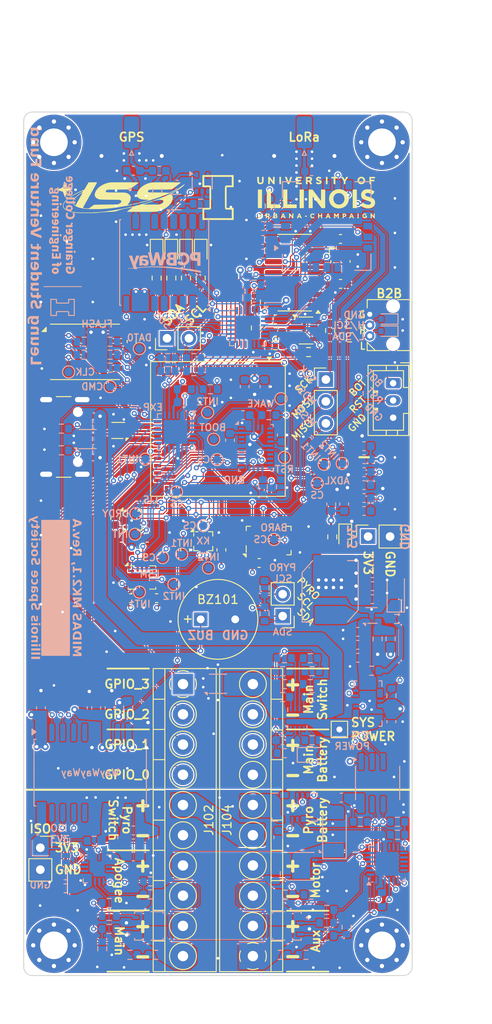
<source format=kicad_pcb>
(kicad_pcb (version 20240108) (generator "pcbnew") (generator_version "8.0")
  (title_block (title "MIDAS MK2.1") (date "2025-01-14") (rev "A") (company "Illinois Space Society") (comment 4 "Contributors: Thomas McManamen, Arnav Goyal"))
  (layers (0 "F.Cu" signal) (1 "In1.Cu" signal) (2 "In2.Cu" signal) (31 "B.Cu" signal) (34 "B.Paste" user) (35 "F.Paste" user) (36 "B.SilkS" user "B.Silkscreen") (37 "F.SilkS" user "F.Silkscreen") (38 "B.Mask" user) (39 "F.Mask" user) (44 "Edge.Cuts" user))
  (net 0 "")
  (net 1 "GND")
  (net 2 "+3V3")
  (net 3 "/BUZZER")
  (net 4 "Net-(U105-OSC2)")
  (net 5 "Net-(U105-OSC1)")
  (net 6 "/RESET_SW")
  (net 7 "+3V3_ISO")
  (net 8 "PYRO_GND")
  (net 9 "Net-(D201-K)")
  (net 10 "Net-(Q201A-G1)")
  (net 11 "/Pyro Circuitry/GND2")
  (net 12 "/Pyro Circuitry/V_ISOOUT")
  (net 13 "/VREG_IN")
  (net 14 "Net-(D302-A)")
  (net 15 "Net-(U304-SS)")
  (net 16 "/E22_RESET")
  (net 17 "Net-(U402-A1)")
  (net 18 "Net-(FL401-IN)")
  (net 19 "Net-(J401-In)")
  (net 20 "Net-(U502-V_{1P8ANA})")
  (net 21 "Net-(U502-V_{1P8DIG})")
  (net 22 "Net-(U504-CAP)")
  (net 23 "Net-(U505-C1)")
  (net 24 "Net-(D101-A2)")
  (net 25 "Net-(D102-A2)")
  (net 26 "Net-(D105-A)")
  (net 27 "Net-(D106-A)")
  (net 28 "Net-(D103-A)")
  (net 29 "Net-(D104-A)")
  (net 30 "Net-(D301-K)")
  (net 31 "Net-(D303-A)")
  (net 32 "Net-(FL401-OUT)")
  (net 70 "/USB_POWER")
  (net 71 "Net-(J101-CC1)")
  (net 73 "Net-(J101-CC2)")
  (net 74 "/AUX_GPIO_2")
  (net 75 "/AUX_GPIO_0")
  (net 76 "/PYRO_SW")
  (net 77 "/AUX_GPIO_3")
  (net 78 "/PYRO_A")
  (net 79 "/AUX_GPIO_1")
  (net 80 "/V_PYRO")
  (net 81 "/PYRO_B")
  (net 82 "Net-(J104-Pin_8)")
  (net 83 "/VBAT_PYRO")
  (net 84 "/PYRO_D")
  (net 85 "/PYRO_C")
  (net 86 "/VBAT")
  (net 87 "/I2C_SCL")
  (net 88 "/I2C_SDA")
  (net 89 "/PYRO_SCL")
  (net 90 "/PYRO_SDA")
  (net 91 "/SPI_SCK")
  (net 92 "/SPI_MOSI")
  (net 93 "/SPI_MISO")
  (net 94 "/BOOT_SW")
  (net 95 "/SYS_POWER")
  (net 96 "Net-(J402-In)")
  (net 97 "Net-(U303-SW)")
  (net 98 "/Pyro Circuitry/PYRO_EN")
  (net 99 "Net-(U202-BLEED)")
  (net 100 "Net-(Q201B-G2)")
  (net 101 "/Pyro Circuitry/V_PYRO_ZONE")
  (net 102 "Net-(Q202B-G2)")
  (net 103 "Net-(Q202A-G1)")
  (net 105 "Net-(Q401A-D1)")
  (net 106 "Net-(Q401B-D2)")
  (net 107 "Net-(Q401B-S2)")
  (net 108 "Net-(Q401A-G2)")
  (net 109 "/EXP_INT1")
  (net 110 "/EXP_INT2")
  (net 111 "/INA_ALERT")
  (net 112 "/EXP_RESET")
  (net 113 "/FLASH_DAT0")
  (net 114 "/FLASH_DAT1")
  (net 115 "/FLASH_DAT2")
  (net 116 "/FLASH_DAT3")
  (net 117 "/FLASH_CMD")
  (net 118 "/CAN_FAULT")
  (net 119 "/CANH")
  (net 120 "/CANL")
  (net 121 "/LED_RED")
  (net 122 "/LED_ORANGE")
  (net 123 "/LED_GREEN")
  (net 124 "/LED_BLUE")
  (net 125 "/Pyro Circuitry/INA_ALRT_ISO")
  (net 126 "/ISO_FLT")
  (net 127 "/Pyro Circuitry/FIRE_A")
  (net 128 "/Pyro Circuitry/FIRE_C")
  (net 129 "/Pyro Circuitry/SENSE_A")
  (net 130 "/Pyro Circuitry/SENSE_C")
  (net 131 "/Pyro Circuitry/FIRE_B")
  (net 132 "/Pyro Circuitry/FIRE_D")
  (net 133 "/Pyro Circuitry/SENSE_B")
  (net 134 "/Pyro Circuitry/SENSE_D")
  (net 135 "/Pyro Circuitry/EXP_INT_ISO")
  (net 136 "/Pyro Circuitry/ADC_DRDY")
  (net 137 "Net-(U304-PR1)")
  (net 138 "Net-(U304-OV1)")
  (net 139 "/Power/MUX_CP2")
  (net 140 "Net-(U304-OV2)")
  (net 141 "Net-(U303-FB)")
  (net 142 "Net-(U304-ILM)")
  (net 143 "/BNO086_BOOT")
  (net 144 "Net-(U504-ENV_SDA)")
  (net 145 "Net-(U504-ENV_SCL)")
  (net 146 "/EXP_INT0")
  (net 148 "/BNO086_RESET")
  (net 149 "/BNO086_WAKE")
  (net 150 "/ADXL355_INT2")
  (net 151 "/ADXL355_INT1")
  (net 152 "/KX134_INT2")
  (net 153 "/KX134_INT1")
  (net 154 "/LIS3MDL_DRDY")
  (net 155 "/LIS3MDL_INT")
  (net 156 "/LSM6DSLTR_INT1")
  (net 157 "/LSM6DSLTR_INT2")
  (net 158 "Net-(U101-IN-)")
  (net 159 "Net-(U101-IN+)")
  (net 160 "/CAN_1")
  (net 162 "/CAN_NINT")
  (net 164 "/E22_DIO3")
  (net 165 "/E22_BUSY")
  (net 167 "/E22_DIO1")
  (net 169 "/CAN_NINT1")
  (net 172 "/E22_CS")
  (net 174 "/E22_RXEN")
  (net 175 "/BNO086_CS")
  (net 176 "/LIS3MDL_CS")
  (net 177 "/FLASH_CLK")
  (net 178 "/CAN_NCS")
  (net 179 "/ADC_RESET")
  (net 180 "/BNO086_INT")
  (net 181 "/USB_D-")
  (net 182 "/LSM6DSL_CS")
  (net 183 "/KX134_CS")
  (net 184 "/MS5611_CS")
  (net 185 "/CAN_TXD")
  (net 186 "/USB_D+")
  (net 188 "/MAX_RESET")
  (net 189 "/CAN_2")
  (net 190 "/ADXL355_CS")
  (net 191 "/CAN_RXD")
  (net 193 "/CAN_SLNT")
  (net 195 "Net-(U201-IN+)")
  (net 196 "/Pyro Circuitry/ISO_SDA")
  (net 197 "Net-(U201-IN-)")
  (net 198 "/Pyro Circuitry/ISO_SCL")
  (net 199 "/Pyro Circuitry/ADC_RST_ISO")
  (net 200 "/Pyro Circuitry/EXP_RST_ISO")
  (net 208 "Net-(U401-DIO2)")
  (net 213 "/RF/MAX_INT")
  (net 237 "/D-")
  (net 238 "/D+")
  (footprint "MountingHole:MountingHole_3.2mm_M3_Pad_Via" (layer "F.Cu") (at 167.5 58.5)
    (property "Reference" "H102" (hide yes))
    (property "Value" "M3")
  )
  (footprint "Package_TO_SOT_SMD:SOT-23-8" (layer "F.Cu") (at 158.7 80.3)
    (property "Reference" "U107" (hide yes))
    (property "Value" "TCAN337G")
  )
  (footprint "Resistor_SMD:R_0603_1608Metric" (layer "F.Cu") (at 144.8 74.225 90)
    (property "Reference" "R127" (hide yes))
    (property "Value" "470")
  )
  (footprint "Connector_PinSocket_2.54mm:PinSocket_1x02_P2.54mm_Vertical" (layer "F.Cu") (at 165.9 104.1625 90)
    (property "Reference" "J302" (hide yes))
    (property "Value" "Conn_01x02")
  )
  (footprint "Connector_JST:JST_PH_B3B-PH-K_1x03_P2.00mm_Vertical" (layer "F.Cu") (at 168.8 86.4 -90)
    (property "Reference" "J108" (hide yes))
    (property "Value" "Conn_01x03")
  )
  (footprint "LED_SMD:LED_0603_1608Metric" (layer "F.Cu") (at 141.4 71.225 -90)
    (property "Reference" "D106" (hide yes))
    (property "Value" "BLUE LED")
  )
  (footprint "LED_SMD:LED_0603_1608Metric" (layer "F.Cu") (at 144.8 71.225 -90)
    (property "Reference" "D104" (hide yes))
    (property "Value" "ORANGE LED")
  )
  (footprint "Capacitor_SMD:C_0603_1608Metric" (layer "F.Cu") (at 155.15 79 180)
    (property "Reference" "C108" (hide yes))
    (property "Value" "0.1uF")
  )
  (footprint "Resistor_SMD:R_0603_1608Metric" (layer "F.Cu") (at 163.75 79.5)
    (property "Reference" "R117" (hide yes))
    (property "Value" "0")
  )
  (footprint "Logos_ISS:ISS_LOGOV2_tiny" (layer "F.Cu") (at 137.2 64.9)
    (property "Reference" "G***" (hide yes))
    (property "Value" "LOGO" (hide yes))
  )
  (footprint "LED_SMD:LED_0603_1608Metric" (layer "F.Cu") (at 146.5 71.225 -90)
    (property "Reference" "D103" (hide yes))
    (property "Value" "RED LED")
  )
  (footprint "Resistor_SMD:R_0603_1608Metric" (layer "F.Cu") (at 152.9 77 90)
    (property "Reference" "R119" (hide yes))
    (property "Value" "0")
  )
  (footprint "Capacitor_SMD:C_0603_1608Metric" (layer "F.Cu") (at 137.3 104.3)
    (property "Reference" "C516" (hide yes))
    (property "Value" "1uF")
  )
  (footprint "Package_LGA:LGA-8_8x6.2mm_P1.27mm" (layer "F.Cu") (at 133.1 82.775)
    (property "Reference" "U106" (hide yes))
    (property "Value" "ZDSD64GLGEAG-R")
  )
  (footprint "Package_LGA:Bosch_LGA-14_3x2.5mm_P0.5mm" (layer "F.Cu") (at 139.7 108.9)
    (property "Reference" "U503" (hide yes))
    (property "Value" "LSM6DSLTR")
  )
  (footprint "Capacitor_SMD:C_0603_1608Metric" (layer "F.Cu") (at 155.15 80.5)
    (property "Reference" "C110" (hide yes))
    (property "Value" "0.1uF")
  )
  (footprint "MountingHole:MountingHole_3.2mm_M3_Pad_Via" (layer "F.Cu") (at 129.5 58.5)
    (property "Reference" "H101" (hide yes))
    (property "Value" "M3")
  )
  (footprint "Connector_USB:USB_C_Receptacle_GCT_USB4105-xx-A_16P_TopMnt_Horizontal" (layer "F.Cu") (at 129.675 92.625 -90)
    (property "Reference" "J101" (hide yes))
    (property "Value" "USB4105-GF-A")
  )
  (footprint "RF_Module:ESP32-S2-MINI-1U" (layer "F.Cu") (at 148.5 91.7 -90)
    (property "Reference" "U104" (hide yes))
    (property "Value" "ESP32-S3-MINI-1U")
  )
  (footprint "Memes:UIUC_small" (layer "F.Cu") (at 156.7 64.9)
    (property "Reference" "G***" (hide yes))
    (property "Value" "LOGO" (hide yes))
  )
  (footprint "Resistor_SMD:R_0603_1608Metric" (layer "F.Cu") (at 159 82.8)
    (property "Reference" "R114" (hide yes))
    (property "Value" "10k")
  )
  (footprint "Capacitor_SMD:C_0603_1608Metric" (layer "F.Cu") (at 141.4 111.3 180)
    (property "Reference" "C512" (hide yes))
    (property "Value" "0.1uF")
  )
  (footprint "Capacitor_SMD:C_0603_1608Metric" (layer "F.Cu") (at 148.9 105.7 -90)
    (property "Reference" "C502" (hide yes))
    (property "Value" "0.1uF")
  )
  (footprint "Capacitor_SMD:C_0603_1608Metric" (layer "F.Cu") (at 138.5 81.575 90)
    (property "Reference" "C109" (hide yes))
    (property "Value" "0.1uF")
  )
  (footprint "MountingHole:MountingHole_3.2mm_M3_Pad_Via" (layer "F.Cu") (at 167.5 151.5)
    (property "Reference" "H104" (hide yes))
    (property "Value" "M3")
  )
  (footprint "Resistor_SMD:R_0603_1608Metric" (layer "F.Cu") (at 163.75 81.1)
    (property "Reference" "R115" (hide yes))
    (property "Value" "0")
  )
  (footprint "Connector_PinHeader_2.54mm:PinHeader_1x02_P2.54mm_Vertical" (layer "F.Cu") (at 142.6 81.2 90)
    (property "Reference" "J105" (hide yes))
    (property "Value" "Conn_01x02")
  )
  (footprint "Package_DFN_QFN:ST_UQFN-6L_1.5x1.7mm_P0.5mm" (layer "F.Cu") (at 136.95 91.875 180)
    (property "Reference" "U108" (hide yes))
    (property "Value" "ECMF02-2AMX6")
  )
  (footprint "Package_LGA:LGA-12_2x2mm_P0.5mm" (layer "F.Cu") (at 138.6 102.3)
    (property "Reference" "U505" (hide yes))
    (property "Value" "LIS3MDL")
  )
  (footprint "Capacitor_SMD:C_0603_1608Metric" (layer "F.Cu") (at 162.7 74.9)
    (property "Reference" "C104" (hide yes))
    (property "Value" "22pF")
  )
  (footprint "Connector_Molex_Terminal-Block:Molex_Terminal-Block_393570010_1x10_P3.5mm" (layer "F.Cu") (at 152.55 152.75 90)
    (property "Reference" "J104")
    (property "Value" "Right")
  )
  (footprint "Capacitor_SMD:C_0603_1608Metric" (layer "F.Cu") (at 153.275 107.2225)
    (property "Reference" "C519" (hide yes))
    (property "Value" "0.1uF")
  )
  (footprint "Connector_Molex_Micro-Lock-Plus:Molex_Micro-Lock_2200980371_1x03_P1.25mm_Horizontal" (layer "F.Cu") (at 168.09 79.675 90)
    (property "Reference" "J103" (hide yes))
    (property "Value" "Conn_01x03")
  )
  (footprint "Resistor_SMD:R_0603_1608Metric" (layer "F.Cu") (at 155.15 82)
    (property "Reference" "R121" (hide yes))
    (property "Value" "0")
  )
  (footprint "Connector_PinHeader_2.54mm:PinHeader_1x02_P2.54mm_Vertical" (layer "F.Cu") (at 156 113.375 180)
    (property "Reference" "J106" (hide yes))
    (property "Value" "Conn_01x02")
  )
  (footprint "Connector_PinSocket_2.54mm:PinSocket_1x02_P2.54mm_Vertical" (layer "F.Cu") (at 127.925 140.2)
    (property "Reference" "J201" (hide yes))
    (property "Value" "Conn_01x02")
  )
  (footprint "LED_SMD:LED_0603_1608Metric" (layer "F.Cu") (at 143.1 71.225 -90)
    (property "Reference" "D105" (hide yes))
    (property "Value" "GREEN LED")
  )
  (footprint "Connector_Molex_Terminal-Block:Molex_Terminal-Block_393570010_1x10_P3.5mm" (layer "F.Cu") (at 144.45 121.25 -90)
    (property "Reference" "J102")
    (property "Value" "Left")
  )
  (footprint "Package_LGA:LGA-8_3x5mm_P1.25mm" (layer "F.Cu") (at 154.375 104.625 90)
    (property "Reference" "U506" (hide yes))
    (property "Value" "MS5611-01BA03")
  )
  (footprint "Resistor_SMD:R_0603_1608Metric" (layer "F.Cu") (at 152.9 80 -90)
    (property "Reference" "R120" (hide yes))
    (property "Value" "0")
  )
  (footprint "Resistor_SMD:R_0603_1608Metric" (layer "F.Cu") (at 161.5 80.3 -90)
    (property "Reference" "R122" (hide yes))
    (property "Value" "120")
  )
  (footprint "TestPoint:TestPoint_THTPad_1.5x1.5mm_Drill0.7mm" (layer "F.Cu") (at 162.575 126.5)
    (property "Reference" "J301" (hide yes))
    (property "Value" "TestPoint")
  )
  (footprint "Sensor_Motion_Analog:Analog_LGA_14-7.4x7.4mm" (layer "F.Cu") (at 162.97 97.975)
    (property "Reference" "U502" (hide yes))
    (property "Value" "ADXL355" (hide yes))
  )
  (footprint "Resistor_SMD:R_0603_1608Metric" (layer "F.Cu") (at 161.75 104.2 -90)
    (property "Reference" "R315" (hide yes))
    (property "Value" "470")
  )
  (footprint "Resistor_SMD:R_0603_1608Metric" (layer "F.Cu") (at 143.1 74.225 90)
    (property "Reference" "R128" (hide yes))
    (property "Value" "470")
  )
  (footprint "Resistor_SMD:R_0603_1608Metric" (layer "F.Cu") (at 141.4 74.225 90)
    (property "Reference" "R129" (hide yes))
    (property "Value" "470")
  )
  (footprint "Capacitor_SMD:C_0603_1608Metric" (layer "F.Cu") (at 136.6 102.05 -90)
    (property "Reference" "C518" (hide yes))
    (property "Value" "0.1uF")
  )
  (footprint "MountingHole:MountingHole_3.2mm_M3_Pad_Via" (layer "F.Cu") (at 129.5 151.5)
    (property "Reference" "H103" (hide yes))
    (property "Value" "M3")
  )
  (footprint "Capacitor_SMD:C_0603_1608Metric" (layer "F.Cu") (at 140.3 104.3 180)
    (property "Reference" "C517" (hide yes))
    (property "Value" "0.1uF")
  )
  (footprint "Resistor_SMD:R_0603_1608Metric" (layer "F.Cu") (at 146.5 74.225 90)
    (property "Reference" "R126" (hide yes))
    (property "Value" "470")
  )
  (footprint "Capacitor_SMD:C_0603_1608Metric" (layer "F.Cu") (at 144.7 105.7 -90)
    (property "Reference" "C504" (hide yes))
    (property "Value" "0.1uF")
  )
  (footprint "Crystal:Crystal_SMD_Abracon_ABM10-4Pin_2.5x2.0mm" (layer "F.Cu") (at 162.7 72.3)
    (property "Reference" "Y101" (hide yes))
    (property "Value" "40MHz")
  )
  (footprint "Capacitor_SMD:C_0603_1608Metric" (layer "F.Cu") (at 162.7 69.7)
    (property "Reference" "C105" (hide yes))
    (property "Value" "22pF")
  )
  (footprint "Connector_PinHeader_2.54mm:PinHeader_1x03_P2.54mm_Vertical" (layer "F.Cu") (at 161 85.975)
    (property "Reference" "J107" (hide yes))
    (property "Value" "Conn_01x03")
  )
  (footprint "Package_SO:SOIC-14_3.9x8.7mm_P1.27mm" (layer "F.Cu") (at 157.4 73.6 180)
    (property "Reference" "U105" (hide yes))
    (property "Value" "MCP2518FDT-xSL")
  )
  (footprint "Capacitor_SMD:C_0603_1608Metric" (layer "F.Cu") (at 138.4 111.3)
    (property "Reference" "C511" (hide yes))
    (property "Value" "0.1uF")
  )
  (footprint "Package_LGA:LGA-12_2x2mm_P0.5mm" (layer "F.Cu") (at 146.8 104.7)
    (property "Reference" "U501" (hide yes))
    (property "Value" "KX134-1211")
  )
  (footprint "Buzzer:Buzzer_AT-0927-TT-6-R" (layer "F.Cu") (at 146.5 113.75)
    (property "Reference" "BZ101")
    (property "Value" "AT-0927-TT-6-R")
  )
  (footprint "LED_SMD:LED_0603_1608Metric" (layer "F.Cu") (at 163.25 104.2 -90)
    (property "Reference" "D303" (hide yes))
    (property "Value" "RED LED")
  )
  (footprint "TestPoint:TestPoint_Pad_D1.0mm" (layer "B.Cu") (at 148.4 95.25 180)
    (property "Reference" "TP103" (hide yes))
    (property "Value" "TestPoint_Small")
  )
  (footprint "Package_TO_SOT_SMD:SOT-563" (layer "B.Cu") (at 143.575 65.425)
    (property "Reference" "Q401" (hide yes))
    (property "Value" "Si1016X")
  )
  (footprint "Capacitor_SMD:C_0603_1608Metric" (layer "B.Cu") (at 153.7 71.4 180)
    (property "Reference" "C405" (hide yes))
    (property "Value" "10nF")
  )
  (footprint "Resistor_SMD:R_0603_1608Metric" (layer "B.Cu") (at 145.7 83.5)
    (property "Reference" "R118" (hide yes))
    (property "Value" "0")
  )
  (footprint "Resistor_SMD:R_0603_1608Metric" (layer "B.Cu") (at 142.7 83.5 180)
    (property "Reference" "R104" (hide yes))
    (property "Value" "4.7k")
  )
  (footprint "Resistor_SMD:R_0603_1608Metric" (layer "B.Cu") (at 154.5 65.875 90)
    (property "Reference" "R401" (hide yes))
    (property "Value" "100k")
  )
  (footprint "Capacitor_SMD:C_0603_1608Metric" (layer "B.Cu") (at 155.9 92.4 90)
    (property "Reference" "C513" (hide yes))
    (property "Value" "0.1uF")
  )
  (footprint "Resistor_SMD:R_0603_1608Metric" (layer "B.Cu") (at 159.4 122.75 180)
    (property "Reference" "R301" (hide yes))
    (property "Value" "5k")
  )
  (footprint "Capacitor_SMD:C_0603_1608Metric" (layer "B.Cu") (at 151.4 90.1 180)
    (property "Reference" "C514" (hide yes))
    (property "Value" "0.1uF")
  )
  (footprint "Resistor_SMD:R_0603_1608Metric" (layer "B.Cu") (at 130.9 141.1 90)
    (property "Reference" "R224" (hide yes))
    (property "Value" "10k")
  )
  (footprint "Diode_SMD:D_SOD-523" (layer "B.Cu") (at 168.1 78.975 180)
    (property "Reference" "D102" (hide yes))
    (property "Value" "ESD321")
  )
  (footprint "TestPoint:TestPoint_Pad_D1.0mm" (layer "B.Cu") (at 139.4 82.4 180)
    (property "Reference" "TP122" (hide yes))
    (property "Value" "TestPoint_Small")
  )
  (footprint "Resistor_SMD:R_0603_1608Metric" (layer "B.Cu") (at 159.2 118.25)
    (property "Reference" "R305" (hide yes))
    (property "Value" "5k")
  )
  (footprint "TestPoint:TestPoint_Pad_D1.0mm" (layer "B.Cu") (at 147.3 89.8 180)
    (property "Reference" "TP102" (hide yes))
    (property "Value" "TestPoint_Small")
  )
  (footprint "Package_SO:SOIC-8_3.9x4.9mm_P1.27mm" (layer "B.Cu") (at 167 132.7 -90)
    (property "Reference" "U204" (hide yes))
    (property "Value" "ISO1640BDR")
  )
  (footprint "Capacitor_SMD:C_0603_1608Metric" (layer "B.Cu") (at 163.125 100.4 90)
    (property "Reference" "C506" (hide yes))
    (property "Value" "0.1uF")
  )
  (footprint "Package_DFN_QFN:DFN-12-1EP_3x3mm_P0.5mm_EP2.05x2.86mm" (layer "B.Cu") (at 158.15 142.35 180)
    (property "Reference" "U202" (hide yes))
    (property "Value" "NPC45560-H")
  )
  (footprint "Resistor_SMD:R_0603_1608Metric" (layer "B.Cu") (at 156 119.75 180)
    (property "Reference" "R308" (hide yes))
    (property "Value" "5k")
  )
  (footprint "Resistor_SMD:R_0603_1608Metric" (layer "B.Cu") (at 159.2 121.25 180)
    (property "Reference" "R304" (hide yes))
    (property "Value" "27k")
  )
  (footprint "Capacitor_SMD:C_0603_1608Metric" (layer "B.Cu") (at 162.8 134.4 180)
    (property "Reference" "C210" (hide yes))
    (property "Value" "0.1uF")
  )
  (footprint "Capacitor_SMD:C_0603_1608Metric" (layer "B.Cu") (at 166.4 106.91)
    (property "Reference" "C307" (hide yes))
    (property "Value" "22uF")
  )
  (footprint "TestPoint:TestPoint_Pad_D1.0mm" (layer "B.Cu") (at 131.2 85.1 180)
    (property "Reference" "TP121" (hide yes))
    (property "Value" "TestPoint_Small")
  )
  (footprint "Package_DFN_QFN:WQFN-24-1EP_4x4mm_P0.5mm_EP2.6x2.6mm" (layer "B.Cu") (at 168.1 142.0625)
    (property "Reference" "U205" (hide yes))
    (property "Value" "TCAL9539-Q1")
  )
  (footprint "Resistor_SMD:R_0603_1608Metric" (layer "B.Cu") (at 133 81.6)
    (property "Reference" "R111" (hide yes))
    (property "Value" "50k")
  )
  (footprint "Diode_SMD:D_SOD-123F" (layer "B.Cu") (at 169.1 110.7 90)
    (property "Reference" "D301" (hide yes))
    (property "Value" "BZT52H-A5V1-QX")
  )
  (footprint "Resistor_SMD:R_0603_1608Metric" (layer "B.Cu") (at 161.1 148.9 180)
    (property "Reference" "R207" (hide yes))
    (property "Value" "1k")
  )
  (footprint "Resistor_SMD:R_0603_1608Metric" (layer "B.Cu") (at 145.7 85)
    (property "Reference" "R116" (hide yes))
    (property "Value" "0")
  )
  (footprint "Package_DFN_QFN:Texas_VQFN-HR-12_2x2.5mm_P0.5mm" (layer "B.Cu") (at 157.7 125.25)
    (property "Reference" "U304" (hide yes))
    (property "Value" "TPS2121")
  )
  (footprint "Capacitor_SMD:C_0603_1608Metric" (layer "B.Cu") (at 138.7 138.2)
    (property "Reference" "C207" (hide yes))
    (property "Value" "10uF")
  )
  (footprint "Capacitor_SMD:C_0603_1608Metric" (layer "B.Cu") (at 164.7 115.2 180)
    (property "Reference" "C301" (hide yes))
    (property "Value" "0.1uF")
  )
  (footprint "Resistor_SMD:R_0603_1608Metric" (layer "B.Cu") (at 168.6 122.6 90)
    (property "Reference" "R107" (hide yes))
    (property "Value" "10k")
  )
  (footprint "Resistor_SMD:R_0603_1608Metric" (layer "B.Cu") (at 153.9 110.1 -90)
    (property "Reference" "R106" (hide yes))
    (property "Value" "4.7k")
  )
  (footprint "Resistor_SMD:R_0603_1608Metric" (layer "B.Cu") (at 154.4 90.1)
    (property "Reference" "R501" (hide yes))
    (property "Value" "10k")
  )
  (footprint "Resistor_SMD:R_0603_1608Metric" (layer "B.Cu") (at 142.7 85 180)
    (property "Reference" "R101" (hide yes))
    (property "Value" "4.7k")
  )
  (footprint "Capacitor_SMD:C_0603_1608Metric" (layer "B.Cu") (at 128 124 90)
    (property "Reference" "C209" (hide yes))
    (property "Value" "0.1uF")
  )
  (footprint "Package_DFN_QFN:WQFN-24-1EP_4x4mm_P0.5mm_EP2.6x2.6mm" (layer "B.Cu") (at 143.6 92.05 180)
    (property "Reference" "U102" (hide yes))
    (property "Value" "TCAL9539-Q1")
  )
  (footprint "Resistor_SMD:R_0603_1608Metric" (layer "B.Cu") (at 138.3 152.6)
    (property "Reference" "R218" (hide yes))
    (property "Value" "30k")
  )
  (footprint "Package_VQFN:VQFN-REL0014B" (layer "B.Cu") (at 157.4 135.5 -90)
    (property "Reference" "U201" (hide yes))
    (property "Value" "INA745x")
  )
  (footprint "TestPoint:TestPoint_Pad_D1.0mm" (layer "B.Cu") (at 142.1 106.6 180)
    (property "Reference" "TP116" (hide yes))
    (property "Value" "TestPoint_Small")
  )
  (footprint "TestPoint:TestPoint_Pad_D1.0mm" (layer "B.Cu") (at 143.7 99 180)
    (property "Reference" "TP113" (hide yes))
    (property "Value" "TestPoint_Small")
  )
  (footprint "Resistor_SMD:R_0603_1608Metric" (layer "B.Cu") (at 166.99 116 -90)
    (property "Reference" "R311" (hide yes))
    (property "Value" "30k")
  )
  (footprint "Resistor_SMD:R_0603_1608Metric" (layer "B.Cu") (at 159.4 119.75)
    (property "Reference" "R302" (hide yes))
    (property "Value" "5k")
  )
  (footprint "Capacitor_SMD:C_0603_1608Metric" (layer "B.Cu") (at 135.95 124 90)
    (property "Reference" "C202" (hide yes))
    (property "Value" "10nF")
  )
  (footprint "Capacitor_SMD:C_0603_1608Metric" (layer "B.Cu") (at 143.775 63.425)
    (property "Reference" "C402" (hide yes))
    (property "Value" "10nF")
  )
  (footprint "RF_Filter_Qualcomm:Qualcomm_SMD-6" (layer "B.Cu") (at 138.975 64.725 -90)
    (property "Reference" "FL401" (hide yes))
    (property "Value" "B3913")
  )
  (footprint "Capacitor_SMD:C_0603_1608Metric" (layer "B.Cu") (at 165.425 99.7)
    (property "Reference" "C509" (hide yes))
    (property "Value" "1uF")
  )
  (footprint "Diode_SMD:D_SOD-323" (layer "B.Cu") (at 159.3 129.45)
    (property "Reference" "D302" (hide yes))
    (property "Value" "BAS416")
  )
  (footprint "Capacitor_SMD:C_0603_1608Metric" (layer "B.Cu") (at 168.6 125.6 90)
    (property "Reference" "C101" (hide yes))
    (property "Value" "0.1uF")
  )
  (footprint "Resistor_SMD:R_0603_1608Metric" (layer "B.Cu") (at 167.5 146.2 -90)
    (property "Reference" "R221" (hide yes))
    (property "Value" "10k")
  )
  (footprint "Capacitor_SMD:C_0603_1608Metric" (layer "B.Cu") (at 165.425 96.7)
    (property "Reference" "C505" (hide yes))
    (property "Value" "1uF")
  )
  (footprint "Package_SON:WSON-6-1EP_2x2mm_P0.65mm_EP1x1.6mm" (layer "B.Cu") (at 148.5 121.2125)
    (property "Reference" "U302" (hide yes))
    (property "Value" "TVS1800DRV")
  )
  (footprint "Resistor_SMD:R_0603_1608Metric" (layer "B.Cu") (at 135.9 146.6)
    (property "Reference" "R204" (hide yes))
    (property "Value" "3.3k")
  )
  (footprint "Package_DFN_QFN:WQFN-24-1EP_4x4mm_P0.5mm_EP2.6x2.6mm" (layer "B.Cu") (at 151.9625 79.95 180)
    (property "Reference" "U103" (hide yes))
    (property "Value" "TCAL9539-Q1")
  )
  (footprint "Resistor_SMD:R_0603_1608Metric" (layer "B.Cu") (at 156.2 121.25)
    (property "Reference" "R309" (hide yes))
    (property "Value" "69.8k")
  )
  (footprint "Resistor_SMD:R_0603_1608Metric" (layer "B.Cu") (at 161.1 150.4 180)
    (property "Reference" "R215" (hide yes))
    (property "Value" "1k")
  )
  (footprint "TestPoint:TestPoint_Pad_D1.0mm" (layer "B.Cu") (at 156.2 95 180)
    (property "Reference" "TP104" (hide yes))
    (property "Value" "TestPoint_Small")
  )
  (footprint "Inductor_SMD:L_0603_1608Metric" (layer "B.Cu") (at 159.35 61.85)
    (property "Reference" "L402" (hide yes))
    (property "Value" "330nH")
  )
  (footprint "Resistor_SMD:R_0603_1608Metric" (layer "B.Cu") (at 153.9 113.1 90)
    (property "Reference" "R105" (hide yes))
    (property "Value" "4.7k")
  )
  (footprint "Package_LGA:LGA-28_5.2x3.8mm_P0.5mm" (layer "B.Cu") (at 152.9 93.9 -90)
    (property "Reference" "U504" (hide yes))
    (property "Value" "BNO086")
  )
  (footprint "Connector_Coaxial:SMA_Molex_73251-2120_EdgeMount_Horizontal" (layer "B.Cu") (at 158.5075 57.1 90)
    (property "Reference" "J402" (hide yes))
    (property "Value" "SMA")
  )
  (footprint "Resistor_SMD:R_0603_1608Metric" (layer "B.Cu") (at 135.1 151.9 -90)
    (property "Reference" "R212" (hide yes))
    (property "Value" "3.3k")
  )
  (footprint "Resistor_SMD:R_0603_1608Metric" (layer "B.Cu") (at 159.3 145.635 180)
    (property "Reference" "R211" (hide yes))
    (property "Value" "30k")
  )
  (footprint "Resistor_SMD:R_0603_1608Metric" (layer "B.Cu") (at 156 122.75)
    (property "Reference" "R307" (hide yes))
    (property "Value" "33k")
  )
  (footprint "Resistor_SMD:R_0603_1608Metric" (layer "B.Cu") (at 147.6 87.1)
    (property "Reference" "R108" (hide yes))
    (property "Value" "10k")
  )
  (footprint "Resistor_SMD:R_0603_1608Metric" (layer "B.Cu") (at 146.475 65.625)
    (property "Reference" "R403" (hide yes))
    (property "Value" "100k")
  )
  (footprint "Resistor_SMD:R_0603_1608Metric" (layer "B.Cu") (at 136 83.105 180)
    (property "Reference" "R109" (hide yes))
    (property "Value" "50k")
  )
  (footprint "Capacitor_SMD:C_0603_1608Metric" (layer "B.Cu") (at 165.425 101.2 180)
    (property "Reference" "C510" (hide yes))
    (property "Value" "0.1uF")
  )
  (footprint "TestPoint:TestPoint_Pad_D1.0mm" (layer "B.Cu") (at 146.8 102.9 180)
    (property "Reference" "TP110" (hide yes))
    (property "Value" "TestPoint_Small")
  )
  (footprint "Capacitor_SMD:C_0603_1608Metric" (layer "B.Cu") (at 161.625 100.4 -90)
    (property "Reference" "C503" (hide yes))
    (property "Value" "1uF")
  )
  (footprint "Resistor_SMD:R_0603_1608Metric" (layer "B.Cu") (at 134.175 139.4)
    (property "Reference" "R223" (hide yes))
    (property "Value" "10k")
  )
  (footprint "Resistor_SMD:R_0603_1608Metric" (layer "B.Cu") (at 141.3 152.6)
    (property "Reference" "R216" (hide yes))
    (property "Value" "100k")
  )
  (footprint "TestPoint:TestPoint_Pad_D1.0mm" (layer "B.Cu") (at 162.9 95.7 180)
    (property "Reference" "TP108" (hide yes))
    (property "Value" "TestPoint_Small")
  )
  (footprint "Capacitor_SMD:C_0603_1608Metric" (layer "B.Cu") (at 132.85 124 90)
    (property "Reference" "C206" (hide yes))
    (property "Value" "10uF")
  )
  (footprint "Capacitor_SMD:C_0603_1608Metric" (layer "B.Cu") (at 151.6 86.8 90)
    (property "Reference" "C107" (hide yes))
    (property "Value" "0.1uF")
  )
  (footprint "Capacitor_SMD:C_0603_1608Metric" (layer "B.Cu") (at 138.7 61.8 180)
    (property "Reference" "C403" (hide yes))
    (property "Value" "47pF")
  )
  (footprint "Diode_SMD:D_SOD-523" (layer "B.Cu") (at 168.1 80.375 180)
    (property "Reference" "D101" (hide yes))
    (property "Value" "ESD321")
  )
  (footprint "Capacitor_SMD:C_0603_1608Metric" (layer "B.Cu") (at 164.7 118.2 180)
    (property "Reference" "C302" (hide yes))
    (property "Value" "10uF")
  )
  (footprint "Resistor_SMD:R_0603_1608Metric" (layer "B.Cu") (at 169.2 113.7)
    (property "Reference" "R306" (hide yes))
    (property "Value" "30k")
  )
  (footprint "Capacitor_SMD:C_0603_1608Metric" (layer "B.Cu") (at 164.8 90.575 -90)
    (property "Reference" "C111" (hide yes))
    (property "Value" "1uF")
  )
  (footprint "Package_VQFN:VQFN-REL0014B" (layer "B.Cu") (at 165.875 123.500001)
    (property "Reference" "U101" (hide yes))
    (property "Value" "INA745x")
  )
  (footprint "Capacitor_SMD:C_0603_1608Metric" (layer "B.Cu") (at 138.7 141.2)
    (property "Reference" "C203" (hide yes))
    (property "Value" "10nF")
  )
  (footprint "Capacitor_SMD:C_0603_1608Metric" (layer "B.Cu") (at 166.4 111.41)
    (property "Reference" "C304" (hide yes))
    (property "Value" "22uF")
  )
  (footprint "Resistor_SMD:R_0603_1608Metric" (layer "B.Cu") (at 130.35 91.665 180)
    (property "Reference" "R123" (hide yes))
    (property "Value" "5.1k")
  )
  (footprint "Capacitor_SMD:C_0603_1608Metric" (layer "B.Cu") (at 165.425 98.2 180)
    (property "Reference" "C507" (hide yes))
    (property "Value" "0.1uF")
  )
  (footprint "Resistor_SMD:R_0603_1608Metric" (layer "B.Cu") (at 133 83.105)
    (property "Reference" "R112" (hide yes))
    (property "Value" "50k")
  )
  (footprint "Resistor_SMD:R_0603_1608Metric" (layer "B.Cu") (at 163.4 149.4 90)
    (property "Reference" "R213" (hide yes))
    (property "Value" "3.3k")
  )
  (footprint "Transistor_FET_Vishay:Vishay_PowerPAK_1212-8_Dual" (layer "B.Cu") (at 140.5 149.25)
    (property "Reference" "Q201" (hide yes))
    (property "Value" "Si7232DN")
  )
  (footprint "TestPoint:TestPoint_Pad_D1.0mm" (layer "B.Cu") (at 144.3 106.2 180)
    (property "Reference" "TP112" (hide yes))
    (property "Value" "TestPoint_Small")
  )
  (footprint "Package_TO_SOT_SMD:SOT-563" (layer "B.Cu") (at 166.3 113.3)
    (property "Reference" "U303" (hide yes))
    (property "Value" "TI_TPS566242")
  )
  (footprint "Resistor_SMD:R_0603_1608Metric" (layer "B.Cu") (at 144.6 87.1 180)
    (property "Reference" "R102" (hide yes))
    (property "Value" "10k")
  )
  (footprint "Capacitor_SMD:C_0603_1608Metric" (layer "B.Cu") (at 165.425 93.7 180)
    (property "Reference" "C508" (hide yes))
    (property "Value" "0.1uF")
  )
  (footprint "Capacitor_SMD:C_0603_1608Metric" (layer "B.Cu") (at 127.6 138.2 180)
    (property "Reference" "C208" (hide yes))
    (property "Value" "0.1uF")
  )
  (footprint "TestPoint:TestPoint_Pad_D1.0mm" (layer "B.Cu") (at 160 98 180)
    (property "Reference" "TP107" (hide yes))
    (property "Value" "TestPoint_Small")
  )
  (footprint "Resistor_SMD:R_0603_1608Metric" (layer "B.Cu") (at 165 137.2 180)
    (property "Reference" "R220" (hide yes))
    (property "Value" "4.7k")
  )
  (footprint "Inductor_SMD:L_0603_1608Metric" (layer "B.Cu") (at 136.4 139 -90)
    (property "Reference" "FB201" (hide yes))
    (property "Value" "BLM18SG331TN1D")
  )
  (footprint "Resistor_SMD:R_0603_1608Metric" (layer "B.Cu") (at 159.4 127.75 180)
    (property "Reference" "R314" (hide yes))
    (property "Value" "21.5k")
  )
  (footprint "Capacitor_SMD:C_0603_1608Metric" (layer "B.Cu") (at 166.4 109.91)
    (property "Reference" "C305" (hide yes))
    (property "Value" "22uF")
  )
  (footprint "TestPoint:TestPoint_Pad_D1.0mm" (layer "B.Cu") (at 143.4 109.7 180)
    (property "Reference" "TP118" (hide yes))
    (property "Value" "TestPoint_Small")
  )
  (footprint "Resistor_SMD:R_0603_1608Metric" (layer "B.Cu") (at 136 81.605 180)
    (property "Reference" "R110" (hide yes))
    (property "Value" "50k")
  )
  (footprint "TestPoint:TestPoint_Pad_D1.0mm" (layer "B.Cu") (at 139.4 110.6 180)
    (property "Reference" "TP117" (hide yes))
    (property "Value" "TestPoint_Small")
  )
  (footprint "Capacitor_SMD:C_0603_1608Metric" (layer "B.Cu") (at 152.7 76.5)
    (property "Reference" "C103" (hide yes))
    (property "Value" "0.1uF")
  )
  (footprint "Resistor_SMD:R_0603_1608Metric" (layer "B.Cu") (at 168.5 116 -90)
    (property "Reference" "R313" (hide yes))
    (property "Value" "135k")
  )
  (footprint "Capacitor_SMD:C_0603_1608Metric" (layer "B.Cu") (at 138.7 139.7)
    (property "Reference" "C205" (hide yes))
    (property "Value" "1uF")
  )
  (footprint "Resistor_SMD:R_0603_1608Metric" (layer "B.Cu") (at 161.1 147.4 180)
    (property "Reference" "R205" (hide yes))
    (property "Value" "3.3k")
  )
  (footprint "Capacitor_SMD:C_0603_1608Metric" (layer "B.Cu") (at 153.7 69.815 180)
    (property "Reference" "C404" (hide yes))
    (property "Value" "10uF")
  )
  (footprint "RF_Module_Ebyte:E22-400MM22S" (layer "B.Cu") (at 161.1 68.2)
    (property "Reference" "U401" (hide yes))
    (property "Value" "E22-400MM22S")
  )
  (footprint "TestPoint:TestPoint_Pad_D1.0mm" (layer "B.Cu") (at 147.4 107.8 180)
    (property "Reference" "TP111" (hide yes))
    (property "Value" "TestPoint_Small")
  )
  (footprint "Capacitor_SMD:C_0603_1608Metric" (layer "B.Cu") (at 144.6 88.6)
    (property "Reference" "C102" (hide yes))
    (property "Value" "0.1uF")
  )
  (footprint "Memes:Grainger_small" (layer "B.Cu") (at 130.5 70 90)
    (property "Reference" "G***" (hide yes))
    (property "Value" "LOGO" (hide yes))
  )
  (footprint "TestPoint:TestPoint_Pad_D1.0mm" (layer "B.Cu") (at 148 92.9 180)
    (property "Reference" "TP106" (hide yes))
    (property "Value" "TestPoint_Small")
  )
  (footprint "TestPoint:TestPoint_Pad_D1.0mm" (layer "B.Cu") (at 155 104.5 180)
    (property "Reference" "TP119" (hide yes))
    (property "Value" "TestPoint_Small")
  )
  (footprint "Capacitor_SMD:C_0603_1608Metric" (layer "B.Cu") (at 164.7 116.7 180)
    (property "Reference" "C303" (hide yes))
    (property "Value" "10uF")
  )
  (footprint "Package_SON:WSON-6-1EP_2x2mm_P0.65mm_EP1x1.6mm" (layer "B.Cu") (at 133.4 92.875)
    (property "Reference" "U301" (hide yes))
    (property "Value" "TVS1800DRV")
  )
  (footprint "RF_GPS:ublox_MAX" (layer "B.Cu") (at 142.275 72.425 90)
    (property "Reference" "U403" (hide yes))
    (property "Value" "MAX-M10S")
  )
  (footprint "Resistor_SMD:R_0603_1608Metric" (layer "B.Cu") (at 156.2 118.25 180)
    (property "Reference" "R310" (hide yes))
    (property "Value" "5k")
  )
  (footprint "Transistor_FET_Vishay:Vishay_PowerPAK_1212-8_Dual" (layer "B.Cu") (at 156.5 149.25 180)
    (property "Reference" "Q202" (hide yes))
    (property "Value" "Si7232DN")
  )
  (footprint "Resistor_SMD:R_0603_1608Metric" (layer "B.Cu") (at 156.2 129.25)
    (property "Reference" "R312" (hide yes))
    (property "Value" "0")
  )
  (footprint "Connector_Coaxial:SMA_Molex_73251-2120_EdgeMount_Horizontal" (layer "B.Cu") (at 138.5 57.1 90)
    (property "Reference" "J401" (hide yes))
    (property "Value" "SMA")
  )
  (footprint "Capacitor_SMD:C_0603_1608Metric" (layer "B.Cu") (at 156 127.75)
    (property "Reference" "C308" (hide yes))
    (property "Value" "1uF")
  )
  (footprint "Resistor_SMD:R_0603_1608Metric" (layer "B.Cu") (at 135.9 148.1)
    (property "Reference" "R206" (hide yes))
    (property "Value" "1k")
  )
  (footprint "Resistor_SMD:R_0603_1608Metric" (layer "B.Cu") (at 155.8 98.4 -90)
    (property "Reference" "R503" (hide yes))
    (property "Value" "2.2k")
  )
  (footprint "Resistor_SMD:R_0603_1608Metric" (layer "B.Cu") (at 152.7 75 180)
    (property "Reference" "R103" (hide yes))
    (property "Value" "10k")
  )
  (footprint "Resistor_SMD:R_0603_1608Metric" (layer "B.Cu") (at 155.7 152.6 180)
    (property "Reference" "R217" (hide yes))
    (property "Value" "100k")
  )
  (footprint "Inductor_SMD:L_0603_1608Metric" (layer "B.Cu") (at 141 139 90)
    (property "Reference" "FB202" (hide yes))
    (property "Value" "BLM18SG331TN1D")
  )
  (footprint "Resistor_SMD:R_0603_1608Metric" (layer "B.Cu") (at 140.7 144.1 180)
    (property "Reference" "R210" (hide yes))
    (property "Value" "30k")
  )
  (footprint "TestPoint:TestPoint_Pad_D1.0mm" (layer "B.Cu") (at 136 86.8 180)
    (property "Reference" "TP120" (hide yes))
    (property "Value" "TestPoint_Small")
  )
  (footprint "Diode_SMD:D_SOD-128" (layer "B.Cu") (at 162 138.3 90)
    (property "Reference" "D201" (hide yes))
    (property "Value" "RSX501LAM20")
  )
  (footprint "Package_SO:SOIC-20W_7.5x12.8mm_P1.27mm" (layer "B.Cu") (at 133.7 131.5 -90)
    (property "Reference" "U203" (hide yes))
    (property "Value" "ISOW7742")
  )
  (footprint "TestPoint:TestPoint_Pad_D1.0mm" (layer "B.Cu") (at 160.8 95.8 180)
    (property "Reference" "TP109" (hide yes))
    (property "Value" "TestPoint_Small")
  )
  (footprint "Resistor_SMD:R_0603_1608Metric" (layer "B.Cu") (at 141.475 64.125 90)
    (property "Reference" "R402" (hide yes))
    (property "Value" "10")
  )
  (footprint "Inductor_TDK:L_TDK_SPM6530" (layer "B.Cu") (at 161.5 110.5 -90)
    (property "Reference" "L301" (hide yes))
    (property "Value" "2.2uH")
  )
  (footprint "TestPoint:TestPoint_Pad_D1.0mm" (layer "B.Cu") (at 138.9 103.9 180)
    (property "Reference" "TP115" (hide yes))
    (property "Value" "TestPoint_Small")
  )
  (footprint "Resistor_SMD:R_0603_1608Metric" (layer "B.Cu") (at 140.7 145.6)
    (property "Reference" "R208" (hide yes))
    (property "Value" "100k")
  )
  (footprint "Resistor_SMD:R_0603_1608Metric" (layer "B.Cu") (at 136 84.605 180)
    (property "Reference" "R113" (hide yes))
    (property "Value" "50k")
  )
  (footprint "TestPoint:TestPoint_Pad_D1.0mm" (layer "B.Cu") (at 155.8 88.2 180)
    (property "Reference" "TP105" (hide yes))
    (property "Value" "TestPoint_Small")
  )
  (footprint "Capacitor_SMD:C_0603_1608Metric" (layer "B.Cu") (at 166.4 108.4)
    (property "Reference" "C306" (hide yes))
    (property "Value" "22uF")
  )
  (footprint "Resistor_SMD:R_0603_1608Metric" (layer "B.Cu") (at 138.1 124 -90)
    (property "Reference" "R203" (hide yes))
    (property "Value" "5k")
  )
  (footprint "Capacitor_SMD:C_0603_1608Metric" (layer "B.Cu") (at 149.9 93 -90)
    (property "Reference" "C515" (hide yes))
    (property "Value" "0.1uF")
  )
  (footprint "TestPoint:TestPoint_Pad_D1.0mm" (layer "B.Cu") (at 140.1 95.2 180)
    (property "Reference" "TP101" (hide yes))
    (property "Value" "TestPoint_Small")
  )
  (footprint "Capacitor_SMD:C_0603_1608Metric" (layer "B.Cu") (at 130.8 143.4 180)
    (property "Reference" "C211" (hide yes))
    (property "Value" "0.1uF")
  )
  (footprint "Capacitor_SMD:C_0603_1608Metric" (layer "B.Cu") (at 130.8 144.9 180)
    (property "Reference" "C212" (hide yes))
    (property "Value" "0.1uF")
  )
  (footprint "Resistor_SMD:R_0603_1608Metric" (layer "B.Cu") (at 153.7 98.4 -90)
    (property "Reference" "R502" (hide yes))
    (property "Value" "2.2k")
  )
  (footprint "Package_TO_SOT_SMD:SOT-363_SC-70-6" (layer "B.Cu") (at 146.675 63.225 -90)
    (property "Reference" "U402" (hide yes))
    (property "Value" "NC7WZ07")
  )
  (footprint "Resistor_SMD:R_0603_1608Metric" (layer "B.Cu") (at 158.7 152.6 180)
    (property "Reference" "R219" (hide yes))
    (property "Value" "30k")
  )
  (footprint "Resistor_SMD:R_0603_1608Metric" (layer "B.Cu") (at 135.9 149.6)
    (property "Reference" "R214" (hide yes))
    (property "Value" "1k")
  )
  (footprint "Resistor_SMD:R_0603_1608Metric" (layer "B.Cu") (at 164.8 87.575 90)
    (property "Reference" "R125" (hide yes))
    (property "Value" "20k")
  )
  (footprint "Capacitor_SMD:C_0603_1608Metric" (layer "B.Cu") (at 134.4 124 90)
    (property "Reference" "C204" (hide yes))
    (property "Value" "1uF")
  )
  (footprint "Capacitor_SMD:C_0603_1608Metric" (layer "B.Cu") (at 155.5 139 90)
    (property "Reference" "C201" (hide yes))
    (property "Value" "0.1uF")
  )
  (footprint "Resistor_SMD:R_0603_1608Metric" (layer "B.Cu") (at 169.3 138.7 180)
    (property "Reference" "R201" (hide yes))
    (property "Value" "10k")
  )
  (footprint "Logos_ISS:PCBWAY_small" (layer "B.Cu") (at 142.402906 72.327604 180)
    (property "Reference" "G***" (hide yes))
    (property "Value" "LOGO" (hide yes))
  )
  (footprint "Resistor_SMD:R_0603_1608Metric" (layer "B.Cu") (at 155.2 143.2 -90)
    (property "Reference" "R202" (hide yes))
    (property "Value" "1k")
  )
  (footprint "Resistor_SMD:R_0603_1608Metric" (layer "B.Cu") (at 130.35 94.175 180)
    (property "Reference" "R124" (hide yes))
    (property "Value" "5.1k")
  )
  (footprint "Package_DFN_QFN:Texas_RTE0016D_WQFN-16-1EP_3x3mm_P0.5mm_EP0.8x0.8mm" (layer "B.Cu") (at 134.5 142.65 -90)
    (property "Reference" "U206" (hide yes))
    (property "Value" "ADS122C04IRTE")
  )
  (footprint "Capacitor_SMD:C_0603_1608Metric" (layer "B.Cu") (at 153.9 86.8 90)
    (property "Reference" "C106" (hide yes))
    (property "Value" "22uF")
  )
  (footprint "Capacitor_SMD:C_0603_1608Metric" (layer "B.Cu") (at 153.7 68.2 180)
    (property "Reference" "C401" (hide yes))
    (property "Value" "0.1uF")
  )
  (footprint "Capacitor_SMD:C_0603_1608Metric" (layer "B.Cu") (at 165.425 95.2)
    (property "Reference" "C501" (hide yes))
    (property "Value" "1uF")
  )
  (footprint "TestPoint:TestPoint_Pad_D1.0mm" (layer "B.Cu") (at 139 101.5 180)
    (property "Reference" "TP114" (hide yes))
    (property "Value" "TestPoint_Small")
  )
  (footprint "Resistor_SMD:R_0603_1608Metric" (layer "B.Cu") (at 156.3 145.635 180)
    (property "Reference" "R209" (hide yes))
    (property "Value" "100k")
  )
  (footprint "Resistor_SMD:R_0603_1608Metric" (layer "B.Cu") (at 166.3 119.7)
    (property "Reference" "R303" (hide yes))
    (property "Value" "20k")
  )
  (footprint "Resistor_SMD:R_0603_1608Metric" (layer "B.Cu") (at 169.3 137.2)
    (property "Reference" "R222" (hide yes))
    (property "Value" "4.7k")
  )
  (footprint "Inductor_SMD:L_0603_1608Metric" (layer "B.Cu") (at 141.7 61.8)
    (property "Reference" "L401" (hide yes))
    (property "Value" "27nH")
  )
  (gr_rect (start 128.105 102.3) (end 131.28 117.9) (stroke (width 0.15)) (fill solid) (layer "B.SilkS"))
  (gr_line (start 140.5 119.45) (end 135.695 119.45) (stroke (width 0.2)) (layer "F.SilkS"))
  (gr_line (start 140.505 126.5) (end 135.7 126.5) (stroke (width 0.2)) (layer "F.SilkS"))
  (gr_line (start 140.5025 154.55) (end 135.6975 154.55) (stroke (width 0.2)) (layer "F.SilkS"))
  (gr_line (start 161.3025 154.538) (end 156.4975 154.538) (stroke (width 0.2)) (layer "F.SilkS"))
  (gr_line (start 156.5 133.5) (end 170.7 133.5) (stroke (width 0.2)) (layer "F.SilkS"))
  (gr_line (start 140.5 133.5) (end 126.3 133.5) (stroke (width 0.2)) (layer "F.SilkS"))
  (gr_line (start 161.305 119.45) (end 156.5 119.45) (stroke (width 0.2)) (layer "F.SilkS"))
  (gr_line (start 140.505 140.5) (end 135.7 140.5) (stroke (width 0.2)) (layer "F.SilkS"))
  (gr_line (start 140.505 147.45) (end 135.7 147.45) (stroke (width 0.2)) (layer "F.SilkS"))
  (gr_line (start 161.305 126.5) (end 156.5 126.5) (stroke (width 0.2)) (layer "F.SilkS"))
  (gr_line (start 161.305 147.5) (end 156.5 147.5) (stroke (width 0.2)) (layer "F.SilkS"))
  (gr_line (start 170 155) (end 127 155) (stroke (width 0.1)) (layer "Edge.Cuts"))
  (gr_arc (start 170 55) (mid 170.707107 55.292893) (end 171 56) (stroke (width 0.1)) (layer "Edge.Cuts"))
  (gr_line (start 171 56) (end 171 154) (stroke (width 0.1)) (layer "Edge.Cuts"))
  (gr_arc (start 127 155) (mid 126.292893 154.707107) (end 126 154) (stroke (width 0.1)) (layer "Edge.Cuts"))
  (gr_arc (start 171 154) (mid 170.707107 154.707107) (end 170 155) (stroke (width 0.1)) (layer "Edge.Cuts"))
  (gr_line (start 126 154) (end 126 56) (stroke (width 0.1)) (layer "Edge.Cuts"))
  (gr_line (start 127 55) (end 170 55) (stroke (width 0.1)) (layer "Edge.Cuts"))
  (gr_arc (start 126 56) (mid 126.292893 55.292893) (end 127 55) (stroke (width 0.1)) (layer "Edge.Cuts"))
  (gr_text "MIDAS" (at 148.5 59.5 0) (layer "F.Cu") (effects (font (size 1.7 1.7) (thickness 0.4) (bold yes)) (justify bottom)))
  (gr_text "3V3" (at 164.1 104.187501 90) (layer "B.SilkS") (effects (font (size 1 1) (thickness 0.2) (bold yes)) (justify mirror)))
  (gr_text "SDA" (at 142.95 79.983165 315) (layer "B.SilkS") (effects (font (size 0.8 0.8)) (justify left mirror)))
  (gr_text "ADXL" (at 162.3 97.7 0) (layer "B.SilkS") (effects (font (size 0.8 0.8)) (justify mirror)))
  (gr_text "INT1" (at 139.4 111.5 0) (layer "B.SilkS") (effects (font (size 0.8 0.8)) (justify top mirror)))
  (gr_text "CLK" (at 131.9 85.1 0) (layer "B.SilkS") (effects (font (size 0.8 0.8)) (justify right mirror)))
  (gr_text "INT1" (at 139.4 95.2 0) (layer "B.SilkS") (effects (font (size 0.8 0.8)) (justify left mirror)))
  (gr_text "INT2" (at 147.4 107 0) (layer "B.SilkS") (effects (font (size 0.8 0.8)) (justify bottom mirror)))
  (gr_text "KX" (at 146.8 104.2 0) (layer "B.SilkS") (effects (font (size 0.8 0.8)) (justify top mirror)))
  (gr_text "MOSI" (at 160.1 88.515 315) (layer "B.SilkS") (effects (font (size 0.8 0.8)) (justify left top mirror)))
  (gr_text "DAT0" (at 139.4 81.6 0) (layer "B.SilkS") (effects (font (size 0.8 0.8)) (justify bottom mirror)))
  (gr_text "WAKE" (at 155.1 88.3 0) (layer "B.SilkS") (effects (font (size 0.8 0.8)) (justify left top mirror)))
  (gr_text "CS" (at 143.7 99.9 0) (layer "B.SilkS") (effects (font (size 0.8 0.8)) (justify top mirror)))
  (gr_text "GND" (at 150.5 115.6 0) (layer "B.SilkS") (effects (font (size 1 1) (thickness 0.2) (bold yes)) (justify mirror)))
  (gr_text "CS" (at 141.4 106.6 0) (layer "B.SilkS") (effects (font (size 0.8 0.8)) (justify left mirror)))
  (gr_text "MISO" (at 160.1 91.055 315) (layer "B.SilkS") (effects (font (size 0.8 0.8)) (justify left top mirror)))
  (gr_text "MIDAS MK2.1, Rev.A" (at 132.1 110.1 270) (layer "B.SilkS") (effects (font (size 1 1) (thickness 0.22) (bold yes)) (justify mirror)))
  (gr_text "CS" (at 160 98.9 0) (layer "B.SilkS") (effects (font (size 0.8 0.8)) (justify top mirror)))
  (gr_text "BUZ" (at 146.5 115.6 0) (layer "B.SilkS") (effects (font (size 1 1) (thickness 0.2) (bold yes)) (justify mirror)))
  (gr_text "WayWayWay" (at 133.7 131.5 -0) (layer "B.SilkS") (effects (font (size 0.8 0.8)) (justify mirror)))
  (gr_text "LIS" (at 140.7 99.9 0) (layer "B.SilkS") (effects (font (size 0.8 0.8)) (justify mirror)))
  (gr_text "Illinois Space Society" (at 127.287944 110.1 270) (layer "B.SilkS") (effects (font (size 1 1) (thickness 0.2175) (bold yes)) (justify mirror)))
  (gr_text "EXP" (at 142.2 89.2 0) (layer "B.SilkS") (effects (font (size 0.8 0.8)) (justify left mirror)))
  (gr_text "H/SCL" (at 165.6 79.7 0) (layer "B.SilkS") (effects (font (size 0.8 0.8)) (justify left mirror)))
  (gr_text "CS" (at 147.7 95.25 0) (layer "B.SilkS") (effects (font (size 0.8 0.8)) (justify left mirror)))
  (gr_text "BOT" (at 167.8 86.4 315) (layer "B.SilkS") (effects (font (size 0.8 0.8)) (justify left top mirror)))
  (gr_text "RST" (at 167.8 88.4 315) (layer "B.SilkS") (effects (font (size 0.8 0.8)) (justify left top mirror)))
  (gr_text "DRDY" (at 138.3 101.5 0) (layer "B.SilkS") (effects (font (size 0.8 0.8)) (justify left mirror)))
  (gr_text "SCL" (at 145.5 80 315) (layer "B.SilkS") (effects (font (size 0.8 0.8)) (justify left mirror)))
  (gr_text "CS" (at 154.3 104.5 0) (layer "B.SilkS") (effects (font (size 0.8 0.8)) (justify left mirror)))
  (gr_text "SDA" (at 156 115.2 0) (layer "B.SilkS") (effects (font (size 0.8 0.8)) (justify mirror)))
  (gr_text "RST" (at 156.2 95.9 0) (layer "B.SilkS") (effects (font (size 0.8 0.8)) (justify top mirror)))
  (gr_text "SYS\nPOWER" (at 166.2 127.8 0) (layer "B.SilkS") (effects (font (size 0.8 0.8) (thickness 0.15) (bold yes)) (justify left mirror)))
  (gr_text "ISO\n3V3" (at 129 139.7 0) (layer "B.SilkS") (effects (font (size 0.8 0.8) (thickness 0.15) (bold yes)) (justify right bottom mirror)))
  (gr_text "INT2" (at 162 95.5 315) (layer "B.SilkS") (effects (font (size 0.8 0.8)) (justify left bottom mirror)))
  (gr_text "CS" (at 146.1 102.9 0) (layer "B.SilkS") (effects (font (size 0.8 0.8)) (justify left mirror)))
  (gr_text "BNO" (at 150.4 97.6 0) (layer "B.SilkS") (effects (font (size 0.8 0.8)) (justify mirror)))
  (gr_text "CMD" (at 135.3 86.8 0) (layer "B.SilkS") (effects (font (size 0.8 0.8)) (justify left mirror)))
  (gr_text "GND" (at 165.6 78.5 0) (layer "B.SilkS") (effects (font (size 0.8 0.8)) (justify left mirror)))
  (gr_text "GND" (at 127.925 144.5 0) (layer "B.SilkS") (effects (font (size 0.8 0.8) (thickness 0.15) (bold yes)) (justify mirror)))
  (gr_text "INT2" (at 143.4 110.6 0) (layer "B.SilkS") (effects (font (size 0.8 0.8)) (justify top mirror)))
  (gr_text "BARO" (at 155 103.6 0) (layer "B.SilkS") (effects (font (size 0.8 0.8)) (justify bottom mirror)))
  (gr_text "FLASH" (at 134.5 80 0) (layer "B.SilkS") (effects (font (size 0.8 0.8)) (justify bottom mirror)))
  (gr_text "INT2" (at 147.3 89 0) (layer "B.SilkS") (effects (font (size 0.8 0.8)) (justify bottom mirror)))
  (gr_text "INT1" (at 144.3 105.4 0) (layer "B.SilkS") (effects (font (size 0.8 0.8)) (justify bottom mirror)))
  (gr_text "GND" (at 167.8 90.4 315) (layer "B.SilkS") (effects (font (size 0.8 0.8)) (justify left top mirror)))
  (gr_text "GND" (at 170.2 104.187501 90) (layer "B.SilkS") (effects (font (size 1 1) (thickness 0.2) (bold yes)) (justify mirror)))
  (gr_text "PYRO\nSCL" (at 156 108.4 0) (layer "B.SilkS") (effects (font (size 0.8 0.8)) (justify mirror)))
  (gr_text "L/SDA" (at 165.6 81 0) (layer "B.SilkS") (effects (font (size 0.8 0.8)) (justify left mirror)))
  (gr_text "LSM" (at 140.6 108.5 0) (layer "B.SilkS") (effects (font (size 0.8 0.8)) (justify mirror)))
  (gr_text "INT1" (at 159.9 95.6 315) (layer "B.SilkS") (effects (font (size 0.8 0.8)) (justify left bottom mirror)))
  (gr_text "INT" (at 138.2 103.9 0) (layer "B.SilkS") (effects (font (size 0.8 0.8)) (justify left mirror)))
  (gr_text "BOOT" (at 147.9 92 0) (layer "B.SilkS") (effects (font (size 0.8 0.8)) (justify bottom mirror)))
  (gr_text "Leung Student Venture Fund" (at 126.6 70.525 270) (layer "B.SilkS") (effects (font (size 1.22 1.22) (thickness 0.25) (bold yes)) (justify bottom mirror)))
  (gr_text "SCK" (at 160.1 85.975 315) (layer "B.SilkS") (effects (font (size 0.8 0.8)) (justify left top mirror)))
  (gr_text "GND" (at 129.5 142.74 0) (layer "F.SilkS") (effects (font (size 1 1) (thickness 0.2) (bold yes)) (justify left)))
  (gr_text "Motor" (at 159.805 143.983 90) (layer "F.SilkS") (effects (font (size 1 1) (thickness 0.2) (bold yes))))
  (gr_text "3V3" (at 165.9 105.7 270) (layer "F.SilkS") (effects (font (size 1 1) (thickness 0.2) (bold yes)) (justify left)))
  (gr_text "Pyro\nBattery" (at 159.805 137 90) (layer "F.SilkS") (effects (font (size 1 1) (thickness 0.2) (bold yes))))
  (gr_text "-" (at 139.795 145.736 0) (layer "F.SilkS") (effects (font (size 1.5 1.5) (thickness 0.375) (bold yes))))
  (gr_text "-" (at 139.8 138.7 0) (layer "F.SilkS") (effects (font (size 1.5 1.5) (thickness 0.375) (bold yes))))
  (gr_text "+\n" (at 157.17 135.238 0) (layer "F.SilkS") (effects (font (size 1.5 1.5) (thickness 0.375) (bold yes))))
  (gr_text "H" (at 165.25 80.3 0) (layer "F.SilkS") (effects (font (size 0.8 0.7))))
  (gr_text "ISO" (at 127.925 138.6 0) (layer "F.SilkS") (effects (font (size 1 1) (thickness 0.2) (bold yes)) (justify bottom)))
  (gr_text "+\n" (at 157.17 121.238 0) (layer "F.SilkS") (effects (font (size 1.5 1.5) (thickness 0.375) (bold yes))))
  (gr_text "Main" (at 137.079 150.991 270) (layer "F.SilkS") (effects (font (size 1 1) (thickness 0.2) (bold yes))))
  (gr_text "BOT" (at 165.9 86.4 45) (layer "F.SilkS") (effects (font (size 0.8 0.8)) (justify right bottom)))
  (gr_text "Main\nBattery" (at 159.805 130 90) (layer "F.SilkS") (effects (font (size 1 1) (thickness 0.2) (bold yes))))
  (gr_text "-" (at 157.17 124.738 0) (layer "F.SilkS") (effects (font (size 1.5 1.5) (thickness 0.375) (bold yes))))
  (gr_text "Pyro\nSwitch" (at 137.165 137 270) (layer "F.SilkS") (effects (font (size 1 1) (thickness 0.2) (bold yes))))
  (gr_text "L" (at 165.25 82.1 0) (layer "F.SilkS") (effects (font (size 0.8 0.7))))
  (gr_text "GPIO_0" (at 140.73 131.75 0) (layer "F.SilkS") (effects (font (size 1 1) (thickness 0.2) (bold yes)) (justify right)))
  (gr_text "+\n" (at 139.795 142.236 0) (layer "F.SilkS") (effects (font (size 1.5 1.5) (thickness 0.375) (bold yes))))
  (gr_text "RST" (at 165.89 88.4 45) (layer "F.SilkS") (effects (font (size 0.8 0.8)) (justify right bottom)))
  (gr_text "+\n" (at 139.795 149.236 0) (layer "F.SilkS") (effects (font (size 1.5 1.5) (thickness 0.375) (bold yes))))
  (gr_text "-" (at 157.17 152.713 0) (layer "F.SilkS") (effects (font (size 1.5 1.5) (thickness 0.375) (bold yes))))
  (gr_text "+\n" (at 157.17 142.238 0) (layer "F.SilkS") (effects (font (size 1.5 1.5) (thickness 0.375) (bold yes))))
  (gr_text "Aux" (at 159.805 151.008 90) (layer "F.SilkS") (effects (font (size 1 1) (thickness 0.2) (bold yes))))
  (gr_text "MISO" (at 159.7 91.055 45) (layer "F.SilkS") (effects (font (size 0.8 0.8)) (justify right bottom)))
  (gr_text "SCL" (at 157.8 110.8 315) (layer "F.SilkS") (effects (font (size 0.8 0.8)) (justify left)))
  (gr_text "-" (at 157.17 131.738 0) (layer "F.SilkS") (effects (font (size 1.5 1.5) (thickness 0.375) (bold yes))))
  (gr_text "PYRO\n" (at 157.8 109 315) (layer "F.SilkS") (effects (font (size 0.8 0.8)) (justify left)))
  (gr_text "SDA" (at 142.25 79.5 45) (layer "F.SilkS") (effects (font (size 1 1) (thickness 0.2) (bold yes)) (justify left)))
  (gr_text "GPIO_2" (at 140.73 124.75 0) (layer "F.SilkS") (effects (font (size 1 1) (thickness 0.2) (bold yes)) (justify right)))
  (gr_text "SDA" (at 157.8 112.6 315) (layer "F.SilkS") (effects (font (size 0.8 0.8)) (justify left)))
  (gr_text "GPIO_3" (at 140.73 121.25 0) (layer "F.SilkS") (effects (font (size 1 1) (thickness 0.2) (bold yes)) (justify right)))
  (gr_text "GND" (at 165.9 90.4 45) (layer "F.SilkS") (effects (font (size 0.8 0.8)) (justify right bottom)))
  (gr_text "+\n" (at 157.17 128.238 0) (layer "F.SilkS") (effects (font (size 1.5 1.5) (thickness 0.375) (bold yes))))
  (gr_text "-" (at 157.17 138.7 0) (layer "F.SilkS") (effects (font (size 1.5 1.5) (thickness 0.375) (bold yes))))
  (gr_text "B2B" (at 168.35 76.6 0) (layer "F.SilkS") (effects (font (size 1 1) (thickness 0.2) (bold yes)) (justify bottom)))
  (gr_text "Apogee" (at 137.079 144.025 270) (layer "F.SilkS") (effects (font (size 1 1) (thickness 0.2) (bold yes))))
  (gr_text "-" (at 157.17 145.738 0) (layer "F.SilkS") (effects (font (size 1.5 1.5) (thickness 0.375) (bold yes))))
  (gr_text "+\n" (at 139.8 135.238 0) (layer "F.SilkS") (effects (font (size 1.5 1.5) (thickness 0.375) (bold yes))))
  (gr_text "+\n" (at 157.17 149.213 0) (layer "F.SilkS") (effects (font (size 1.5 1.5) (thickness 0.375) (bold yes))))
  (gr_text "LoRa" (at 158.5 57.9 0) (layer "F.SilkS") (effects (font (size 1 1) (thickness 0.2) (bold yes))))
  (gr_text "MOSI" (at 159.7 88.515 45) (layer "F.SilkS") (effects (font (size 0.8 0.8)) (justify right bottom)))
  (gr_text "GND" (at 168.44 105.7 270) (layer "F.SilkS") (effects (font (size 1 1) (thickness 0.2) (bold yes)) (justify left)))
  (gr_text "SYS\nPOWER" (at 163.8 126.5 0) (layer "F.SilkS") (effects (font (size 1 1) (thickness 0.2) (bold yes)) (justify left)))
  (gr_text "GPIO_1" (at 140.73 128.25 0) (layer "F.SilkS") (effects (font (size 1 1) (thickness 0.2) (bold yes)) (justify right)))
  (gr_text "SCL" (at 144.8 79.483165 45) (layer "F.SilkS") (effects (font (size 1 1) (thickness 0.2) (bold yes)) (justify left)))
  (gr_text "Main\nSwitch" (at 159.805 123 90) (layer "F.SilkS") (effects (font (size 1 1) (thickness 0.2) (bold yes))))
  (gr_text "-" (at 139.795 152.736 0) (layer "F.SilkS") (effects (font (size 1.5 1.5) (thickness 0.375) (bold yes))))
  (gr_text "SCK" (at 159.7 85.975 45) (layer "F.SilkS") (effects (font (size 0.8 0.8)) (justify right bottom)))
  (gr_text "G" (at 165.225 78.45 0) (layer "F.SilkS") (effects (font (size 0.8 0.7))))
  (gr_text "GPS" (at 138.5 57.9 0) (layer "F.SilkS") (effects (font (size 1 1) (thickness 0.2) (bold yes))))
  (gr_text "3V3" (at 129.5 140.2 0) (layer "F.SilkS") (effects (font (size 1 1) (thickness 0.2) (bold yes)) (justify left)))
  (via (at 137.6 60.6) (size 0.6) (drill 0.3) (layers "F.Cu" "B.Cu") (net 1))
  (via (at 157.2 130.4) (size 0.6) (drill 0.3) (layers "F.Cu" "B.Cu") (net 1))
  (via (at 159.4 59.6) (size 0.6) (drill 0.3) (layers "F.Cu" "B.Cu") (net 1))
  (via (at 128 112) (size 0.6) (drill 0.3) (layers "F.Cu" "B.Cu") (net 1))
  (via (at 129.5 121.4) (size 0.6) (drill 0.3) (layers "F.Cu" "B.Cu") (net 1))
  (via (at 147.7 70.4) (size 0.6) (drill 0.3) (layers "F.Cu" "B.Cu") (net 1))
  (via (at 169 65) (size 0.6) (drill 0.3) (layers "F.Cu" "B.Cu") (net 1))
  (via (at 136.4 90) (size 0.6) (drill 0.3) (layers "F.Cu" "B.Cu") (net 1))
  (via (at 163.5 98.5) (size 0.8) (drill 0.4) (layers "F.Cu" "B.Cu") (net 1))
  (via (at 169.9 79) (size 0.6) (drill 0.3) (layers "F.Cu" "B.Cu") (net 1))
  (via (at 157.6 65.1) (size 0.6) (drill 0.3) (layers "F.Cu" "B.Cu") (net 1))
  (via (at 139.4 59.8) (size 0.6) (drill 0.3) (layers "F.Cu" "B.Cu") (net 1))
  (via (at 169 73) (size 0.6) (drill 0.3) (layers "F.Cu" "B.Cu") (net 1))
  (via (at 151.8 72) (size 0.6) (drill 0.3) (layers "F.Cu" "B.Cu") (net 1))
  (via (at 156.5 94) (size 0.6) (drill 0.3) (layers "F.Cu" "B.Cu") (net 1))
  (via (at 150 66) (size 0.6) (drill 0.3) (layers "F.Cu" "B.Cu") (net 1))
  (via (at 157.6 59.6) (size 0.6) (drill 0.3) (layers "F.Cu" "B.Cu") (net 1))
  (via (at 139 64.7) (size 0.6) (drill 0.3) (layers "F.Cu" "B.Cu") (net 1))
  (via (at 136.4 109.5) (size 0.6) (drill 0.3) (layers "F.Cu" "B.Cu") (net 1))
  (via (at 136.2 122) (size 0.8) (drill 0.4) (layers "F.Cu" "B.Cu") (net 1))
  (via (at 163 116) (size 0.6) (drill 0.3) (layers "F.Cu" "B.Cu") (net 1))
  (via (at 158.6 78.4) (size 0.6) (drill 0.3) (layers "F.Cu" "B.Cu") (net 1))
  (via (at 152.2 93.5) (size 0.8) (drill 0.4) (layers "F.Cu" "B.Cu") (net 1))
  (via (at 137.8 69.2) (size 0.6) (drill 0.3) (layers "F.Cu" "B.Cu") (net 1))
  (via (at 138.5 102.3) (size 0.6) (drill 0.3) (layers "F.Cu" "B.Cu") (net 1))
  (via (at 135.6 117.5) (size 0.6) (drill 0.3) (layers "F.Cu" "B.Cu") (net 1))
  (via (at 154.4 88.5) (size 0.6) (drill 0.3) (layers "F.Cu" "B.Cu") (net 1))
  (via (at 164.7 71.5) (size 0.6) (drill 0.3) (layers "F.Cu" "B.Cu") (net 1))
  (via (at 137.7 62.702) (size 0.6) (drill 0.3) (layers "F.Cu" "B.Cu") (net 1))
  (via (at 157.6 61.2) (size 0.6) (drill 0.3) (layers "F.Cu" "B.Cu") (net 1))
  (via (at 139.4 69.2) (size 0.6) (drill 0.3) (layers "F.Cu" "B.Cu") (net 1))
  (via (at 131.5 105.5) (size 0.6) (drill 0.3) (layers "F.Cu" "B.Cu") (net 1))
  (via (at 136.8 61.8) (size 0.6) (drill 0.3) (layers "F.Cu" "B.Cu") (net 1))
  (via (at 131 70) (size 0.6) (drill 0.3) (layers "F.Cu" "B.Cu") (net 1))
  (via (at 157.5 68.8) (size 0.6) (drill 0.3) (layers "F.Cu" "B.Cu") (net 1))
  (via (at 136.6 115.1) (size 0.6) (drill 0.3) (layers "F.Cu" "B.Cu") (net 1))
  (via (at 137.6 90.6) (size 0.6) (drill 0.3) (layers "F.Cu" "B.Cu") (net 1))
  (via (at 134.9 88.1) (size 0.6) (drill 0.3) (layers "F.Cu" "B.Cu") (net 1))
  (via (at 166.3 124.2) (size 0.6) (drill 0.3) (layers "F.Cu" "B.Cu") (net 1))
  (via (at 128 104) (size 0.6) (drill 0.3) (layers "F.Cu" "B.Cu") (net 1))
  (via (at 143.8 64.3) (size 0.6) (drill 0.3) (layers "F.Cu" "B.Cu") (net 1))
  (via (at 128 67) (size 0.6) (drill 0.3) (layers "F.Cu" "B.Cu") (net 1))
  (via (at 148 127) (size 0.6) (drill 0.3) (layers "F.Cu" "B.Cu") (net 1))
  (via (at 136.7 65.9) (size 0.6) (drill 0.3) (layers "F.Cu" "B.Cu") (net 1))
  (via (at 150 86) (size 0.6) (drill 0.3) (layers "F.Cu" "B.Cu") (net 1))
  (via (at 136.4 93.7) (size 0.6) (drill 0.3) (layers "F.Cu" "B.Cu") (net 1))
  (via (at 162 132) (size 0.6) (drill 0.3) (layers "F.Cu" "B.Cu") (net 1))
  (via (at 155.1 106.9) (size 0.6) (drill 0.3) (layers "F.Cu" "B.Cu") (net 1))
  (via (at 139.9 112.4) (size 0.6) (drill 0.3) (layers "F.Cu" "B.Cu") (net 1))
  (via (at 137.6 59.8) (size 0.6) (drill 0.3) (layers "F.Cu" "B.Cu") (net 1))
  (via (at 128 100) (size 0.6) (drill 0.3) (layers "F.Cu" "B.Cu") (net 1))
  (via (at 148.5 123.1) (size 0.6) (drill 0.3) (layers "F.Cu" "B.Cu") (net 1))
  (via (at 158.4 92.6) (size 0.6) (drill 0.3) (layers "F.Cu" "B.Cu") (net 1))
  (via (at 144.489356 102.33752) (size 0.6) (drill 0.3) (layers "F.Cu" "B.Cu") (net 1))
  (via (at 146 110) (size 0.6) (drill 0.3) (layers "F.Cu" "B.Cu") (net 1))
  (via (at 157.6 60.4) (size 0.6) (drill 0.3) (layers "F.Cu" "B.Cu") (net 1))
  (via (at 167.9 128.2) (size 0.6) (drill 0.3) (layers "F.Cu" "B.Cu") (net 1))
  (via (at 128.4 91.7) (size 0.6) (drill 0.3) (layers "F.Cu" "B.Cu") (net 1))
  (via (at 159.2 68.8) (size 0.6) (drill 0.3) (layers "F.Cu" "B.Cu") (net 1))
  (via (at 162.3 98.7) (size 0.8) (drill 0.4) (layers "F.Cu" "B.Cu") (net 1))
  (via (at 146.8 121.6) (size 0.6) (drill 0.3) (layers "F.Cu" "B.Cu") (net 1))
  (via (at 169 69) (size 0.6) (drill 0.3) (layers "F.Cu" "B.Cu") (net 1))
  (via (at 154.5 83) (size 0.6) (drill 0.3) (layers "F.Cu" "B.Cu") (net 1))
  (via (at 169.9 125.6) (size 0.6) (drill 0.3) (layers "F.Cu" "B.Cu") (net 1))
  (via (at 143.7 69.2) (size 0.6) (drill 0.3) (layers "F.Cu" "B.Cu") (net 1))
  (via (at 138.6 69.2) (size 0.6) (drill 0.3) (layers "F.Cu" "B.Cu") (net 1))
  (via (at 134 77) (size 0.6) (drill 0.3) (layers "F.Cu" "B.Cu") (net 1))
  (via (at 159.4 61.2) (size 0.6) (drill 0.3) (layers "F.Cu" "B.Cu") (net 1))
  (via (at 136.7 67.7) (size 0.6) (drill 0.3) (layers "F.Cu" "B.Cu") (net 1))
  (via (at 142.9 103.7) (size 0.6) (drill 0.3) (layers "F.Cu" "B.Cu") (net 1))
  (via (at 164.7 72.9) (size 0.6) (drill 0.3) (layers "F.Cu" "B.Cu") (net 1))
  (via (at 164 102.4) (size 0.8) (drill 0.4) (layers "F.Cu" "B.Cu") (net 1))
  (via (at 146.4 63.3) (size 0.6) (drill 0.3) (layers "F.Cu" "B.Cu") (net 1))
  (via (at 146.7 80.6) (size 0.6) (drill 0.3) (layers "F.Cu" "B.Cu") (net 1))
  (via (at 131.8 92.5) (size 0.6) (drill 0.3) (layers "F.Cu" "B.Cu") (net 1))
  (via (at 161.4 61.8) (size 0.6) (drill 0.3) (layers "F.Cu" "B.Cu") (net 1))
  (via (at 134 72) (size 0.6) (drill 0.3) (layers "F.Cu" "B.Cu") (net 1))
  (via (at 169 84) (size 0.6) (drill 0.3) (layers "F.Cu" "B.Cu") (net 1))
  (via (at 169 95) (size 0.6) (drill 0.3) (layers "F.Cu" "B.Cu") (net 1))
  (via (at 159 103) (size 0.6) (drill 0.3) (layers "F.Cu" "B.Cu") (net 1))
  (via (at 147.4 122.9) (size 0.6) (drill 0.3) (layers "F.Cu" "B.Cu") (net 1))
  (via (at 133.6 122.1) (size 0.8) (drill 0.4) (layers "F.Cu" "B.Cu") (net 1))
  (via (at 130.5 112.9) (size 0.6) (drill 0.3) (layers "F.Cu" "B.Cu") (net 1))
  (via (at 168.1 109.2) (size 0.6) (drill 0.3) (layers "F.Cu" "B.Cu") (net 1))
  (via (at 152.6 82.8095) (size 0.6) (drill 0.3) (layers "F.Cu" "B.Cu") (net 1))
  (via (at 154.6 86.8) (size 0.6) (drill 0.3) (layers "F.Cu" "B.Cu") (net 1))
  (via (at 159.4 60.4) (size 0.6) (drill 0.3) (layers "F.Cu" "B.Cu") (net 1))
  (via (at 145.4 105.7) (size 0.6) (drill 0.3) (layers "F.Cu" "B.Cu") (net 1))
  (via (at 156.8 85.3) (size 0.6) (drill 0.3) (layers "F.Cu" "B.Cu") (net 1))
  (via (at 169 101) (size 0.6) (drill 0.3) (layers "F.Cu" "B.Cu") (net 1))
  (via (at 150 88.1) (size 0.6) (drill 0.3) (layers "F.Cu" "B.Cu") (net 1))
  (via (at 141 60.6) (size 0.6) (drill 0.3) (layers "F.Cu" "B.Cu") (net 1))
  (via (at 146.4 88.6) (size 0.6) (drill 0.3) (layers "F.Cu" "B.Cu") (net 1))
  (via (at 151.3 91) (size 0.6) (drill 0.3) (layers "F.Cu" "B.Cu") (net 1))
  (via (at 167.6 98.6) (size 0.8) (drill 0.4) (layers "F.Cu" "B.Cu") (net 1))
  (via (at 132 64) (size 0.6) (drill 0.3) (layers "F.Cu" "B.Cu") (net 1))
  (via (at 168.1 110.7) (size 0.6) (drill 0.3) (layers "F.Cu" "B.Cu") (net 1))
  (via (at 140.2 69.2) (size 0.6) (drill 0.3) (layers "F.Cu" "B.Cu") (net 1))
  (via (at 149 88.6) (size 0.6) (drill 0.3) (layers "F.Cu" "B.Cu") (net 1))
  (via (at 157.7 90.4) (size 0.6) (drill 0.3) (layers "F.Cu" "B.Cu") (net 1))
  (via (at 166.075 123.2) (size 0.6) (drill 0.3) (layers "F.Cu" "B.Cu") (net 1))
  (via (at 167 117.8) (size 0.8) (drill 0.4) (layers "F.Cu" "B.Cu") (net 1))
  (via (at 140.1 62.7) (size 0.6) (drill 0.3) (layers "F.Cu" "B.Cu") (net 1))
  (via (at 168.1 107.7) (size 0.6) (drill 0.3) (layers "F.Cu" "B.Cu") (net 1))
  (via (at 165.2 92.5) (size 0.8) (drill 0.4) (layers "F.Cu" "B.Cu") (net 1))
  (via (at 162.1 75.9) (size 0.6) (drill 0.3) (layers "F.Cu" "B.Cu") (net 1))
  (via (at 170.1 130.2) (size 0.6) (drill 0.3) (layers "F.Cu" "B.Cu") (net 1))
  (via (at 148.5 119) (size 0.6) (drill 0.3) (layers "F.Cu" "B.Cu") (net 1))
  (via (at 159.8 65.1) (size 0.6) (drill 0.3) (layers "F.Cu" "B.Cu") (net 1))
  (via (at 140.2 128.6) (size 0.8) (drill 0.4) (layers "F.Cu" "B.Cu") (net 1))
  (via (at 148.6 103.7) (size 0.6) (drill 0.3) (layers "F.Cu" "B.Cu") (net 1))
  (via (at 156.5 92.4) (size 0.6) (drill 0.3) (layers "F.Cu" "B.Cu") (net 1))
  (via (at 140 79) (size 0.6) (drill 0.3) (layers "F.Cu" "B.Cu") (net 1))
  (via (at 131.8 93.3) (size 0.6) (drill 0.3) (layers "F.Cu" "B.Cu") (net 1))
  (via (at 163 115) (size 0.6) (drill 0.3) (layers "F.Cu" "B.Cu") (net 1))
  (via (at 128.1 84.7) (size 0.6) (drill 0.3) (layers "F.Cu" "B.Cu") (net 1))
  (via (at 156.7 77.8) (size 0.6) (drill 0.3) (layers "F.Cu" "B.Cu") (net 1))
  (via (at 136.7 64.1) (size 0.6) (drill 0.3) (layers "F.Cu" "B.Cu") (net 1))
  (via (at 149 60) (size 0.6) (drill 0.3) (layers "F.Cu" "B.Cu") (net 1))
  (via (at 140.6 82.3) (size 0.6) (drill 0.3) (layers "F.Cu" "B.Cu") (net 1))
  (via (at 147.3 119.4) (size 0.6) (drill 0.3) (layers "F.Cu" "B.Cu") (net 1))
  (via (at 158.7 65.1) (size 0.6) (drill 0.3) (layers "F.Cu" "B.Cu") (net 1))
  (via (at 128.4 94.1) (size 0.6) (drill 0.3) (layers "F.Cu" "B.Cu") (net 1))
  (via (at 152.3 99.1) (size 0.6) (drill 0.3) (layers "F.Cu" "B.Cu") (net 1))
  (via (at 151.8 67.5) (size 0.6) (drill 0.3) (layers "F.Cu" "B.Cu") (net 1))
  (via (at 140.2 84.3) (size 0.6) (drill 0.3) (layers "F.Cu" "B.Cu") (net 1))
  (via (at 128 122) (size 0.8) (drill 0.4) (layers "F.Cu" "B.Cu") (net 1))
  (via (at 151 63) (size 0.6) (drill 0.3) (layers "F.Cu" "B.Cu") (net 1))
  (via (at 157.6 62.8) (size 0.6) (drill 0.3) (layers "F.Cu" "B.Cu") (net 1))
  (via (at 163.8 119.2) (size 0.6) (drill 0.3) (layers "F.Cu" "B.Cu") (net 1))
  (via (at 168.9 132) (size 0.6) (drill 0.3) (layers "F.Cu" "B.Cu") (net 1))
  (via (at 133.9 128.6) (size 0.8) (drill 0.4) (layers "F.Cu" "B.Cu") (net 1))
  (via (at 156.5 98.5) (size 0.6) (drill 0.3) (layers "F.Cu" "B.Cu") (net 1))
  (via (at 140.2 64.7) (size 0.6) (drill 0.3) (layers "F.Cu" "B.Cu") (net 1))
  (via (at 163.5 123.7) (size 0.6) (drill 0.3) (layers "F.Cu" "B.Cu") (net 1))
  (via (at 156.8 86.7) (size 0.6) (drill 0.3) (layers "F.Cu" "B.Cu") (net 1))
  (via (at 148.1 89) (size 0.6) (drill 0.3) (layers "F.Cu" "B.Cu") (net 1))
  (via (at 158 106) (size 0.6) (drill 0.3) (layers "F.Cu" "B.Cu") (net 1))
  (via (at 163.6 97) (size 0.8) (drill 0.4) (layers "F.Cu" "B.Cu") (net 1))
  (via (at 130 131) (size 0.6) (drill 0.3) (layers "F.Cu" "B.Cu") (net 1))
  (via (at 138 131) (size 0.6) (drill 0.3) (layers "F.Cu" "B.Cu") (net 1))
  (via (at 151.3 102.3) (size 0.6) (drill 0.3) (layers "F.Cu" "B.Cu") (net 1))
  (via (at 146.5 78.6) (size 0.6) (drill 0.3) (layers "F.Cu" "B.Cu") (net 1))
  (via (at 146.8 120.6) (size 0.6) (drill 0.3) (layers "F.Cu" "B.Cu") (net 1))
  (via (at 139.6 96.1) (size 0.6) (drill 0.3) (layers "F.Cu" "B.Cu") (net 1))
  (via (at 156.8 89) (size 0.6) (drill 0.3) (layers "F.Cu" "B.Cu") (net 1))
  (via (at 157.6 62) (size 0.6) (drill 0.3) (layers "F.Cu" "B.Cu") (net 1))
  (via (at 143.848776 95.099021) (size 0.6) (drill 0.3) (layers "F.Cu" "B.Cu") (net 1))
  (via (at 141.9 66.3) (size 0.6) (drill 0.3) (layers "F.Cu" "B.Cu") (net 1))
  (via (at 143 114) (size 0.6) (drill 0.3) (layers "F.Cu" "B.Cu") (net 1))
  (via (at 140.4 125.7) (size 0.8) (drill 0.4) (layers "F.Cu" "B.Cu") (net 1))
  (via (at 166.3 112.6) (size 0.6) (drill 0.3) (layers "F.Cu" "B.Cu") (net 1))
  (via (at 157.6 63.6) (size 0.6) (drill 0.3) (layers "F.Cu" "B.Cu") (net 1))
  (via (at 139.4 60.6) (size 0.6) (drill 0.3) (layers "F.Cu" "B.Cu") (net 1))
  (via (at 140.2 60.6) (size 0.6) (drill 0.3) (layers "F.Cu" "B.Cu") (net 1))
  (via (at 170.4 112.4) (size 0.6) (drill 0.3) (layers "F.Cu" "B.Cu") (net 1))
  (via (at 128 77) (size 0.6) (drill 0.3) (layers "F.Cu" "B.Cu") (net 1))
  (via (at 140.3 70.4) (size 0.6) (drill 0.3) (layers "F.Cu" "B.Cu") (net 1))
  (via (at 152.75 87.7) (size 0.8) (drill 0.4) (layers "F.Cu" "B.Cu") (net 1))
  (via (at 169.9 80.3) (size 0.6) (drill 0.3) (layers "F.Cu" "B.Cu") (net 1))
  (segment (start 137.625 111.3) (end 137.625 111.625) (width 0.25) (layer "F.Cu") (net 2))
  (segment (start 148.9 107.6) (end 148.9 106.475) (width 0.25) (layer "F.Cu") (net 2))
  (segment (start 155.2 81.3) (end 155.2 81.225) (width 0.25) (layer "F.Cu") (net 2))
  (segment (start 139.2 109.9125) (end 139.0125 109.9125) (width 0.25) (layer "F.Cu") (net 2))
  (segment (start 166.64 95.2) (end 165.77 96.07) (width 0.25) (layer "F.Cu") (net 2))
  (segment (start 161.6 103.225) (end 161.75 103.375) (width 0.25) (layer "F.Cu") (net 2))
  (segment (start 167.4 95.2) (end 166.64 95.2) (width 0.25) (layer "F.Cu") (net 2))
  (segment (start 136.48 80.5) (end 136.85 80.87) (width 0.25) (layer "F.Cu") (net 2))
  (segment (start 157.5625 80.625) (end 156.05 80.625) (width 0.25) (layer "F.Cu") (net 2))
  (segment (start 154.925 78.45) (end 154.375 79) (width 0.25) (layer "F.Cu") (net 2))
  (segment (start 146.0375 104.95) (end 144.725 104.95) (width 0.25) (layer "F.Cu") (net 2))
  (segment (start 152.75 85.85) (end 152.75 84.7) (width 0.25) (layer "F.Cu") (net 2))
  (segment (start 142.175 111.3) (end 142.175 110.8625) (width 0.25) (layer "F.Cu") (net 2))
  (segment (start 139.0125 109.9125) (end 137.625 111.3) (width 0.25) (layer "F.Cu") (net 2))
  (segment (start 144.5 104.725) (end 144.7 104.925) (width 0.25) (layer "F.Cu") (net 2))
  (segment (start 147.95 105.45) (end 147.5625 105.45) (width 0.25) (layer "F.Cu") (net 2))
  (segment (start 161.6 102.3) (end 161.6 103.225) (width 0.25) (layer "F.Cu") (net 2))
  (segment (start 142.175 111.3) (end 142.175 111.625) (width 0.25) (layer "F.Cu") (net 2))
  (segment (start 144.5 103.8) (end 144.5 104.725) (width 0.25) (layer "F.Cu") (net 2))
  (segment (start 136.85 80.87) (end 138.43 80.87) (width 0.25) (layer "F.Cu") (net 2))
  (segment (start 135.2 80.5) (end 136.48 80.5) (width 0.25) (layer "F.Cu") (net 2))
  (segment (start 154.925 77.41) (end 154.925 78.45) (width 0.25) (layer "F.Cu") (net 2))
  (segment (start 137.625 111.625) (end 138.4 112.4) (width 0.25) (layer "F.Cu") (net 2))
  (segment (start 144.725 104.95) (end 144.7 104.925) (width 0.25) (layer "F.Cu") (net 2))
  (segment (start 154.925 77.41) (end 155.79 77.41) (width 0.25) (layer "F.Cu") (net 2))
  (segment (start 138.43 80.87) (end 138.5 80.8) (width 0.25) (layer "F.Cu") (net 2))
  (segment (start 142.175 110.8625) (end 140.9625 109.65) (width 0.25) (layer "F.Cu") (net 2))
  (segment (start 161.6 102.3) (end 161.7 102.2) (width 0.25) (layer "F.Cu") (net 2))
  (segment (start 156.05 80.625) (end 155.925 80.5) (width 0.25) (layer "F.Cu") (net 2))
  (segment (start 148.9 106.4) (end 147.95 105.45) (width 0.25) (layer "F.Cu") (net 2))
  (segment (start 161.7 100.775) (end 161.7 102.2) (width 0.25) (layer "F.Cu") (net 2))
  (segment (start 155.2 81.225) (end 155.925 80.5) (width 0.25) (layer "F.Cu") (net 2))
  (segment (start 152.5 107.2225) (end 152.5 108.3) (width 0.25) (layer "F.Cu") (net 2))
  (segment (start 152.5 107.2225) (end 152.5 105.7) (width 0.25) (layer "F.Cu") (net 2))
  (segment (start 142.175 111.625) (end 141.4 112.4) (width 0.25) (layer "F.Cu") (net 2))
  (segment (start 158.175 82.8) (end 157.8 82.8) (width 0.25) (layer "F.Cu") (net 2))
  (segment (start 133.8 80.5) (end 135.2 80.5) (width 0.25) (layer "F.Cu") (net 2))
  (segment (start 155.79 77.41) (end 156.4 76.8) (width 0.25) (layer "F.Cu") (net 2))
  (segment (start 157.8 82.8) (end 157.3 82.3) (width 0.25) (layer "F.Cu") (net 2))
  (segment (start 148.9 106.475) (end 148.9 106.4) (width 0.25) (layer "F.Cu") (net 2))
  (via (at 148.502328 78.710864) (size 0.6) (drill 0.3) (layers "F.Cu" "B.Cu") (net 2))
  (via (at 140 75.8) (size 0.6) (drill 0.3) (layers "F.Cu" "B.Cu") (net 2))
  (via (at 138.5 105.4) (size 0.8) (drill 0.4) (layers "F.Cu" "B.Cu") (net 2))
  (via (at 152.75 85.85) (size 0.8) (drill 0.4) (layers "F.Cu" "B.Cu") (net 2))
  (via (at 160.1584 110.0636) (size 0.8) (drill 0.4) (layers "F.Cu" "B.Cu") (net 2))
  (via (at 168.5 117.8) (size 0.8) (drill 0.4) (layers "F.Cu" "B.Cu") (net 2))
  (via (at 128.5 128.5) (size 0.8) (drill 0.4) (layers "F.Cu" "B.Cu") (net 2))
  (via (at 138.8 89.9) (size 0.6) (drill 0.3) (layers "F.Cu" "B.Cu") (net 2))
  (via (at 136.1 128.6) (size 0.8) (drill 0.4) (layers "F.Cu" "B.Cu") (net 2))
  (via (at 152.5 112.4) (size 0.6) (drill 0.3) (layers "F.Cu" "B.Cu") (net 2))
  (via (at 164.5 109.9) (size 0.8) (drill 0.4) (layers "F.Cu" "B.Cu") (net 2))
  (via (at 139 75.8) (size 0.6) (drill 0.3) (layers "F.Cu" "B.Cu") (net 2))
  (via (at 138.6 128.6) (size 0.8) (drill 0.4) (layers "F.Cu" "B.Cu") (net 2))
  (via (at 126.9 124.8) (size 0.8) (drill 0.4) (layers "F.Cu" "B.Cu") (net 2))
  (via (at 137.105047 123.394953) (size 0.8) (drill 0.4) (layers "F.Cu" "B.Cu") (net 2))
  (via (at 156.4 76.8) (size 0.8) (drill 0.4) (layers "F.Cu" "B.Cu") (net 2))
  (via (at 138.4 112.4) (size 0.6) (drill 0.3) (layers "F.Cu" "B.Cu") (net 2))
  (via (at 140.8 83.4) (size 0.6) (drill 0.3) (layers "F.Cu" "B.Cu") (net 2))
  (via (at 156.3 71.6) (size 0.6) (drill 0.3) (layers "F.Cu" "B.Cu") (net 2))
  (via (at 169.6 124.1) (size 0.8) (drill 0.4) (layers "F.Cu" "B.Cu") (net 2))
  (via (at 137.6 128.6) (size 0.8) (drill 0.4) (layers "F.Cu" "B.Cu") (net 2))
  (via (at 152.7 92.6) (size 0.8) (drill 0.4) (layers "F.Cu" "B.Cu") (net 2))
  (via (at 161.022 110.0636) (size 0.8) (drill 0.4) (layers "F.Cu" "B.Cu") (net 2))
  (via (at 133.8 80.5) (size 0.8) (drill 0.4) (layers "F.Cu" "B.Cu") (net 2))
  (via (at 156.4 90.1) (size 0.6) (drill 0.3) (layers "F.Cu" "B.Cu") (net 2))
  (via (at 148.4 86.1) (size 0.6) (drill 0.3) (layers "F.Cu" "B.Cu") (net 2))
  (via (at 127.5 128.5) (size 0.8) (drill 0.4) (layers "F.Cu" "B.Cu") (net 2))
  (via (at 161.8856 109.2) (size 0.8) (drill 0.4) (layers "F.Cu" "B.Cu") (net 2))
  (via (at 163.8 130.2) (size 0.8) (drill 0.4) (layers "F.Cu" "B.Cu") (net 2))
  (via (at 131.9 124.2) (size 0.8) (drill 0.4) (layers "F.Cu" "B.Cu") (net 2))
  (via (at 153.3 72.4) (size 0.6) (drill 0.3) (layers "F.Cu" "B.Cu") (net 2))
  (via (at 135.1 128.6) (size 0.8) (drill 0.4) (layers "F.Cu" "B.Cu") (net 2))
  (via (at 162.8 110.0636) (size 0.8) (drill 0.4) (layers "F.Cu" "B.Cu") (net 2))
  (via (at 164.5 111.4) (size 0.8) (drill 0.4) (layers "F.Cu" "B.Cu") (net 2))
  (via (at 141.4 112.4) (size 0.6) (drill 0.3) (layers "F.Cu" "B.Cu") (net 2))
  (via (at 161.8856 110.0636) (size 0.8) (drill 0.4) (layers "F.Cu" "B.Cu") (net 2))
  (via (at 137 125) (size 0.8) (drill 0.4) (layers "F.Cu" "B.Cu") (net 2))
  (via (at 152.5 108.3) (size 0.6) (drill 0.3) (layers "F.Cu" "B.Cu") (net 2))
  (via (at 157.3 82.3) (size 0.6) (drill 0.3) (layers "F.Cu" "B.Cu") (net 2))
  (via (at 161.022 109.2) (size 0.8) (drill 0.4) (layers "F.Cu" "B.Cu") (net 2))
  (via (at 155.2 81.3) (size 0.6) (drill 0.3) (layers "F.Cu" "B.Cu") (net 2))
  (via (at 144.4 86.2) (size 0.6) (drill 0.3) (layers "F.Cu" "B.Cu") (net 2))
  (via (at 165.275 123.800001) (size 0.6) (drill 0.3) (layers "F.Cu" "B.Cu") (net 2))
  (via (at 162.8 109.2) (size 0.8) (drill 0.4) (layers "F.Cu" "B.Cu") (net 2))
  (via (at 144.5 103.8) (size 0.6) (drill 0.3) (layers "F.Cu" "B.Cu") (net 2))
  (via (at 154.5 64) (size 0.6) (drill 0.3) (layers "F.Cu" "B.Cu") (net 2))
  (via (at 164.5 108.4) (size 0.8) (drill 0.4) (layers "F.Cu" "B.Cu") (net 2))
  (via (at 152.8 97.872998) (size 0.6) (drill 0.3) (layers "F.Cu" "B.Cu") (net 2))
  (via (at 164.8 85.7) (size 0.6) (drill 0.3) (layers "F.Cu" "B.Cu") (net 2))
  (via (at 161.6 102.3) (size 0.8) (drill 0.4) (layers "F.Cu" "B.Cu") (net 2))
  (via (at 160.1584 109.2) (size 0.8) (drill 0.4) (layers "F.Cu" "B.Cu") (net 2))
  (via (at 135.2 80.5) (size 0.8) (drill 0.4) (layers "F.Cu" "B.Cu") (net 2))
  (via (at 148.9 107.6) (size 0.6) (drill 0.3) (layers "F.Cu" "B.Cu") (net 2))
  (via (at 151.1 73.3) (size 0.8) (drill 0.4) (layers "F.Cu" "B.Cu") (net 2))
  (via (at 164.5 106.9) (size 0.8) (drill 0.4) (layers "F.Cu" "B.Cu") (net 2))
  (via (at 167.4 95.2) (size 0.8) (drill 0.4) (layers "F.Cu" "B.Cu") (net 2))
  (segment (start 152.25 92.15) (end 151.2375 92.15) (width 0.25) (layer "B.Cu") (net 2))
  (segment (start 153.75 93.65) (end 154.5625 93.65) (width 0.25) (layer "B.Cu") (net 2))
  (segment (start 152.65 90.575) (end 152.175 90.1) (width 0.25) (layer "B.Cu") (net 2))
  (segment (start 144.4 86.2) (end 144.4 86.475) (width 0.25) (layer "B.Cu") (net 2))
  (segment (start 165.275 123.800001) (end 164.474999 123.800001) (width 0.2) (layer "B.Cu") (net 2))
  (segment (start 139.7 90.8) (end 138.8 89.9) (width 0.25) (layer "B.Cu") (net 2))
  (segment (start 148.4 86.1) (end 148.4 87.075) (width 0.25) (layer "B.Cu") (net 2))
  (segment (start 152.5 112.4) (end 153.775 112.4) (width 0.25) (layer "B.Cu") (net 2))
  (segment (start 151.875 75) (end 151.875 76.45) (width 0.25) (layer "B.Cu") (net 2))
  (segment (start 152.7 92.6) (end 153.15 92.6) (width 0.25) (layer "B.Cu") (net 2))
  (segment (start 167.4 95.2) (end 166.2 95.2) (width 0.25) (layer "B.Cu") (net 2))
  (segment (start 152.7125 77.628498) (end 152.7125 78.0125) (width 0.25) (layer "B.Cu") (net 2))
  (segment (start 152.75 85.85) (end 151.775 85.85) (width 0.25) (layer "B.Cu") (net 2))
  (segment (start 151.925 76.5) (end 151.7125 76.7125) (width 0.25) (layer "B.Cu") (net 2))
  (segment (start 141.875 83.5) (end 141.875 85) (width 0.25) (layer "B.Cu") (net 2))
  (segment (start 163.825 130.225) (end 163.8 130.2) (width 0.2) (layer "B.Cu") (net 2))
  (segment (start 153.725 85.85) (end 153.9 86.025) (width 0.25) (layer "B.Cu") (net 2))
  (segment (start 153.775 112.4) (end 153.9 112.275) (width 0.25) (layer "B.Cu") (net 2))
  (segment (start 153.040998 77.3) (end 152.7125 77.628498) (width 0.25) (layer "B.Cu") (net 2))
  (segment (start 154.5 64) (end 154.5 65.05) (width 0.25) (layer "B.Cu") (net 2))
  (segment (start 141.775 83.4) (end 141.875 83.5) (width 0.25) (layer "B.Cu") (net 2))
  (segment (start 148.4 87.075) (end 148.425 87.1) (width 0.25) (layer "B.Cu") (net 2))
  (segment (start 164.8 85.7) (end 164.8 86.75) (width 0.25) (layer "B.Cu") (net 2))
  (segment (start 155.9 77.3) (end 153.040998 77.3) (width 0.25) (layer "B.Cu") (net 2))
  (segment (start 161.625 101.175) (end 163.125 101.175) (width 0.25) (layer "B.Cu") (net 2))
  (segment (start 151.875 76.45) (end 151.925 76.5) (width 0.25) (layer "B.Cu") (net 2))
  (segment (start 143.35 89.075) (end 143.35 90.1125) (width 0.25) (layer "B.Cu") (net 2))
  (segment (start 149.975 92.15) (end 149.9 92.225) (width 0.25) (layer "B.Cu") (net 2))
  (segment (start 144.4 86.475) (end 143.775 87.1) (width 0.25) (layer "B.Cu") (net 2))
  (segment (start 152.65 91.5125) (end 152.65 90.575) (width 0.25) (layer "B.Cu") (net 2))
  (segment (start 154.475 71.425) (end 154.475 71.4) (width 0.25) (layer "B.Cu") (net 2))
  (segment (start 141.6625 90.8) (end 139.7 90.8) (width 0.25) (layer "B.Cu") (net 2))
  (segment (start 152.8 98.325) (end 153.7 99.225) (width 0.25) (layer "B.Cu") (net 2))
  (segment (start 161.6 102.3) (end 161.6 101.2) (width 0.25) (layer "B.Cu") (net 2))
  (segment (start 152.7 92.6) (end 152.25 92.15) (width 0.25) (layer "B.Cu") (net 2))
  (segment (start 161.6 101.2) (end 161.625 101.175) (width 0.25) (layer "B.Cu") (net 2))
  (segment (start 151.2375 92.15) (end 149.975 92.15) (width 0.25) (layer "B.Cu") (net 2))
  (segment (start 156.4 90.1) (end 155.225 90.1) (width 0.25) (layer "B.Cu") (net 2))
  (segment (start 148.502328 78.710864) (end 148.513192 78.7) (width 0.25) (layer "B.Cu") (net 2))
  (segment (start 153.15 92.6) (end 153.65 92.1) (width 0.25) (layer "B.Cu") (net 2))
  (segment (start 143.825 88.6) (end 143.35 89.075) (width 0.25) (layer "B.Cu") (net 2))
  (segment (start 153.65 92.1) (end 153.65 91.5125) (width 0.25) (layer "B.Cu") (net 2))
  (segment (start 153.3 72.4) (end 153.5 72.4) (width 0.25) (layer "B.Cu") (net 2))
  (segment (start 148.513192 78.7) (end 150.025 78.7) (width 0.25) (layer "B.Cu") (net 2))
  (segment (start 152.8 97.872998) (end 152.8 98.325) (width 0.25) (layer "B.Cu") (net 2))
  (segment (start 156.4 76.8) (end 155.9 77.3) (width 0.25) (layer "B.Cu") (net 2))
  (segment (start 151.1 74.225) (end 151.875 75) (width 0.25) (layer "B.Cu") (net 2))
  (segment (start 152.75 85.85) (end 153.725 85.85) (width 0.25) (layer "B.Cu") (net 2))
  (segment (start 166.2 95.2) (end 166.2 93.7) (width 0.25) (layer "B.Cu") (net 2))
  (segment (start 152.7 92.6) (end 153.75 93.65) (width 0.25) (layer "B.Cu") (net 2))
  (segment (start 151.775 85.85) (end 151.6 86.025) (width 0.25) (layer "B.Cu") (net 2))
  (segment (start 143.775 87.1) (end 143.775 88.55) (width 0.25) (layer "B.Cu") (net 2))
  (segment (start 152.65 92.55) (end 152.7 92.6) (width 0.25) (layer "B.Cu") (net 2))
  (segment (start 151.1 73.3) (end 151.1 74.225) (width 0.25) (layer "B.Cu") (net 2))
  (segment (start 151.7125 76.7125) (end 151.7125 78.0125) (width 0.25) (layer "B.Cu") (net 2))
  (segment (start 143.775 88.55) (end 143.825 88.6) (width 0.25) (layer "B.Cu") (net 2))
  (segment (start 140.8 83.4) (end 141.775 83.4) (width 0.25) (layer "B.Cu") (net 2))
  (segment (start 165.095 130.225) (end 163.825 130.225) (width 0.2) (layer "B.Cu") (net 2))
  (segment (start 153.9 112.275) (end 153.9 110.925) (width 0.25) (layer "B.Cu") (net 2))
  (segment (start 152.65 91.5125) (end 152.65 92.55) (width 0.25) (layer "B.Cu") (net 2))
  (segment (start 153.5 72.4) (end 154.475 71.425) (width 0.25) (layer "B.Cu") (net 2))
  (segment (start 153.7 99.225) (end 155.8 99.225) (width 0.25) (layer "B.Cu") (net 2))
  (segment (start 146.5 117.4) (end 146.5 113.75) (width 0.127) (layer "F.Cu") (net 3))
  (segment (start 141.5 90) (end 140 90) (width 0.127) (layer "F.Cu") (net 3))
  (via (at 140 90) (size 0.6) (drill 0.3) (layers "F.Cu" "B.Cu") (net 3))
  (via (at 146.5 117.4) (size 0.6) (drill 0.3) (layers "F.Cu" "B.Cu") (net 3))
  (segment (start 137.6 117.4) (end 130.4 110.2) (width 0.127) (layer "B.Cu") (net 3))
  (segment (start 131.963868 89.0925) (end 139.0925 89.0925) (width 0.127) (layer "B.Cu") (net 3))
  (segment (start 130.4 110.2) (end 130.4 90.656368) (width 0.127) (layer "B.Cu") (net 3))
  (segment (start 139.0925 89.0925) (end 140 90) (width 0.127) (layer "B.Cu") (net 3))
  (segment (start 130.4 90.656368) (end 131.963868 89.0925) (width 0.127) (layer "B.Cu") (net 3))
  (segment (start 146.5 117.4) (end 137.6 117.4) (width 0.127) (layer "B.Cu") (net 3))
  (segment (start 163.475 74.9) (end 163.475 73.275) (width 0.127) (layer "F.Cu") (net 4))
  (segment (start 163.475 73.275) (end 163.325 73.125) (width 0.127) (layer "F.Cu") (net 4))
  (segment (start 162.53 72.33) (end 163.325 73.125) (width 0.127) (layer "F.Cu") (net 4))
  (segment (start 159.875 72.33) (end 162.53 72.33) (width 0.127) (layer "F.Cu") (net 4))
  (segment (start 162.075 69.85) (end 161.925 69.7) (width 0.127) (layer "F.Cu") (net 5))
  (segment (start 159.875 71.06) (end 161.66 71.06) (width 0.127) (layer "F.Cu") (net 5))
  (segment (start 162.075 71.475) (end 162.075 69.85) (width 0.127) (layer "F.Cu") (net 5))
  (segment (start 161.925 69.7) (end 160.565 71.06) (width 0.127) (layer "F.Cu") (net 5))
  (segment (start 161.66 71.06) (end 162.075 71.475) (width 0.127) (layer "F.Cu") (net 5))
  (segment (start 160.565 71.06) (end 159.875 71.06) (width 0.127) (layer "F.Cu") (net 5))
  (segment (start 154.45 97.922998) (end 154.672998 97.7) (width 0.127) (layer "F.Cu") (net 6))
  (segment (start 154.45 98.7) (end 154.45 97.922998) (width 0.127) (layer "F.Cu") (net 6))
  (via (at 154.672998 97.7) (size 0.6) (drill 0.3) (layers "F.Cu" "B.Cu") (net 6))
  (via (at 159.2 95) (size 0.6) (drill 0.3) (layers "F.Cu" "B.Cu") (net 6))
  (segment (start 164.8 88.4) (end 164.8 89.8) (width 0.127) (layer "B.Cu") (net 6))
  (segment (start 164.4 89.8) (end 159.2 95) (width 0.127) (layer "B.Cu") (net 6))
  (segment (start 168.8 88.4) (end 164.8 88.4) (width 0.127) (layer "B.Cu") (net 6))
  (segment (start 164.8 89.8) (end 164.4 89.8) (width 0.127) (layer "B.Cu") (net 6))
  (via (at 133.1 144.5) (size 0.6) (drill 0.3) (layers "F.Cu" "B.Cu") (net 7))
  (via (at 170.2 139.7) (size 0.6) (drill 0.3) (layers "F.Cu" "B.Cu") (net 7))
  (via (at 132.6 144) (size 0.6) (drill 0.3) (layers "F.Cu" "B.Cu") (net 7))
  (via (at 168.35 146.2) (size 0.6) (drill 0.3) (layers "F.Cu" "B.Cu") (net 7))
  (via (at 164.3 135.3) (size 0.6) (drill 0.3) (layers "F.Cu" "B.Cu") (net 7))
  (via (at 160.8 142.4) (size 0.6) (drill 0.3) (layers "F.Cu" "B.Cu") (net 7))
  (via (at 136 144.2) (size 0.6) (drill 0.3) (layers "F.Cu" "B.Cu") (net 7))
  (via (at 156.85 137.95) (size 0.6) (drill 0.3) (layers "F.Cu" "B.Cu") (net 7))
  (via (at 157.3 135.4) (size 0.6) (drill 0.3) (layers "F.Cu" "B.Cu") (net 7))
  (via (at 135.5 138.3) (size 0.6) (drill 0.3) (layers "F.Cu" "B.Cu") (net 7))
  (segment (start 168.325 146.2) (end 167.5 147.025) (width 0.2) (layer "B.Cu") (net 7))
  (segment (start 170.2 139.7) (end 170.125 139.625) (width 0.2) (layer "B.Cu") (net 7))
  (segment (start 157.100001 137.699999) (end 157.100001 136.9) (width 0.2) (layer "B.Cu") (net 7))
  (segment (start 164.175 135.425) (end 164.175 137.2) (width 0.2) (layer "B.Cu") (net 7))
  (segment (start 156.85 137.95) (end 156.6 138.2) (width 0.2) (layer "B.Cu") (net 7))
  (segment (start 164.3 135.3) (end 164.275 135.275) (width 0.2) (layer "B.Cu") (net 7))
  (segment (start 128 140.275) (end 127.925 140.2) (width 0.2) (layer "B.Cu") (net 7))
  (segment (start 160.8 142.4) (end 160.5 142.1) (width 0.2) (layer "B.Cu") (net 7))
  (segment (start 164.275 135.275) (end 164.275 135.1) (width 0.2) (layer "B.Cu") (net 7))
  (segment (start 156.6 138.2) (end 155.525 138.2) (width 0.2) (layer "B.Cu") (net 7))
  (segment (start 155.525 138.2) (end 155.5 138.225) (width 0.2) (layer "B.Cu") (net 7))
  (segment (start 136 144.2) (end 135.3625 144.2) (width 0.2) (layer "B.Cu") (net 7))
  (segment (start 170.125 138.7) (end 170.125 137.2) (width 0.2) (layer "B.Cu") (net 7))
  (segment (start 156.85 137.95) (end 157.100001 137.699999) (width 0.2) (layer "B.Cu") (net 7))
  (segment (start 164.3 135.3) (end 164.175 135.425) (width 0.2) (layer "B.Cu") (net 7))
  (segment (start 157.699999 135.000001) (end 157.699999 134.1) (width 0.2) (layer "B.Cu") (net 7))
  (segment (start 170.125 139.625) (end 170.125 138.7) (width 0.2) (layer "B.Cu") (net 7))
  (segment (start 157.3 135.4) (end 157.699999 135.000001) (width 0.2) (layer "B.Cu") (net 7))
  (segment (start 168.35 146.2) (end 168.35 144) (width 0.2) (layer "B.Cu") (net 7))
  (segment (start 130.9 140.275) (end 128 140.275) (width 0.2) (layer "B.Cu") (net 7))
  (segment (start 135.3625 144.2) (end 135.25 144.0875) (width 0.2) (layer "B.Cu") (net 7))
  (segment (start 168.35 146.2) (end 168.325 146.2) (width 0.2) (layer "B.Cu") (net 7))
  (segment (start 160.5 142.1) (end 159.7 142.1) (width 0.2) (layer "B.Cu") (net 7))
  (via (at 135.975 141.175) (size 0.6) (drill 0.3) (layers "F.Cu" "B.Cu") (net 8))
  (via (at 127.9 146.9) (size 0.6) (drill 0.3) (layers "F.Cu" "B.Cu") (net 8))
  (via (at 170 136.1) (size 0.6) (drill 0.3) (layers "F.Cu" "B.Cu") (net 8))
  (via (at 148.7 134.4) (size 0.6) (drill 0.3) (layers "F.Cu" "B.Cu") (net 8))
  (via (at 134.525 154) (size 0.6) (drill 0.3) (layers "F.Cu" "B.Cu") (net 8))
  (via (at 126.85 137.1) (size 0.6) (drill 0.3) (layers "F.Cu" "B.Cu") (net 8))
  (via (at 157.6 151.7) (size 0.6) (drill 0.3) (layers "F.Cu" "B.Cu") (net 8))
  (via (at 137.625 154.05) (size 0.6) (drill 0.3) (layers "F.Cu" "B.Cu") (net 8))
  (via (at 129 144.2) (size 0.6) (drill 0.3) (layers "F.Cu" "B.Cu") (net 8))
  (via (at 167.695464 139.224322) (size 0.6) (drill 0.3) (layers "F.Cu" "B.Cu") (net 8))
  (via (at 163.6 136) (size 0.6) (drill 0.3) (layers "F.Cu" "B.Cu") (net 8))
  (via (at 156.6 140) (size 0.6) (drill 0.3) (layers "F.Cu" "B.Cu") (net 8))
  (via (at 159.1 148.2) (size 0.8) (drill 0.4) (layers "F.Cu" "B.Cu") (net 8))
  (via (at 133.3 134.4) (size 0.6) (drill 0.3) (layers "F.Cu" "B.Cu") (net 8))
  (via (at 159.1 149.6) (size 0.8) (drill 0.4) (layers "F.Cu" "B.Cu") (net 8))
  (via (at 164.2 148.1) (size 0.6) (drill 0.3) (layers "F.Cu" "B.Cu") (net 8))
  (via (at 137.8 134.4) (size 0.6) (drill 0.3) (layers "F.Cu" "B.Cu") (net 8))
  (via (at 159.55 154.075) (size 0.6) (drill 0.3) (layers "F.Cu" "B.Cu") (net 8))
  (via (at 169.3 147.4) (size 0.6) (drill 0.3) (layers "F.Cu" "B.Cu") (net 8))
  (via (at 136.2 152.6) (size 0.6) (drill 0.3) (layers "F.Cu" "B.Cu") (net 8))
  (via (at 140.725 143.1) (size 0.6) (drill 0.3) (layers "F.Cu" "B.Cu") (net 8))
  (via (at 141 141.1) (size 0.6) (drill 0.3) (layers "F.Cu" "B.Cu") (net 8))
  (via (at 161.8 137.4) (size 0.6) (drill 0.3) (layers "F.Cu" "B.Cu") (net 8))
  (via (at 163.4 145.2) (size 0.6) (drill 0.3) (layers "F.Cu" "B.Cu") (net 8))
  (via (at 137.9 148.9) (size 0.8) (drill 0.4) (layers "F.Cu" "B.Cu") (net 8))
  (via (at 136.9 134.4) (size 0.6) (drill 0.3) (layers "F.Cu" "B.Cu") (net 8))
  (via (at 170 135.2) (size 0.6) (drill 0.3) (layers "F.Cu" "B.Cu") (net 8))
  (via (at 133.3 140.4) (size 0.6) (drill 0.3) (layers "F.Cu" "B.Cu") (net 8))
  (via (at 137.9 150.3) (size 0.8) (drill 0.4) (layers "F.Cu" "B.Cu") (net 8))
  (via (at 156.6 136.1) (size 0.6) (drill 0.3) (layers "F.Cu" "B.Cu") (net 8))
  (via (at 134.325 134.375) (size 0.6) (drill 0.3) (layers "F.Cu" "B.Cu") (net 8))
  (via (at 141.7 135.5) (size 0.6) (drill 0.3) (layers "F.Cu" "B.Cu") (net 8))
  (via (at 161.8 138.7) (size 0.6) (drill 0.3) (layers "F.Cu" "B.Cu") (net 8))
  (via (at 162.6 154.1) (size 0.6) (drill 0.3) (layers "F.Cu" "B.Cu") (net 8))
  (via (at 137.9 146.6) (size 0.6) (drill 0.3) (layers "F.Cu" "B.Cu") (net 8))
  (via (at 160.6 143.6) (size 0.6) (drill 0.3) (layers "F.Cu" "B.Cu") (net 8))
  (via (at 150.2 135.4) (size 0.6) (drill 0.3) (layers "F.Cu" "B.Cu") (net 8))
  (via (at 148.5 153) (size 0.6) (drill 0.3) (layers "F.Cu" "B.Cu") (net 8))
  (via (at 159.496836 147.396836) (size 0.6) (drill 0.3) (layers "F.Cu" "B.Cu") (net 8))
  (via (at 161.2 145.2) (size 0.6) (drill 0.3) (layers "F.Cu" "B.Cu") (net 8))
  (via (at 136.9 144.7) (size 0.6) (drill 0.3) (layers "F.Cu" "B.Cu") (net 8))
  (via (at 132.25 147.45) (size 0.6) (drill 0.3) (layers "F.Cu" "B.Cu") (net 8))
  (segment (start 136.75 149.575) (end 136.725 149.6) (width 0.2) (layer "B.Cu") (net 10))
  (segment (start 138.975 149.575) (end 136.75 149.575) (width 0.2) (layer "B.Cu") (net 10))
  (segment (start 159.1 130.35) (end 159.7 130.35) (width 0.15) (layer "F.Cu") (net 14))
  (segment (start 155.2 126.45) (end 159.1 130.35) (width 0.15) (layer "F.Cu") (net 14))
  (segment (start 156.2 117.45) (end 155.2 118.45) (width 0.15) (layer "F.Cu") (net 14))
  (segment (start 155.2 118.45) (end 155.2 126.45) (width 0.15) (layer "F.Cu") (net 14))
  (via (at 155.2 126.45) (size 0.6) (drill 0.3) (layers "F.Cu" "B.Cu") (net 14))
  (via (at 156.2 117.45) (size 0.6) (drill 0.3) (layers "F.Cu" "B.Cu") (net 14))
  (via (at 159.7 130.35) (size 0.6) (drill 0.3) (layers "F.Cu" "B.Cu") (net 14))
  (segment (start 155.2 127.725) (end 155.225 127.75) (width 0.15) (layer "B.Cu") (net 14))
  (segment (start 156.2 117.45) (end 156.175 117.45) (width 0.15) (layer "B.Cu") (net 14))
  (segment (start 159.225 117.45) (end 156.2 117.45) (width 0.15) (layer "B.Cu") (net 14))
  (segment (start 160.35 129.45) (end 160.35 127.875) (width 0.15) (layer "B.Cu") (net 14))
  (segment (start 158.45 126.4) (end 158.95 126.4) (width 0.15) (layer "B.Cu") (net 14))
  (segment (start 160.025 118.25) (end 159.225 117.45) (width 0.15) (layer "B.Cu") (net 14))
  (segment (start 160.35 127.875) (end 160.225 127.75) (width 0.15) (layer "B.Cu") (net 14))
  (segment (start 155.225 127.725) (end 155.225 127.75) (width 0.15) (layer "B.Cu") (net 14))
  (segment (start 155.2 126.45) (end 155.2 127.725) (width 0.15) (layer "B.Cu") (net 14))
  (segment (start 160.225 119.75) (end 160.225 118.45) (width 0.15) (layer "B.Cu") (net 14))
  (segment (start 160.225 118.45) (end 160.025 118.25) (width 0.15) (layer "B.Cu") (net 14))
  (segment (start 156.55 126.4) (end 155.225 127.725) (width 0.15) (layer "B.Cu") (net 14))
  (segment (start 156.175 117.45) (end 155.375 118.25) (width 0.15) (layer "B.Cu") (net 14))
  (segment (start 159.7 130.35) (end 159.9 130.35) (width 0.15) (layer "B.Cu") (net 14))
  (segment (start 155.225 129.1) (end 155.375 129.25) (width 0.15) (layer "B.Cu") (net 14))
  (segment (start 155.175 118.45) (end 155.375 118.25) (width 0.15) (layer "B.Cu") (net 14))
  (segment (start 160.225 127.675) (end 160.225 127.75) (width 0.15) (layer "B.Cu") (net 14))
  (segment (start 155.225 127.75) (end 155.225 129.1) (width 0.15) (layer "B.Cu") (net 14))
  (segment (start 156.95 126.4) (end 156.55 126.4) (width 0.15) (layer "B.Cu") (net 14))
  (segment (start 155.175 119.75) (end 155.175 118.45) (width 0.15) (layer "B.Cu") (net 14))
  (segment (start 159.9 130.35) (end 160.35 129.9) (width 0.15) (layer "B.Cu") (net 14))
  (segment (start 160.35 129.9) (end 160.35 129.45) (width 0.15) (layer "B.Cu") (net 14))
  (segment (start 158.95 126.4) (end 160.225 127.675) (width 0.15) (layer "B.Cu") (net 14))
  (segment (start 157.45 126.4) (end 157.45 127.075) (width 0.15) (layer "B.Cu") (net 15))
  (segment (start 157.45 127.075) (end 156.775 127.75) (width 0.15) (layer "B.Cu") (net 15))
  (segment (start 145.1 84.7) (end 145.1 84.5) (width 0.127) (layer "F.Cu") (net 16))
  (segment (start 145.1 84.5) (end 149 80.6) (width 0.127) (layer "F.Cu") (net 16))
  (segment (start 149 71.3) (end 153.3 67) (width 0.127) (layer "F.Cu") (net 16))
  (segment (start 149 80.6) (end 149 71.3) (width 0.127) (layer "F.Cu") (net 16))
  (via (at 153.3 67) (size 0.6) (drill 0.3) (layers "F.Cu" "B.Cu") (net 16))
  (segment (start 154.5 68.15) (end 154.475 68.175) (width 0.127) (layer "B.Cu") (net 16))
  (segment (start 154.5 66.7) (end 154.5 68.15) (width 0.127) (layer "B.Cu") (net 16))
  (segment (start 153.6 66.7) (end 154.5 66.7) (width 0.127) (layer "B.Cu") (net 16))
  (segment (start 153.3 67) (end 153.6 66.7) (width 0.127) (layer "B.Cu") (net 16))
  (segment (start 156.3022 68.175) (end 156.3272 68.2) (width 0.127) (layer "B.Cu") (net 16))
  (segment (start 154.475 68.175) (end 156.3022 68.175) (width 0.127) (layer "B.Cu") (net 16))
  (segment (start 141.475 63.3) (end 141.475 62.8125) (width 0.25) (layer "B.Cu") (net 17))
  (segment (start 144.15 62.275) (end 146.025 62.275) (width 0.25) (layer "B.Cu") (net 17))
  (segment (start 143 63.425) (end 143 62.3125) (width 0.25) (layer "B.Cu") (net 17))
  (segment (start 141.475 62.8125) (end 142.4875 61.8) (width 0.25) (layer "B.Cu") (net 17))
  (segment (start 143 63.425) (end 144.15 62.275) (width 0.25) (layer "B.Cu") (net 17))
  (segment (start 143 62.3125) (end 142.4875 61.8) (width 0.25) (layer "B.Cu") (net 17))
  (segment (start 138.975 63.6) (end 138.975 62.85) (width 0.368) (layer "B.Cu") (net 18))
  (segment (start 138.975 62.85) (end 137.925 61.8) (width 0.368) (layer "B.Cu") (net 18))
  (segment (start 138.5 60.825) (end 139.475 61.8) (width 0.368) (layer "B.Cu") (net 19))
  (segment (start 139.475 61.8) (end 140.9125 61.8) (width 0.368) (layer "B.Cu") (net 19))
  (segment (start 138.5 57.35) (end 138.5 60.825) (width 0.368) (layer "B.Cu") (net 19))
  (segment (start 166.56 97.34) (end 167.2 96.7) (width 0.127) (layer "F.Cu") (net 20))
  (segment (start 165.77 97.34) (end 166.56 97.34) (width 0.127) (layer "F.Cu") (net 20))
  (via (at 167.2 96.7) (size 0.6) (drill 0.3) (layers "F.Cu" "B.Cu") (net 20))
  (segment (start 167.2 96.7) (end 166.2 96.7) (width 0.127) (layer "B.Cu") (net 20))
  (segment (start 166.2 96.7) (end 166.2 98.2) (width 0.127) (layer "B.Cu") (net 20))
  (segment (start 165.77 99.88) (end 167.12 99.88) (width 0.127) (layer "F.Cu") (net 21))
  (segment (start 167.12 99.88) (end 167.3 99.7) (width 0.127) (layer "F.Cu") (net 21))
  (via (at 167.3 99.7) (size 0.6) (drill 0.3) (layers "F.Cu" "B.Cu") (net 21))
  (segment (start 167.3 99.7) (end 166.2 99.7) (width 0.127) (layer "B.Cu") (net 21))
  (segment (start 166.2 99.7) (end 166.2 101.2) (width 0.127) (layer "B.Cu") (net 21))
  (segment (start 154.5875 93.175) (end 154.5625 93.15) (width 0.127) (layer "B.Cu") (net 22))
  (segment (start 155.9 93.175) (end 154.5875 93.175) (width 0.127) (layer "B.Cu") (net 22))
  (segment (start 136.825 103.05) (end 137.8375 103.05) (width 0.127) (layer "F.Cu") (net 23))
  (segment (start 136.6 102.825) (end 136.825 103.05) (width 0.127) (layer "F.Cu") (net 23))
  (segment (start 165.925 81.1) (end 166.1 80.925) (width 0.127) (layer "F.Cu") (net 24))
  (segment (start 164.575 81.1) (end 165.925 81.1) (width 0.127) (layer "F.Cu") (net 24))
  (via (at 156.201935 83.998065) (size 0.6) (drill 0.3) (layers "F.Cu" "B.Cu") (net 24))
  (segment (start 146.9 84.3) (end 146.525 84.675) (width 0.127) (layer "B.Cu") (net 24))
  (segment (start 156.201935 83.998065) (end 155.9 84.3) (width 0.127) (layer "B.Cu") (net 24))
  (segment (start 166.1 80.925) (end 166.65 80.375) (width 0.127) (layer "B.Cu") (net 24))
  (segment (start 166.65 80.375) (end 167.4 80.375) (width 0.127) (layer "B.Cu") (net 24))
  (segment (start 146.525 84.675) (end 146.525 85) (width 0.127) (layer "B.Cu") (net 24))
  (segment (start 155.9 84.3) (end 146.9 84.3) (width 0.127) (layer "B.Cu") (net 24))
  (segment (start 164.575 79.5) (end 165.925 79.5) (width 0.127) (layer "F.Cu") (net 25))
  (segment (start 165.925 79.5) (end 166.1 79.675) (width 0.127) (layer "F.Cu") (net 25))
  (via (at 155.4 83.2) (size 0.6) (drill 0.3) (layers "F.Cu" "B.Cu") (net 25))
  (segment (start 155.1 83.5) (end 146.525 83.5) (width 0.127) (layer "B.Cu") (net 25))
  (segment (start 155.4 83.2) (end 155.1 83.5) (width 0.127) (layer "B.Cu") (net 25))
  (segment (start 166.1 79.675) (end 166.8 78.975) (width 0.127) (layer "B.Cu") (net 25))
  (segment (start 166.8 78.975) (end 167.4 78.975) (width 0.127) (layer "B.Cu") (net 25))
  (segment (start 143.1 73.4) (end 143.1 72.0125) (width 0.127) (layer "F.Cu") (net 26))
  (segment (start 141.4 73.4) (end 141.4 72.0125) (width 0.127) (layer "F.Cu") (net 27))
  (segment (start 146.5 73.4) (end 146.5 72.0125) (width 0.127) (layer "F.Cu") (net 28))
  (segment (start 144.8 73.4) (end 144.8 72.0125) (width 0.127) (layer "F.Cu") (net 29))
  (segment (start 169.7 114.8125) (end 168.5875 113.7) (width 0.5) (layer "B.Cu") (net 30))
  (segment (start 169.7 118.1) (end 169.7 114.8125) (width 0.5) (layer "B.Cu") (net 30))
  (segment (start 168.5875 113.7) (end 168.375 113.7) (width 0.5) (layer "B.Cu") (net 30))
  (segment (start 167.125 119.7) (end 168.1 119.7) (width 0.5) (layer "B.Cu") (net 30))
  (segment (start 168.1 119.7) (end 169.7 118.1) (width 0.5) (layer "B.Cu") (net 30))
  (segment (start 161.75 105.025) (end 163.2125 105.025) (width 0.25) (layer "F.Cu") (net 31))
  (segment (start 163.2125 105.025) (end 163.25 104.9875) (width 0.25) (layer "F.Cu") (net 31))
  (segment (start 138.975 67.675) (end 138.975 65.85) (width 0.368) (layer "B.Cu") (net 32))
  (segment (start 133.355 90.225) (end 134.85 90.225) (width 0.6) (layer "F.Cu") (net 70))
  (segment (start 133.355 95.025) (end 134.85 95.025) (width 0.6) (layer "F.Cu") (net 70))
  (via (at 134.85 90.225) (size 0.8) (drill 0.4) (layers "F.Cu" "B.Cu") (net 70))
  (via (at 134.85 95.025) (size 0.8) (drill 0.4) (layers "F.Cu" "B.Cu") (net 70))
  (segment (start 134.85 90.225) (end 134.85 95.025) (width 1.5) (layer "B.Cu") (net 70))
  (segment (start 162.2 117.8) (end 162.2 122.8) (width 1.5) (layer "B.Cu") (net 70))
  (segment (start 160.4 116) (end 162.2 117.8) (width 1.5) (layer "B.Cu") (net 70))
  (segment (start 134.85 111.45) (end 139.4 116) (width 1.5) (layer "B.Cu") (net 70))
  (segment (start 134.85 95.025) (end 134.85 111.45) (width 1.5) (layer "B.Cu") (net 70))
  (segment (start 139.4 116) (end 160.4 116) (width 1.5) (layer "B.Cu") (net 70))
  (segment (start 132.375 91.375) (end 133.305 91.375) (width 0.127) (layer "F.Cu") (net 71))
  (segment (start 132.2 91.2) (end 132.375 91.375) (width 0.127) (layer "F.Cu") (net 71))
  (via (at 132.2 91.2) (size 0.6) (drill 0.3) (layers "F.Cu" "B.Cu") (net 71))
  (segment (start 131.735 91.665) (end 131.175 91.665) (width 0.127) (layer "B.Cu") (net 71))
  (segment (start 132.2 91.2) (end 131.735 91.665) (width 0.127) (layer "B.Cu") (net 71))
  (segment (start 133.355 94.375) (end 132.425 94.375) (width 0.127) (layer "F.Cu") (net 73))
  (segment (start 132.425 94.375) (end 132.2 94.6) (width 0.127) (layer "F.Cu") (net 73))
  (via (at 132.2 94.6) (size 0.6) (drill 0.3) (layers "F.Cu" "B.Cu") (net 73))
  (segment (start 131.775 94.175) (end 132.2 94.6) (width 0.127) (layer "B.Cu") (net 73))
  (segment (start 131.175 94.175) (end 131.775 94.175) (width 0.127) (layer "B.Cu") (net 73))
  (segment (start 144.45 124.575) (end 144.45 124.75) (width 0.127) (layer "F.Cu") (net 74))
  (segment (start 134 114.125) (end 144.45 124.575) (width 0.127) (layer "F.Cu") (net 74))
  (segment (start 134 101.8) (end 134 114.125) (width 0.127) (layer "F.Cu") (net 74))
  (segment (start 138 97.2) (end 138 97.8) (width 0.127) (layer "F.Cu") (net 74))
  (segment (start 138 97.8) (end 134 101.8) (width 0.127) (layer "F.Cu") (net 74))
  (via (at 138 97.2) (size 0.6) (drill 0.3) (layers "F.Cu" "B.Cu") (net 74))
  (segment (start 140.8 92.3) (end 141.6625 92.3) (width 0.127) (layer "B.Cu") (net 74))
  (segment (start 138 95.1) (end 140.8 92.3) (width 0.127) (layer "B.Cu") (net 74))
  (segment (start 138 97.2) (end 138 95.1) (width 0.127) (layer "B.Cu") (net 74))
  (segment (start 144.45 131.575) (end 144.45 131.75) (width 0.127) (layer "F.Cu") (net 75))
  (segment (start 132 119.125) (end 144.45 131.575) (width 0.127) (layer "F.Cu") (net 75))
  (segment (start 136.4 97.8) (end 132 102.2) (width 0.127) (layer "F.Cu") (net 75))
  (segment (start 132 102.2) (end 132 119.125) (width 0.127) (layer "F.Cu") (net 75))
  (segment (start 136.4 97.7) (end 136.4 97.8) (width 0.127) (layer "F.Cu") (net 75))
  (via (at 136.4 97.7) (size 0.6) (drill 0.3) (layers "F.Cu" "B.Cu") (net 75))
  (segment (start 140 91.3) (end 141.6625 91.3) (width 0.127) (layer "B.Cu") (net 75))
  (segment (start 136.4 97.7) (end 136.4 94.9) (width 0.127) (layer "B.Cu") (net 75))
  (segment (start 136.4 94.9) (end 140 91.3) (width 0.127) (layer "B.Cu") (net 75))
  (segment (start 138.8 97.8) (end 135 101.6) (width 0.127) (layer "F.Cu") (net 77))
  (segment (start 135 111.625) (end 144.45 121.075) (width 0.127) (layer "F.Cu") (net 77))
  (segment (start 144.45 121.075) (end 144.45 121.25) (width 0.127) (layer "F.Cu") (net 77))
  (segment (start 138.8 97) (end 138.8 97.8) (width 0.127) (layer "F.Cu") (net 77))
  (segment (start 135 101.6) (end 135 111.625) (width 0.127) (layer "F.Cu") (net 77))
  (via (at 138.8 97) (size 0.6) (drill 0.3) (layers "F.Cu" "B.Cu") (net 77))
  (segment (start 138.8 95.225001) (end 141.225001 92.8) (width 0.127) (layer "B.Cu") (net 77))
  (segment (start 138.8 97) (end 138.8 95.225001) (width 0.127) (layer "B.Cu") (net 77))
  (segment (start 141.225001 92.8) (end 141.6625 92.8) (width 0.127) (layer "B.Cu") (net 77))
  (segment (start 137.2 97.8) (end 133 102) (width 0.127) (layer "F.Cu") (net 79))
  (segment (start 133 116.625) (end 144.45 128.075) (width 0.127) (layer "F.Cu") (net 79))
  (segment (start 137.2 97.5) (end 137.2 97.8) (width 0.127) (layer "F.Cu") (net 79))
  (segment (start 133 102) (end 133 116.625) (width 0.127) (layer "F.Cu") (net 79))
  (segment (start 144.45 128.075) (end 144.45 128.25) (width 0.127) (layer "F.Cu") (net 79))
  (via (at 137.2 97.5) (size 0.6) (drill 0.3) (layers "F.Cu" "B.Cu") (net 79))
  (segment (start 137.2 97.5) (end 137.2 95) (width 0.127) (layer "B.Cu") (net 79))
  (segment (start 140.4 91.8) (end 141.6625 91.8) (width 0.127) (layer "B.Cu") (net 79))
  (segment (start 137.2 95) (end 140.4 91.8) (width 0.127) (layer "B.Cu") (net 79))
  (segment (start 148.35 78) (end 148.35 75.95) (width 0.127) (layer "F.Cu") (net 87))
  (segment (start 148.35 78) (end 148.34 78) (width 0.127) (layer "F.Cu") (net 87))
  (segment (start 142.348 86.6) (end 143.009936 86.6) (width 0.127) (layer "F.Cu") (net 87))
  (segment (start 144.25 85.359936) (end 144.25 82.09) (width 0.127) (layer "F.Cu") (net 87))
  (segment (start 144.25 82.09) (end 145.14 81.2) (width 0.127) (layer "F.Cu") (net 87))
  (segment (start 143.009936 86.6) (end 144.25 85.359936) (width 0.127) (layer "F.Cu") (net 87))
  (segment (start 148.34 78) (end 145.14 81.2) (width 0.127) (layer "F.Cu") (net 87))
  (via (at 148.35 78) (size 0.6) (drill 0.3) (layers "F.Cu" "B.Cu") (net 87))
  (via (at 142.348 86.6) (size 0.6) (drill 0.3) (layers "F.Cu" "B.Cu") (net 87))
  (via (at 148.35 75.95) (size 0.6) (drill 0.3) (layers "F.Cu" "B.Cu") (net 87))
  (segment (start 148.35 75.95) (end 145.575 73.175) (width 0.127) (layer "B.Cu") (net 87))
  (segment (start 142.348 86.648) (end 142.35 86.65) (width 0.127) (layer "B.Cu") (net 87))
  (segment (start 145.575 73.175) (end 145.575 67.675) (width 0.127) (layer "B.Cu") (net 87))
  (segment (start 142.348 86.6) (end 142.348 86.648) (width 0.127) (layer "B.Cu") (net 87))
  (segment (start 143.525 83.5) (end 144.875 83.5) (width 0.127) (layer "B.Cu") (net 87))
  (segment (start 148.3625 78.0125) (end 150.7125 78.0125) (width 0.127) (layer "B.Cu") (net 87))
  (segment (start 148.35 78) (end 148.3625 78.0125) (width 0.127) (layer "B.Cu") (net 87))
  (segment (start 144.875 83.5) (end 144.875 81.465) (width 0.127) (layer "B.Cu") (net 87))
  (segment (start 142.35 86.65) (end 142.35 90.1125) (width 0.127) (layer "B.Cu") (net 87))
  (segment (start 144.875 81.465) (end 145.14 81.2) (width 0.127) (layer "B.Cu") (net 87))
  (segment (start 142.6 81.2) (end 146.6 77.2) (width 0.127) (layer "F.Cu") (net 88))
  (segment (start 142.845537 86.069916) (end 143.4 85.515453) (width 0.127) (layer "F.Cu") (net 88))
  (segment (start 146.6 77.2) (end 147.8595 77.2) (width 0.127) (layer "F.Cu") (net 88))
  (segment (start 143.4 85.515453) (end 143.4 84.7) (width 0.127) (layer "F.Cu") (net 88))
  (segment (start 143.4 82) (end 142.6 81.2) (width 0.127) (layer "F.Cu") (net 88))
  (segment (start 143.4 84.7) (end 143.4 82) (width 0.127) (layer "F.Cu") (net 88))
  (via (at 142.845537 86.069916) (size 0.6) (drill 0.3) (layers "F.Cu" "B.Cu") (net 88))
  (via (at 147.8595 77.2) (size 0.6) (drill 0.3) (layers "F.Cu" "B.Cu") (net 88))
  (segment (start 147.8595 76.7595) (end 144.475 73.375) (width 0.127) (layer "B.Cu") (net 88))
  (segment (start 143.525 85) (end 144.875 85) (width 0.127) (layer "B.Cu") (net 88))
  (segment (start 144.475 73.375) (end 144.475 67.675) (width 0.127) (layer "B.Cu") (net 88))
  (segment (start 142.845537 86.069916) (end 142.845537 85.679463) (width 0.127) (layer "B.Cu") (net 88))
  (segment (start 147.8595 77.2) (end 150.8855 77.2) (width 0.127) (layer "B.Cu") (net 88))
  (segment (start 151.2125 77.527) (end 151.2125 78.0125) (width 0.127) (layer "B.Cu") (net 88))
  (segment (start 142.85 86.074379) (end 142.85 90.1125) (width 0.127) (layer "B.Cu") (net 88))
  (segment (start 142.845537 86.069916) (end 142.85 86.074379) (width 0.127) (layer "B.Cu") (net 88))
  (segment (start 142.845537 85.679463) (end 143.525 85) (width 0.127) (layer "B.Cu") (net 88))
  (segment (start 147.8595 77.2) (end 147.8595 76.7595) (width 0.127) (layer "B.Cu") (net 88))
  (segment (start 150.8855 77.2) (end 151.2125 77.527) (width 0.127) (layer "B.Cu") (net 88))
  (segment (start 148.5 98.7) (end 148.5 98.5) (width 0.127) (layer "F.Cu") (net 89))
  (segment (start 153.635 110.835) (end 156 110.835) (width 0.127) (layer "F.Cu") (net 89))
  (segment (start 148.5 98.7) (end 148.5 101.5) (width 0.127) (layer "F.Cu") (net 89))
  (segment (start 148.5 101.5) (end 151.1 104.1) (width 0.127) (layer "F.Cu") (net 89))
  (segment (start 151.1 108.3) (end 153.635 110.835) (width 0.127) (layer "F.Cu") (net 89))
  (segment (start 151.1 104.1) (end 151.1 108.3) (width 0.127) (layer "F.Cu") (net 89))
  (via (at 164.05 121.25) (size 0.6) (drill 0.3) (layers "F.Cu" "B.Cu") (net 89))
  (via (at 165.1 127.2) (size 0.6) (drill 0.3) (layers "F.Cu" "B.Cu") (net 89))
  (segment (start 167.635 129.735) (end 167.635 130.225) (width 0.127) (layer "B.Cu") (net 89))
  (segment (start 164.475 122.000001) (end 164.475 121.675) (width 0.127) (layer "B.Cu") (net 89))
  (segment (start 156 110.835) (end 154.44 109.275) (width 0.127) (layer "B.Cu") (net 89))
  (segment (start 165.1 127.2) (end 167.635 129.735) (width 0.127) (layer "B.Cu") (net 89))
  (segment (start 154.44 109.275) (end 153.9 109.275) (width 0.127) (layer "B.Cu") (net 89))
  (segment (start 164.475 121.675) (end 164.05 121.25) (width 0.127) (layer "B.Cu") (net 89))
  (segment (start 148 101.9) (end 148 99.05) (width 0.127) (layer "F.Cu") (net 90))
  (segment (start 148 99.05) (end 147.65 98.7) (width 0.127) (layer "F.Cu") (net 90))
  (segment (start 150.1 104) (end 148 101.9) (width 0.127) (layer "F.Cu") (net 90))
  (segment (start 150.1 108.7) (end 150.1 104) (width 0.127) (layer "F.Cu") (net 90))
  (segment (start 154.775 113.375) (end 156 113.375) (width 0.127) (layer "F.Cu") (net 90))
  (segment (start 150.1 108.7) (end 154.775 113.375) (width 0.127) (layer "F.Cu") (net 90))
  (via (at 163.7 122.3) (size 0.6) (drill 0.3) (layers "F.Cu" "B.Cu") (net 90))
  (via (at 164.4 127.9) (size 0.6) (drill 0.3) (layers "F.Cu" "B.Cu") (net 90))
  (segment (start 166.365 129.865) (end 166.365 130.225) (width 0.127) (layer "B.Cu") (net 90))
  (segment (start 164.4 127.9) (end 166.365 129.865) (width 0.127) (layer "B.Cu") (net 90))
  (segment (start 164 122.6) (end 164.475 122.6) (width 0.127) (layer "B.Cu") (net 90))
  (segment (start 153.9 113.925) (end 155.45 113.925) (width 0.127) (layer "B.Cu") (net 90))
  (segment (start 155.45 113.925) (end 156 113.375) (width 0.127) (layer "B.Cu") (net 90))
  (segment (start 163.7 122.3) (end 164 122.6) (width 0.127) (layer "B.Cu") (net 90))
  (segment (start 139.80475 105.30475) (end 139.80475 106.601578) (width 0.127) (layer "F.Cu") (net 91))
  (segment (start 137.8375 101.3815) (end 137.8375 101.55) (width 0.127) (layer "F.Cu") (net 91))
  (segment (start 139.7 106.706328) (end 139.7 107.8875) (width 0.127) (layer "F.Cu") (net 91))
  (segment (start 139.027835 100.191165) (end 137.8375 101.3815) (width 0.127) (layer "F.Cu") (net 91))
  (segment (start 157.0505 97.34) (end 160.17 97.34) (width 0.127) (layer "F.Cu") (net 91))
  (segment (start 156.3 72.33) (end 154.925 72.33) (width 0.127) (layer "F.Cu") (net 91))
  (segment (start 145.8 97.35) (end 145.1 98.05) (width 0.127) (layer "F.Cu") (net 91))
  (segment (start 157 97.3905) (end 157.0505 97.34) (width 0.127) (layer "F.Cu") (net 91))
  (segment (start 141.897987 100.191165) (end 139.027835 100.191165) (width 0.127) (layer "F.Cu") (net 91))
  (segment (start 152.5 103.55) (end 152.5 100.2) (width 0.127) (layer "F.Cu") (net 91))
  (segment (start 146.55 100.2) (end 146.55 103.9375) (width 0.127) (layer "F.Cu") (net 91))
  (segment (start 145.1 98.05) (end 145.1 98.7) (width 0.127) (layer "F.Cu") (net 91))
  (segment (start 139.80475 106.601578) (end 139.7 106.706328) (width 0.127) (layer "F.Cu") (net 91))
  (segment (start 145.1 100.172997) (end 145.1 98.7) (width 0.127) (layer "F.Cu") (net 91))
  (via (at 141.897987 100.191165) (size 0.6) (drill 0.3) (layers "F.Cu" "B.Cu") (net 91))
  (via (at 145.8 97.35) (size 0.6) (drill 0.3) (layers "F.Cu" "B.Cu") (net 91))
  (via (at 156.3 72.33) (size 0.6) (drill 0.3) (layers "F.Cu" "B.Cu") (net 91))
  (via (at 139.80475 105.30475) (size 0.6) (drill 0.3) (layers "F.Cu" "B.Cu") (net 91))
  (via (at 145.1 100.172997) (size 0.6) (drill 0.3) (layers "F.Cu" "B.Cu") (net 91))
  (via (at 146.55 100.2) (size 0.6) (drill 0.3) (layers "F.Cu" "B.Cu") (net 91))
  (via (at 152.5 100.2) (size 0.6) (drill 0.3) (layers "F.Cu" "B.Cu") (net 91))
  (via (at 157 97.3905) (size 0.6) (drill 0.3) (layers "F.Cu" "B.Cu") (net 91))
  (segment (start 157 99.725) (end 157 97.3905) (width 0.127) (layer "B.Cu") (net 91))
  (segment (start 159.56 70.74) (end 165.8728 70.74) (width 0.127) (layer "B.Cu") (net 91))
  (segment (start 141 104.1095) (end 141 101.089152) (width 0.127) (layer "B.Cu") (net 91))
  (segment (start 157 97.3905) (end 157 89.975) (width 0.127) (layer "B.Cu") (net 91))
  (segment (start 165.8728 70.74) (end 165.8728 72.9272) (width 0.127) (layer "B.Cu") (net 91))
  (segment (start 146.55 100.2) (end 152.5 100.2) (width 0.127) (layer "B.Cu") (net 91))
  (segment (start 157 89.975) (end 161 85.975) (width 0.127) (layer "B.Cu") (net 91))
  (segment (start 145.8 97.35) (end 145.95 97.2) (width 0.127) (layer "B.Cu") (net 91))
  (segment (start 157.97 72.33) (end 159.56 70.74) (width 0.127) (layer "B.Cu") (net 91))
  (segment (start 145.95 97.2) (end 151.2375 97.2) (width 0.127) (layer "B.Cu") (net 91))
  (segment (start 156.525 100.2) (end 157 99.725) (width 0.127) (layer "B.Cu") (net 91))
  (segment (start 161.5 77.3) (end 161.5 85.475) (width 0.127) (layer "B.Cu") (net 91))
  (segment (start 141.897987 100.191165) (end 141.906822 100.2) (width 0.127) (layer "B.Cu") (net 91))
  (segment (start 145.072997 100.2) (end 145.1 100.172997) (width 0.127) (layer "B.Cu") (net 91))
  (segment (start 139.80475 105.30475) (end 141 104.1095) (width 0.127) (layer "B.Cu") (net 91))
  (segment (start 152.5 100.2) (end 156.525 100.2) (width 0.127) (layer "B.Cu") (net 91))
  (segment (start 141.906822 100.2) (end 145.072997 100.2) (width 0.127) (layer "B.Cu") (net 91))
  (segment (start 146.55 100.2) (end 145.127003 100.2) (width 0.127) (layer "B.Cu") (net 91))
  (segment (start 161.5 85.475) (end 161 85.975) (width 0.127) (layer "B.Cu") (net 91))
  (segment (start 156.3 72.33) (end 157.97 72.33) (width 0.127) (layer "B.Cu") (net 91))
  (segment (start 145.127003 100.2) (end 145.1 100.172997) (width 0.127) (layer "B.Cu") (net 91))
  (segment (start 141 101.089152) (end 141.897987 100.191165) (width 0.127) (layer "B.Cu") (net 91))
  (segment (start 165.8728 72.9272) (end 161.5 77.3) (width 0.127) (layer "B.Cu") (net 91))
  (segment (start 151.2375 97.2) (end 152.15 96.2875) (width 0.127) (layer "B.Cu") (net 91))
  (segment (start 139.2 106) (end 139.2 107.8875) (width 0.127) (layer "F.Cu") (net 92))
  (segment (start 142.0595 100.9) (end 139.2 100.9) (width 0.127) (layer "F.Cu") (net 92))
  (segment (start 139.2 100.9) (end 138.85 101.25) (width 0.127) (layer "F.Cu") (net 92))
  (segment (start 156.9 72.7) (end 156 73.6) (width 0.127) (layer "F.Cu") (net 92))
  (segment (start 144.25 98.7) (end 144.25 100.25) (width 0.127) (layer "F.Cu") (net 92))
  (segment (start 144.25 98.27956) (end 144.63467 97.89489) (width 0.127) (layer "F.Cu") (net 92))
  (segment (start 157.603164 71.042363) (end 156.9 71.745527) (width 0.127) (layer "F.Cu") (net 92))
  (segment (start 153.75 100.9) (end 153.75 103.55) (width 0.127) (layer "F.Cu") (net 92))
  (segment (start 156.9 71.745527) (end 156.9 72.7) (width 0.127) (layer "F.Cu") (net 92))
  (segment (start 156 73.6) (end 154.925 73.6) (width 0.127) (layer "F.Cu") (net 92))
  (segment (start 145.723 104.45) (end 146.0375 104.45) (width 0.127) (layer "F.Cu") (net 92))
  (segment (start 145.1 100.9) (end 145.1 103.827) (width 0.127) (layer "F.Cu") (net 92))
  (segment (start 157.7 98.61) (end 160.17 98.61) (width 0.127) (layer "F.Cu") (net 92))
  (segment (start 144.9 100.9) (end 145.1 100.9) (width 0.127) (layer "F.Cu") (net 92))
  (segment (start 138.85 101.25) (end 138.85 101.5375) (width 0.127) (layer "F.Cu") (net 92))
  (segment (start 144.25 98.7) (end 144.25 98.27956) (width 0.127) (layer "F.Cu") (net 92))
  (segment (start 144.25 100.25) (end 144.9 100.9) (width 0.127) (layer "F.Cu") (net 92))
  (segment (start 157.603164 70.996836) (end 157.603164 71.042363) (width 0.127) (layer "F.Cu") (net 92))
  (segment (start 145.1 103.827) (end 145.723 104.45) (width 0.127) (layer "F.Cu") (net 92))
  (via (at 144.63467 97.89489) (size 0.6) (drill 0.3) (layers "F.Cu" "B.Cu") (net 92))
  (via (at 157.7 98.61) (size 0.6) (drill 0.3) (layers "F.Cu" "B.Cu") (net 92))
  (via (at 153.75 100.9) (size 0.6) (drill 0.3) (layers "F.Cu" "B.Cu") (net 92))
  (via (at 157.603164 70.996836) (size 0.6) (drill 0.3) (layers "F.Cu" "B.Cu") (net 92))
  (via (at 145.1 100.9) (size 0.6) (drill 0.3) (layers "F.Cu" "B.Cu") (net 92))
  (via (at 142.0595 100.9) (size 0.6) (drill 0.3) (layers "F.Cu" "B.Cu") (net 92))
  (via (at 139.2 106) (size 0.6) (drill 0.3) (layers "F.Cu" "B.Cu") (net 92))
  (segment (start 144.63978 97.9) (end 151.8 97.9) (width 0.127) (layer "B.Cu") (net 92))
  (segment (start 165.8728 68.2) (end 167.1 69.4272) (width 0.127) (layer "B.Cu") (net 92))
  (segment (start 142.0595 100.9) (end 145.1 100.9) (width 0.127) (layer "B.Cu") (net 92))
  (segment (start 157.603164 70.996836) (end 157.903164 70.996836) (width 0.127) (layer "B.Cu") (net 92))
  (segment (start 153.75 100.9) (end 156.7 100.9) (width 0.127) (layer "B.Cu") (net 92))
  (segment (start 167.1 69.4272) (end 167.1 73.1) (width 0.127) (layer "B.Cu") (net 92))
  (segment (start 167.1 73.1) (end 162.5 77.7) (width 0.127) (layer "B.Cu") (net 92))
  (segment (start 162.5 77.7) (end 162.5 87.015) (width 0.127) (layer "B.Cu") (net 92))
  (segment (start 144.63467 97.89489) (end 144.63978 97.9) (width 0.127) (layer "B.Cu") (net 92))
  (segment (start 151.8 97.9) (end 153.15 96.55) (width 0.127) (layer "B.Cu") (net 92))
  (segment (start 141.7 104.2) (end 141.7 101.2595) (width 0.127) (layer "B.Cu") (net 92))
  (segment (start 139.9 106) (end 141.7 104.2) (width 0.127) (layer "B.Cu") (net 92))
  (segment (start 156.7 100.9) (end 157.7 99.9) (width 0.127) (layer "B.Cu") (net 92))
  (segment (start 157.7 98.61) (end 157.7 91.815) (width 0.127) (layer "B.Cu") (net 92))
  (segment (start 139.2 106) (end 139.9 106) (width 0.127) (layer "B.Cu") (net 92))
  (segment (start 145.1 100.9) (end 153.75 100.9) (width 0.127) (layer "B.Cu") (net 92))
  (segment (start 157.7 91.815) (end 161 88.515) (width 0.127) (layer "B.Cu") (net 92))
  (segment (start 141.7 101.2595) (end 142.0595 100.9) (width 0.127) (layer "B.Cu") (net 92))
  (segment (start 153.15 96.55) (end 153.15 96.2875) (width 0.127) (layer "B.Cu") (net 92))
  (segment (start 162.5 87.015) (end 161 88.515) (width 0.127) (layer "B.Cu") (net 92))
  (segment (start 160.7 68.2) (end 165.8728 68.2) (width 0.127) (layer "B.Cu") (net 92))
  (segment (start 157.903164 70.996836) (end 160.7 68.2) (width 0.127) (layer "B.Cu") (net 92))
  (segment (start 157.7 99.9) (end 157.7 98.61) (width 0.127) (layer "B.Cu") (net 92))
  (segment (start 138.6 107.9875) (end 138.4375 108.15) (width 0.127) (layer "F.Cu") (net 93))
  (segment (start 157.6095 73.160499) (end 155.899999 74.87) (width 0.127) (layer "F.Cu") (net 93))
  (segment (start 146.8 97.4) (end 145.95 98.25) (width 0.127) (layer "F.Cu") (net 93))
  (segment (start 157.6095 71.8395) (end 157.6095 73.160499) (width 0.127) (layer "F.Cu") (net 93))
  (segment (start 155 103.55) (end 155 101.6) (width 0.127) (layer "F.Cu") (net 93))
  (segment (start 142.5 102) (end 142.45 102.05) (width 0.127) (layer "F.Cu") (net 93))
  (segment (start 158.4 99.88) (end 160.17 99.88) (width 0.127) (layer "F.Cu") (net 93))
  (segment (start 138.6 106.7) (end 138.6 107.9875) (width 0.127) (layer "F.Cu") (net 93))
  (segment (start 155.899999 74.87) (end 154.925 74.87) (width 0.127) (layer "F.Cu") (net 93))
  (segment (start 145.95 101.6) (end 145.95 98.7) (width 0.127) (layer "F.Cu") (net 93))
  (segment (start 145.95 98.25) (end 145.95 98.7) (width 0.127) (layer "F.Cu") (net 93))
  (segment (start 142.45 102.05) (end 139.3625 102.05) (width 0.127) (layer "F.Cu") (net 93))
  (segment (start 146.8 96.5) (end 146.8 97.4) (width 0.127) (layer "F.Cu") (net 93))
  (segment (start 146.04 101.6) (end 145.95 101.6) (width 0.127) (layer "F.Cu") (net 93))
  (segment (start 146.0375 103.95) (end 145.95 103.8625) (width 0.127) (layer "F.Cu") (net 93))
  (segment (start 145.95 103.8625) (end 145.95 101.6) (width 0.127) (layer "F.Cu") (net 93))
  (via (at 142.5 102) (size 0.6) (drill 0.3) (layers "F.Cu" "B.Cu") (net 93))
  (via (at 146.8 96.5) (size 0.6) (drill 0.3) (layers "F.Cu" "B.Cu") (net 93))
  (via (at 145.95 101.6) (size 0.6) (drill 0.3) (layers "F.Cu" "B.Cu") (net 93))
  (via (at 155 101.6) (size 0.6) (drill 0.3) (layers "F.Cu" "B.Cu") (net 93))
  (via (at 157.6095 71.8395) (size 0.6) (drill 0.3) (layers "F.Cu" "B.Cu") (net 93))
  (via (at 138.6 106.7) (size 0.6) (drill 0.3) (layers "F.Cu" "B.Cu") (net 93))
  (via (at 158.4 99.88) (size 0.6) (drill 0.3) (layers "F.Cu" "B.Cu") (net 93))
  (segment (start 157.112664 69.977935) (end 160.160599 66.93) (width 0.127) (layer "B.Cu") (net 93))
  (segment (start 146.8 96.5) (end 150.8875 96.5) (width 0.127) (layer "B.Cu") (net 93))
  (segment (start 157.112664 71.342664) (end 157.112664 69.977935) (width 0.127) (layer "B.Cu") (net 93))
  (segment (start 165.8728 66.93) (end 168.1 69.1572) (width 0.127) (layer "B.Cu") (net 93))
  (segment (start 168.1 69.1572) (end 168.1 73.5) (width 0.127) (layer "B.Cu") (net 93))
  (segment (start 140.3 106.7) (end 142.4 104.6) (width 0.127) (layer "B.Cu") (net 93))
  (segment (start 142.5 102) (end 142.9 101.6) (width 0.127) (layer "B.Cu") (net 93))
  (segment (start 163.5 88.555) (end 161 91.055) (width 0.127) (layer "B.Cu") (net 93))
  (segment (start 142.9 101.6) (end 155 101.6) (width 0.127) (layer "B.Cu") (net 93))
  (segment (start 158.4 93.65) (end 160.995 91.055) (width 0.127) (layer "B.Cu") (net 93))
  (segment (start 156.9 101.6) (end 158.4 100.1) (width 0.127) (layer "B.Cu") (net 93))
  (segment (start 158.4 100.1) (end 158.4 99.88) (width 0.127) (layer "B.Cu") (net 93))
  (segment (start 163.5 78.1) (end 163.5 88.555) (width 0.127) (layer "B.Cu") (net 93))
  (segment (start 150.8875 96.5) (end 151.2375 96.15) (width 0.127) (layer "B.Cu") (net 93))
  (segment (start 142.4 102.1) (end 142.5 102) (width 0.127) (layer "B.Cu") (net 93))
  (segment (start 155 101.6) (end 156.9 101.6) (width 0.127) (layer "B.Cu") (net 93))
  (segment (start 168.1 73.5) (end 163.5 78.1) (width 0.127) (layer "B.Cu") (net 93))
  (segment (start 142.4 104.6) (end 142.4 102.1) (width 0.127) (layer "B.Cu") (net 93))
  (segment (start 160.995 91.055) (end 161 91.055) (width 0.127) (layer "B.Cu") (net 93))
  (segment (start 157.6095 71.8395) (end 157.112664 71.342664) (width 0.127) (layer "B.Cu") (net 93))
  (segment (start 158.4 99.88) (end 158.4 93.65) (width 0.127) (layer "B.Cu") (net 93))
  (segment (start 160.160599 66.93) (end 165.8728 66.93) (width 0.127) (layer "B.Cu") (net 93))
  (segment (start 138.6 106.7) (end 140.3 106.7) (width 0.127) (layer "B.Cu") (net 93))
  (segment (start 155.9 83.5) (end 165.9 83.5) (width 0.127) (layer "F.Cu") (net 94))
  (segment (start 152.7785 83.6905) (end 155.7095 83.6905) (width 0.127) (layer "F.Cu") (net 94))
  (segment (start 165.9 83.5) (end 168.8 86.4) (width 0.127) (layer "F.Cu") (net 94))
  (segment (start 155.7095 83.6905) (end 155.9 83.5) (width 0.127) (layer "F.Cu") (net 94))
  (segment (start 151.9 84.7) (end 151.9 84.569) (width 0.127) (layer "F.Cu") (net 94))
  (segment (start 151.9 84.569) (end 152.7785 83.6905) (width 0.127) (layer "F.Cu") (net 94))
  (segment (start 158.5075 61.795) (end 158.5625 61.85) (width 0.368) (layer "B.Cu") (net 96))
  (segment (start 158.56 63.4272) (end 158.56 61.8525) (width 0.368) (layer "B.Cu") (net 96))
  (segment (start 158.56 61.8525) (end 158.5625 61.85) (width 0.368) (layer "B.Cu") (net 96))
  (segment (start 158.5075 57.35) (end 158.5075 61.795) (width 0.368) (layer "B.Cu") (net 96))
  (segment (start 164.2875 140.8125) (end 163.5 141.6) (width 0.127) (layer "B.Cu") (net 98))
  (segment (start 166.1625 140.8125) (end 164.2875 140.8125) (width 0.127) (layer "B.Cu") (net 98))
  (segment (start 163.5 141.6) (end 159.7 141.6) (width 0.127) (layer "B.Cu") (net 98))
  (segment (start 156.6 143.6) (end 156.175 144.025) (width 0.127) (layer "B.Cu") (net 99))
  (segment (start 156.175 144.025) (end 155.2 144.025) (width 0.127) (layer "B.Cu") (net 99))
  (segment (start 136.725 148.1) (end 138.8 148.1) (width 0.2) (layer "B.Cu") (net 100))
  (segment (start 138.8 148.1) (end 138.975 148.275) (width 0.2) (layer "B.Cu") (net 100))
  (segment (start 158.025 150.225) (end 158.027 150.227) (width 0.2) (layer "B.Cu") (net 102))
  (segment (start 160.102 150.227) (end 160.275 150.4) (width 0.2) (layer "B.Cu") (net 102))
  (segment (start 158.027 150.227) (end 160.102 150.227) (width 0.2) (layer "B.Cu") (net 102))
  (segment (start 160.25 148.925) (end 160.275 148.9) (width 0.2) (layer "B.Cu") (net 103))
  (segment (start 158.025 148.925) (end 160.25 148.925) (width 0.2) (layer "B.Cu") (net 103))
  (segment (start 144.325 65.925) (end 144.325 65.425) (width 0.25) (layer "B.Cu") (net 105))
  (segment (start 144.525 65.625) (end 144.325 65.425) (width 0.25) (layer "B.Cu") (net 105))
  (segment (start 145.65 65.625) (end 144.525 65.625) (width 0.25) (layer "B.Cu") (net 105))
  (segment (start 144.625 65.625) (end 144.325 65.925) (width 0.25) (layer "B.Cu") (net 105))
  (segment (start 145.65 65.625) (end 144.625 65.625) (width 0.25) (layer "B.Cu") (net 105))
  (segment (start 141.5 64.925) (end 141.475 64.95) (width 0.25) (layer "B.Cu") (net 106))
  (segment (start 142.825 64.925) (end 141.5 64.925) (width 0.25) (layer "B.Cu") (net 106))
  (segment (start 143.078944 66.5) (end 143.6 65.978944) (width 0.25) (layer "B.Cu") (net 107))
  (segment (start 146.675 65) (end 147.3 65.625) (width 0.25) (layer "B.Cu") (net 107))
  (segment (start 143.6 65.978944) (end 143.6 65.321056) (width 0.25) (layer "B.Cu") (net 107))
  (segment (start 142.275 66.775) (end 142.55 66.5) (width 0.25) (layer "B.Cu") (net 107))
  (segment (start 143.6 65.321056) (end 143.996056 64.925) (width 0.25) (layer "B.Cu") (net 107))
  (segment (start 142.55 66.5) (end 143.078944 66.5) (width 0.25) (layer "B.Cu") (net 107))
  (segment (start 142.275 67.675) (end 142.275 66.775) (width 0.25) (layer "B.Cu") (net 107))
  (segment (start 144.352 64.898) (end 144.325 64.925) (width 0.25) (layer "B.Cu") (net 107))
  (segment (start 143.996056 64.925) (end 144.325 64.925) (width 0.25) (layer "B.Cu") (net 107))
  (segment (start 146.675 64.175) (end 146.675 65) (width 0.25) (layer "B.Cu") (net 107))
  (segment (start 146.573 64.898) (end 144.352 64.898) (width 0.25) (layer "B.Cu") (net 107))
  (segment (start 147.3 65.625) (end 146.573 64.898) (width 0.25) (layer "B.Cu") (net 107))
  (segment (start 142.825 65.425) (end 142.075 65.425) (width 0.127) (layer "B.Cu") (net 108))
  (segment (start 141.175 66.325) (end 141.175 67.675) (width 0.127) (layer "B.Cu") (net 108))
  (segment (start 142.075 65.425) (end 141.175 66.325) (width 0.127) (layer "B.Cu") (net 108))
  (segment (start 140.75 94.25) (end 140.7 94.3) (width 0.127) (layer "F.Cu") (net 109))
  (segment (start 141.5 94.25) (end 141.7 94.25) (width 0.127) (layer "F.Cu") (net 109))
  (segment (start 141.5 94.25) (end 140.75 94.25) (width 0.127) (layer "F.Cu") (net 109))
  (segment (start 141.7 94.25) (end 144.685849 91.264151) (width 0.127) (layer "F.Cu") (net 109))
  (segment (start 144.685849 91.264151) (end 144.685849 87.885849) (width 0.127) (layer "F.Cu") (net 109))
  (via (at 140.7 94.3) (size 0.6) (drill 0.3) (layers "F.Cu" "B.Cu") (net 109))
  (via (at 144.685849 87.885849) (size 0.6) (drill 0.3) (layers "F.Cu" "B.Cu") (net 109))
  (segment (start 140.7 94.3) (end 140.7 94.6) (width 0.127) (layer "B.Cu") (net 109))
  (segment (start 144.685849 87.839151) (end 145.425 87.1) (width 0.127) (layer "B.Cu") (net 109))
  (segment (start 140.7 94.6) (end 140.1 95.2) (width 0.127) (layer "B.Cu") (net 109))
  (segment (start 144.685849 87.885849) (end 144.685849 87.839151) (width 0.127) (layer "B.Cu") (net 109))
  (segment (start 143.85 89.75) (end 143.85 90.1125) (width 0.127) (layer "B.Cu") (net 109))
  (segment (start 144.685849 87.885849) (end 144.685849 88.914151) (width 0.127) (layer "B.Cu") (net 109))
  (segment (start 144.685849 88.914151) (end 143.85 89.75) (width 0.127) (layer "B.Cu") (net 109))
  (via (at 152.702 75.1) (size 0.6) (drill 0.3) (layers "F.Cu" "B.Cu") (net 110))
  (via (at 147.5 80.9) (size 0.6) (drill 0.3) (layers "F.Cu" "B.Cu") (net 110))
  (segment (start 146.492208 86) (end 146.707792 86) (width 0.127) (layer "B.Cu") (net 110))
  (segment (start 146.707792 86) (end 147.6 86.892208) (width 0.127) (layer "B.Cu") (net 110))
  (segment (start 147.5 80.9) (end 147.5 81.492208) (width 0.127) (layer "B.Cu") (net 110))
  (segment (start 152.702 75.1) (end 152.702 76.898) (width 0.127) (layer "B.Cu") (net 110))
  (segment (start 152.702 76.898) (end 152.2125 77.3875) (width 0.127) (layer "B.Cu") (net 110))
  (segment (start 147.5 81.492208) (end 145.9345 83.057708) (width 0.127) (layer "B.Cu") (net 110))
  (segment (start 152.2125 77.3875) (end 152.2125 78.0125) (width 0.127) (layer "B.Cu") (net 110))
  (segment (start 146.91875 89.41875) (end 147.3 89.8) (width 0.127) (layer "B.Cu") (net 110))
  (segment (start 152.702 75.1) (end 153.425 75.1) (width 0.127) (layer "B.Cu") (net 110))
  (segment (start 146.91875 89.41875) (end 145.5375 90.8) (width 0.127) (layer "B.Cu") (net 110))
  (segment (start 145.9345 83.057708) (end 145.9345 85.442292) (width 0.127) (layer "B.Cu") (net 110))
  (segment (start 145.9345 85.442292) (end 146.492208 86) (width 0.127) (layer "B.Cu") (net 110))
  (segment (start 153.425 75.1) (end 153.525 75) (width 0.127) (layer "B.Cu") (net 110))
  (segment (start 147.6 88.7375) (end 146.91875 89.41875) (width 0.127) (layer "B.Cu") (net 110))
  (segment (start 147.6 86.892208) (end 147.6 88.7375) (width 0.127) (layer "B.Cu") (net 110))
  (segment (start 150.3095 99.7095) (end 149.775 99.175) (width 0.127) (layer "F.Cu") (net 111))
  (segment (start 167.193672 106.1) (end 160.6 106.1) (width 0.127) (layer "F.Cu") (net 111))
  (segment (start 147.631 96) (end 146.2 96) (width 0.127) (layer "F.Cu") (net 111))
  (segment (start 169.6 108.506328) (end 167.193672 106.1) (width 0.127) (layer "F.Cu") (net 111))
  (segment (start 149.775 99.175) (end 149.775 98.144) (width 0.127) (layer "F.Cu") (net 111))
  (segment (start 149.775 98.144) (end 147.631 96) (width 0.127) (layer "F.Cu") (net 111))
  (segment (start 154.2095 99.7095) (end 150.3095 99.7095) (width 0.127) (layer "F.Cu") (net 111))
  (segment (start 146.2 96) (end 146 96.2) (width 0.127) (layer "F.Cu") (net 111))
  (segment (start 169.6 120.8) (end 169.6 108.506328) (width 0.127) (layer "F.Cu") (net 111))
  (segment (start 160.6 106.1) (end 154.2095 99.7095) (width 0.127) (layer "F.Cu") (net 111))
  (via (at 169.6 120.8) (size 0.6) (drill 0.3) (layers "F.Cu" "B.Cu") (net 111))
  (via (at 146 96.2) (size 0.6) (drill 0.3) (layers "F.Cu" "B.Cu") (net 111))
  (segment (start 169.575 120.8) (end 168.6 121.775) (width 0.127) (layer "B.Cu") (net 111))
  (segment (start 167.575 123.200002) (end 168.6 122.175002) (width 0.127) (layer "B.Cu") (net 111))
  (segment (start 168.6 122.175002) (end 168.6 121.775) (width 0.127) (layer "B.Cu") (net 111))
  (segment (start 167.275 123.200002) (end 167.575 123.200002) (width 0.127) (layer "B.Cu") (net 111))
  (segment (start 145.5375 92.3) (end 145.974999 92.3) (width 0.127) (layer "B.Cu") (net 111))
  (segment (start 169.6 120.8) (end 169.575 120.8) (width 0.127) (layer "B.Cu") (net 111))
  (segment (start 145.974999 92.3) (end 146.7 93.025001) (width 0.127) (layer "B.Cu") (net 111))
  (segment (start 146.7 93.025001) (end 146.7 95.5) (width 0.127) (layer "B.Cu") (net 111))
  (segment (start 146.7 95.5) (end 146 96.2) (width 0.127) (layer "B.Cu") (net 111))
  (segment (start 130.3 124.8) (end 130 124.5) (width 0.127) (layer "F.Cu") (net 112))
  (segment (start 145.5 92) (end 145.5 90) (width 0.127) (layer "F.Cu") (net 112))
  (segment (start 130 102.4) (end 137.3 95.1) (width 0.127) (layer "F.Cu") (net 112))
  (segment (start 137.3 95.1) (end 141.5 95.1) (width 0.127) (layer "F.Cu") (net 112))
  (segment (start 141.5 95.1) (end 142.4 95.1) (width 0.127) (layer "F.Cu") (net 112))
  (segment (start 142.4 95.1) (end 145.5 92) (width 0.127) (layer "F.Cu") (net 112))
  (segment (start 130 124.5) (end 130 102.4) (width 0.127) (layer "F.Cu") (net 112))
  (via (at 146.799267 81.499267) (size 0.6) (drill 0.3) (layers "F.Cu" "B.Cu") (net 112))
  (via (at 145.5 90) (size 0.6) (drill 0.3) (layers "F.Cu" "B.Cu") (net 112))
  (via (at 130.3 124.8) (size 0.6) (drill 0.3) (layers "F.Cu" "B.Cu") (net 112))
  (via (at 153.898682 78.103715) (size 0.6) (drill 0.3) (layers "F.Cu" "B.Cu") (net 112))
  (segment (start 145.5 82.8) (end 145.5 85.825) (width 0.127) (layer "B.Cu") (net 112))
  (segment (start 145.693672 90) (end 147.1 88.593672) (width 0.127) (layer "B.Cu") (net 112))
  (segment (start 145.5 85.825) (end 146.775 87.1) (width 0.127) (layer "B.Cu") (net 112))
  (segment (start 153.898682 78.103715) (end 153.303715 78.103715) (width 0.127) (layer "B.Cu") (net 112))
  (segment (start 144.9625 90) (end 144.85 90.1125) (width 0.127) (layer "B.Cu") (net 112))
  (segment (start 145.5 90) (end 144.9625 90) (width 0.127) (layer "B.Cu") (net 112))
  (segment (start 146.799267 81.499267) (end 146.799267 81.500733) (width 0.127) (layer "B.Cu") (net 112))
  (segment (start 130.525 125.225) (end 130.525 126.85) (width 0.127) (layer "B.Cu") (net 112))
  (segment (start 130.3 124.8) (end 130.3 125) (width 0.127) (layer "B.Cu") (net 112))
  (segment (start 153.303715 78.103715) (end 153.2125 78.0125) (width 0.127) (layer "B.Cu") (net 112))
  (segment (start 147.1 87.425) (end 146.775 87.1) (width 0.127) (layer "B.Cu") (net 112))
  (segment (start 130.3 125) (end 130.525 125.225) (width 0.127) (layer "B.Cu") (net 112))
  (segment (start 145.5 90) (end 145.693672 90) (width 0.127) (layer "B.Cu") (net 112))
  (segment (start 146.799267 81.500733) (end 145.5 82.8) (width 0.127) (layer "B.Cu") (net 112))
  (segment (start 147.1 88.593672) (end 147.1 87.425) (width 0.127) (layer "B.Cu") (net 112))
  (segment (start 140.04 86.6) (end 141.5 86.6) (width 0.127) (layer "F.Cu") (net 113))
  (segment (start 138 84.56) (end 140.04 86.6) (width 0.127) (layer "F.Cu") (net 113))
  (segment (start 138 84.56) (end 136.85 83.41) (width 0.127) (layer "F.Cu") (net 113))
  (via (at 138 84.56) (size 0.6) (drill 0.3) (layers "F.Cu" "B.Cu") (net 113))
  (segment (start 138 84.56) (end 136.825 83.385) (width 0.127) (layer "B.Cu") (net 113))
  (segment (start 138 84.56) (end 139.4 83.16) (width 0.127) (layer "B.Cu") (net 113))
  (segment (start 139.4 83.16) (end 139.4 82.4) (width 0.127) (layer "B.Cu") (net 113))
  (segment (start 136.825 83.385) (end 136.825 83.105) (width 0.127) (layer "B.Cu") (net 113))
  (segment (start 138.005 83.295) (end 140.46 85.75) (width 0.127) (layer "F.Cu") (net 114))
  (segment (start 140.46 85.75) (end 141.5 85.75) (width 0.127) (layer "F.Cu") (net 114))
  (segment (start 138.005 83.295) (end 136.85 82.14) (width 0.127) (layer "F.Cu") (net 114))
  (via (at 138.005 83.295) (size 0.6) (drill 0.3) (layers "F.Cu" "B.Cu") (net 114))
  (segment (start 138.005 83.295) (end 138.005 82.785) (width 0.127) (layer "B.Cu") (net 114))
  (segment (start 138.005 82.785) (end 136.825 81.605) (width 0.127) (layer "B.Cu") (net 114))
  (segment (start 138.975 88.3) (end 141.5 88.3) (width 0.127) (layer "F.Cu") (net 115))
  (segment (start 131.2 80.87) (end 131.545 80.87) (width 0.127) (layer "F.Cu") (net 115))
  (segment (start 131.2 80.87) (end 129.35 80.87) (width 0.127) (layer "F.Cu") (net 115))
  (segment (start 131.545 80.87) (end 138.975 88.3) (width 0.127) (layer "F.Cu") (net 115))
  (via (at 131.2 80.87) (size 0.6) (drill 0.3) (layers "F.Cu" "B.Cu") (net 115))
  (segment (start 131.445 80.87) (end 132.175 81.6) (width 0.127) (layer "B.Cu") (net 115))
  (segment (start 131.2 80.87) (end 131.445 80.87) (width 0.127) (layer "B.Cu") (net 115))
  (segment (start 141.5 89.15) (end 138.5 89.15) (width 0.127) (layer "F.Cu") (net 116))
  (segment (start 131.49 82.14) (end 131.2 82.14) (width 0.127) (layer "F.Cu") (net 116))
  (segment (start 131.2 82.14) (end 129.35 82.14) (width 0.127) (layer "F.Cu") (net 116))
  (segment (start 138.5 89.15) (end 131.49 82.14) (width 0.127) (layer "F.Cu") (net 116))
  (via (at 131.2 82.14) (size 0.6) (drill 0.3) (layers "F.Cu" "B.Cu") (net 116))
  (segment (start 132.175 83.105) (end 132.165 83.105) (width 0.127) (layer "B.Cu") (net 116))
  (segment (start 132.165 83.105) (end 131.2 82.14) (width 0.127) (layer "B.Cu") (net 116))
  (segment (start 141.5 87.45) (end 139.45 87.45) (width 0.127) (layer "F.Cu") (net 117))
  (segment (start 139.45 87.45) (end 138 86) (width 0.127) (layer "F.Cu") (net 117))
  (segment (start 136.85 84.85) (end 136.85 84.68) (width 0.127) (layer "F.Cu") (net 117))
  (segment (start 138 86) (end 136.85 84.85) (width 0.127) (layer "F.Cu") (net 117))
  (via (at 138 86) (size 0.6) (drill 0.3) (layers "F.Cu" "B.Cu") (net 117))
  (segment (start 136.825 84.605) (end 136.825 84.825) (width 0.127) (layer "B.Cu") (net 117))
  (segment (start 137.2 86.8) (end 136 86.8) (width 0.127) (layer "B.Cu") (net 117))
  (segment (start 136.825 84.825) (end 138 86) (width 0.127) (layer "B.Cu") (net 117))
  (segment (start 138 86) (end 137.2 86.8) (width 0.127) (layer "B.Cu") (net 117))
  (segment (start 160.3 82) (end 160.3 82.325) (width 0.127) (layer "F.Cu") (net 118))
  (segment (start 160.3 82.325) (end 159.825 82.8) (width 0.127) (layer "F.Cu") (net 118))
  (segment (start 160.3 81.7375) (end 159.8375 81.275) (width 0.127) (layer "F.Cu") (net 118))
  (segment (start 160.3 82) (end 160.3 81.7375) (width 0.127) (layer "F.Cu") (net 118))
  (via (at 160.3 82) (size 0.6) (drill 0.3) (layers "F.Cu" "B.Cu") (net 118))
  (segment (start 158.5 80.2) (end 153.9 80.2) (width 0.127) (layer "B.Cu") (net 118))
  (segment (start 160.3 82) (end 158.5 80.2) (width 0.127) (layer "B.Cu") (net 118))
  (segment (start 159.8375 79.975) (end 161 79.975) (width 0.127) (layer "F.Cu") (net 119))
  (segment (start 161 79.975) (end 161.5 79.475) (width 0.127) (layer "F.Cu") (net 119))
  (segment (start 162.925 79.5) (end 161.525 79.5) (width 0.127) (layer "F.Cu") (net 119))
  (segment (start 161.525 79.5) (end 161.5 79.475) (width 0.127) (layer "F.Cu") (net 119))
  (segment (start 161 80.625) (end 159.8375 80.625) (width 0.127) (layer "F.Cu") (net 120))
  (segment (start 161.525 81.1) (end 161.5 81.125) (width 0.127) (layer "F.Cu") (net 120))
  (segment (start 162.925 81.1) (end 161.525 81.1) (width 0.127) (layer "F.Cu") (net 120))
  (segment (start 161.5 81.125) (end 161 80.625) (width 0.127) (layer "F.Cu") (net 120))
  (segment (start 146.5 76.3) (end 146.5 75.05) (width 0.127) (layer "F.Cu") (net 121))
  (segment (start 144.2 78.6) (end 146.5 76.3) (width 0.127) (layer "F.Cu") (net 121))
  (via (at 144.2 78.6) (size 0.6) (drill 0.3) (layers "F.Cu" "B.Cu") (net 121))
  (segment (start 148.297792 79.2) (end 144.8 79.2) (width 0.127) (layer "B.Cu") (net 121))
  (segment (start 148.706864 79.2) (end 148.7055 79.201364) (width 0.127) (layer "B.Cu") (net 121))
  (segment (start 148.299156 79.201364) (end 148.297792 79.2) (width 0.127) (layer "B.Cu") (net 121))
  (segment (start 144.8 79.2) (end 144.2 78.6) (width 0.127) (layer "B.Cu") (net 121))
  (segment (start 148.7055 79.201364) (end 148.299156 79.201364) (width 0.127) (layer "B.Cu") (net 121))
  (segment (start 150.025 79.2) (end 148.706864 79.2) (width 0.127) (layer "B.Cu") (net 121))
  (segment (start 143.3 78.6) (end 144.8 77.1) (width 0.127) (layer "F.Cu") (net 122))
  (segment (start 144.8 77.1) (end 144.8 75.05) (width 0.127) (layer "F.Cu") (net 122))
  (via (at 143.3 78.6) (size 0.6) (drill 0.3) (layers "F.Cu" "B.Cu") (net 122))
  (segment (start 148.6 79.7) (end 148.4 79.5) (width 0.127) (layer "B.Cu") (net 122))
  (segment (start 150.025 79.7) (end 148.6 79.7) (width 0.127) (layer "B.Cu") (net 122))
  (segment (start 144.2 79.5) (end 143.3 78.6) (width 0.127) (layer "B.Cu") (net 122))
  (segment (start 148.4 79.5) (end 144.2 79.5) (width 0.127) (layer "B.Cu") (net 122))
  (segment (start 143.1 77.9) (end 143.1 75.05) (width 0.127) (layer "F.Cu") (net 123))
  (segment (start 142.4 78.6) (end 143.1 77.9) (width 0.127) (layer "F.Cu") (net 123))
  (via (at 142.4 78.6) (size 0.6) (drill 0.3) (layers "F.Cu" "B.Cu") (net 123))
  (segment (start 148.2 80.2) (end 147.8 79.8) (width 0.127) (layer "B.Cu") (net 123))
  (segment (start 147.8 79.8) (end 143.6 79.8) (width 0.127) (layer "B.Cu") (net 123))
  (segment (start 143.6 79.8) (end 142.4 78.6) (width 0.127) (layer "B.Cu") (net 123))
  (segment (start 150.025 80.2) (end 148.2 80.2) (width 0.127) (layer "B.Cu") (net 123))
  (segment (start 141.5 78.6) (end 141.4 78.5) (width 0.127) (layer "F.Cu") (net 124))
  (segment (start 141.4 78.5) (end 141.4 75.05) (width 0.127) (layer "F.Cu") (net 124))
  (via (at 141.5 78.6) (size 0.6) (drill 0.3) (layers "F.Cu" "B.Cu") (net 124))
  (segment (start 143 80.1) (end 141.5 78.6) (width 0.127) (layer "B.Cu") (net 124))
  (segment (start 147.4 80.106328) (end 147.4 80.1) (width 0.127) (layer "B.Cu") (net 124))
  (segment (start 147.993672 80.7) (end 147.4 80.106328) (width 0.127) (layer "B.Cu") (net 124))
  (segment (start 147.4 80.1) (end 143 80.1) (width 0.127) (layer "B.Cu") (net 124))
  (segment (start 150.025 80.7) (end 147.993672 80.7) (width 0.127) (layer "B.Cu") (net 124))
  (segment (start 167.775 138) (end 158.6 138) (width 0.127) (layer "B.Cu") (net 125))
  (segment (start 168.475 138.7) (end 167.775 138) (width 0.127) (layer "B.Cu") (net 125))
  (segment (start 168.85 140.125) (end 168.85 139.075) (width 0.127) (layer "B.Cu") (net 125))
  (segment (start 157.699999 137.099999) (end 157.699999 136.9) (width 0.127) (layer "B.Cu") (net 125))
  (segment (start 158.6 138) (end 157.699999 137.099999) (width 0.127) (layer "B.Cu") (net 125))
  (segment (start 168.85 139.075) (end 168.475 138.7) (width 0.127) (layer "B.Cu") (net 125))
  (segment (start 143.825 118.475) (end 143.8 118.5) (width 0.127) (layer "F.Cu") (net 126))
  (segment (start 143.825 98.010888) (end 143.825 118.475) (width 0.127) (layer "F.Cu") (net 126))
  (segment (start 144.735888 97.1) (end 143.825 98.010888) (width 0.127) (layer "F.Cu") (net 126))
  (segment (start 145 97.1) (end 144.735888 97.1) (width 0.127) (layer "F.Cu") (net 126))
  (via (at 145 97.1) (size 0.6) (drill 0.3) (layers "F.Cu" "B.Cu") (net 126))
  (via (at 143.8 118.5) (size 0.6) (drill 0.3) (layers "F.Cu" "B.Cu") (net 126))
  (segment (start 146.25 93.075001) (end 145.974999 92.8) (width 0.127) (layer "B.Cu") (net 126))
  (segment (start 138.1 124.825) (end 138.1 124.8) (width 0.127) (layer "B.Cu") (net 126))
  (segment (start 146.25 95.05) (end 146.25 93.075001) (width 0.127) (layer "B.Cu") (net 126))
  (segment (start 136.875 126.05) (end 138.1 124.825) (width 0.127) (layer "B.Cu") (net 126))
  (segment (start 145.4 95.9) (end 146.25 95.05) (width 0.127) (layer "B.Cu") (net 126))
  (segment (start 145.974999 92.8) (end 145.5375 92.8) (width 0.127) (layer "B.Cu") (net 126))
  (segment (start 143.8 119.1) (end 143.8 118.5) (width 0.127) (layer "B.Cu") (net 126))
  (segment (start 136.875 126.85) (end 136.875 126.05) (width 0.127) (layer "B.Cu") (net 126))
  (segment (start 138.1 124.8) (end 143.8 119.1) (width 0.127) (layer "B.Cu") (net 126))
  (segment (start 145 96.8) (end 145.4 96.4) (width 0.127) (layer "B.Cu") (net 126))
  (segment (start 145 97.1) (end 145 96.8) (width 0.127) (layer "B.Cu") (net 126))
  (segment (start 145.4 96.4) (end 145.4 95.9) (width 0.127) (layer "B.Cu") (net 126))
  (segment (start 134.9 147.4) (end 158.1 147.4) (width 0.127) (layer "F.Cu") (net 127))
  (segment (start 134.1 146.6) (end 134.9 147.4) (width 0.127) (layer "F.Cu") (net 127))
  (segment (start 164.197 141.303) (end 164.9 141.303) (width 0.127) (layer "F.Cu") (net 127))
  (segment (start 158.1 147.4) (end 164.197 141.303) (width 0.127) (layer "F.Cu") (net 127))
  (via (at 164.9 141.303) (size 0.6) (drill 0.3) (layers "F.Cu" "B.Cu") (net 127))
  (via (at 134.1 146.6) (size 0.6) (drill 0.3) (layers "F.Cu" "B.Cu") (net 127))
  (segment (start 135.075 146.6) (end 135.075 148.1) (width 0.2) (layer "B.Cu") (net 127))
  (segment (start 164.9 141.303) (end 164.9095 141.3125) (width 0.127) (layer "B.Cu") (net 127))
  (segment (start 164.9095 141.3125) (end 166.1625 141.3125) (width 0.127) (layer "B.Cu") (net 127))
  (segment (start 134.1 146.6) (end 135.075 146.6) (width 0.127) (layer "B.Cu") (net 127))
  (segment (start 165.725001 142.8125) (end 165.1 143.437501) (width 0.127) (layer "B.Cu") (net 128))
  (segment (start 165.1 145.275) (end 162.975 147.4) (width 0.127) (layer "B.Cu") (net 128))
  (segment (start 166.1625 142.8125) (end 165.725001 142.8125) (width 0.127) (layer "B.Cu") (net 128))
  (segment (start 162.975 147.4) (end 161.925 147.4) (width 0.127) (layer "B.Cu") (net 128))
  (segment (start 165.1 143.437501) (end 165.1 145.275) (width 0.127) (layer "B.Cu") (net 128))
  (segment (start 161.925 148.9) (end 161.925 147.4) (width 0.2) (layer "B.Cu") (net 128))
  (segment (start 135.825001 145.6) (end 139.875 145.6) (width 0.127) (layer "B.Cu") (net 129))
  (segment (start 139.875 145.6) (end 139.875 144.1) (width 0.127) (layer "B.Cu") (net 129))
  (segment (start 134.75 144.524999) (end 135.825001 145.6) (width 0.127) (layer "B.Cu") (net 129))
  (segment (start 134.75 144.0875) (end 134.75 144.524999) (width 0.127) (layer "B.Cu") (net 129))
  (segment (start 156.2 143.8) (end 142.6 143.8) (width 0.127) (layer "F.Cu") (net 130))
  (segment (start 141.2 142.4) (end 137.7 142.4) (width 0.127) (layer "F.Cu") (net 130))
  (segment (start 142.6 143.8) (end 141.2 142.4) (width 0.127) (layer "F.Cu") (net 130))
  (segment (start 157.1 144.7) (end 156.2 143.8) (width 0.127) (layer "F.Cu") (net 130))
  (via (at 157.1 144.7) (size 0.6) (drill 0.3) (layers "F.Cu" "B.Cu") (net 130))
  (via (at 137.7 142.4) (size 0.6) (drill 0.3) (layers "F.Cu" "B.Cu") (net 130))
  (segment (start 135.9375 142.4) (end 137.7 142.4) (width 0.127) (layer "B.Cu") (net 130))
  (segment (start 157.1 145.61) (end 157.125 145.635) (width 0.127) (layer "B.Cu") (net 130))
  (segment (start 158.475 145.635) (end 157.125 145.635) (width 0.127) (layer "B.Cu") (net 130))
  (segment (start 157.1 144.7) (end 157.1 145.61) (width 0.127) (layer "B.Cu") (net 130))
  (segment (start 134.1 148.5) (end 134.9 147.7) (width 0.127) (layer "F.Cu") (net 131))
  (segment (start 160.3095 145.8905) (end 161.414237 145.8905) (width 0.127) (layer "F.Cu") (net 131))
  (segment (start 158.5 147.7) (end 160.3095 145.8905) (width 0.127) (layer "F.Cu") (net 131))
  (segment (start 134.1 149.6) (end 134.1 148.5) (width 0.127) (layer "F.Cu") (net 131))
  (segment (start 161.414237 145.8905) (end 165.270567 142.03417) (width 0.127) (layer "F.Cu") (net 131))
  (segment (start 134.9 147.7) (end 158.5 147.7) (width 0.127) (layer "F.Cu") (net 131))
  (via (at 165.270567 142.03417) (size 0.6) (drill 0.3) (layers "F.Cu" "B.Cu") (net 131))
  (via (at 134.1 149.6) (size 0.6) (drill 0.3) (layers "F.Cu" "B.Cu") (net 131))
  (segment (start 166.1625 141.8125) (end 165.492237 141.8125) (width 0.127) (layer "B.Cu") (net 131))
  (segment (start 165.492237 141.8125) (end 165.270567 142.03417) (width 0.127) (layer "B.Cu") (net 131))
  (segment (start 134.1 149.6) (end 135.075 149.6) (width 0.127) (layer "B.Cu") (net 131))
  (segment (start 135.075 151.05) (end 135.075 149.6) (width 0.2) (layer "B.Cu") (net 131))
  (segment (start 135.1 151.075) (end 135.075 151.05) (width 0.2) (layer "B.Cu") (net 131))
  (segment (start 161.925 150.4) (end 162.125 150.2) (width 0.2) (layer "B.Cu") (net 132))
  (segment (start 162.125 150.2) (end 163.375 150.2) (width 0.2) (layer "B.Cu") (net 132))
  (segment (start 166.1625 143.3125) (end 166.1625 147.443828) (width 0.127) (layer "B.Cu") (net 132))
  (segment (start 166.1625 147.443828) (end 163.4 150.206328) (width 0.127) (layer "B.Cu") (net 132))
  (segment (start 163.4 150.206328) (end 163.4 150.225) (width 0.127) (layer "B.Cu") (net 132))
  (segment (start 138.692208 152.6) (end 139.125 152.6) (width 0.127) (layer "B.Cu") (net 133))
  (segment (start 135.9 149.807792) (end 138.692208 152.6) (width 0.127) (layer "B.Cu") (net 133))
  (segment (start 139.125 152.6) (end 140.475 152.6) (width 0.127) (layer "B.Cu") (net 133))
  (segment (start 134.25 144.0875) (end 134.25 144.65) (width 0.127) (layer "B.Cu") (net 133))
  (segment (start 134.25 144.65) (end 135.9 146.3) (width 0.127) (layer "B.Cu") (net 133))
  (segment (start 135.9 146.3) (end 135.9 149.807792) (width 0.127) (layer "B.Cu") (net 133))
  (segment (start 156.5 146.6) (end 154 144.1) (width 0.127) (layer "F.Cu") (net 134))
  (segment (start 157.8 146.6) (end 156.5 146.6) (width 0.127) (layer "F.Cu") (net 134))
  (segment (start 154 144.1) (end 137.8 144.1) (width 0.127) (layer "F.Cu") (net 134))
  (segment (start 137.8 144.1) (end 137.7 144.2) (width 0.127) (layer "F.Cu") (net 134))
  (via (at 157.8 146.6) (size 0.6) (drill 0.3) (layers "F.Cu" "B.Cu") (net 134))
  (via (at 137.7 144.2) (size 0.6) (drill 0.3) (layers "F.Cu" "B.Cu") (net 134))
  (segment (start 158.875 151.6) (end 157.875 152.6) (width 0.127) (layer "B.Cu") (net 134))
  (segment (start 137.7 144.2) (end 137.674999 144.2) (width 0.127) (layer "B.Cu") (net 134))
  (segment (start 137.674999 144.2) (end 136.374999 142.9) (width 0.127) (layer "B.Cu") (net 134))
  (segment (start 161.1 150.7) (end 160.2 151.6) (width 0.127) (layer "B.Cu") (net 134))
  (segment (start 157.875 152.6) (end 157.25 152.6) (width 0.127) (layer "B.Cu") (net 134))
  (segment (start 160.7 146.6) (end 161.1 147) (width 0.127) (layer "B.Cu") (net 134))
  (segment (start 136.374999 142.9) (end 135.9375 142.9) (width 0.127) (layer "B.Cu") (net 134))
  (segment (start 157.8 146.6) (end 160.7 146.6) (width 0.127) (layer "B.Cu") (net 134))
  (segment (start 160.2 151.6) (end 158.875 151.6) (width 0.127) (layer "B.Cu") (net 134))
  (segment (start 157.25 152.6) (end 156.525 152.6) (width 0.127) (layer "B.Cu") (net 134))
  (segment (start 161.1 147) (end 161.1 150.7) (width 0.127) (layer "B.Cu") (net 134))
  (segment (start 131.2 138.5) (end 131.8 137.9) (width 0.127) (layer "F.Cu") (net 135))
  (segment (start 134.606328 150.9) (end 131.2 147.493672) (width 0.127) (layer "F.Cu") (net 135))
  (segment (start 131.2 147.493672) (end 131.2 138.5) (width 0.127) (layer "F.Cu") (net 135))
  (segment (start 164.85 146.2) (end 160.15 150.9) (width 0.127) (layer "F.Cu") (net 135))
  (segment (start 160.15 150.9) (end 134.606328 150.9) (width 0.127) (layer "F.Cu") (net 135))
  (segment (start 167.0905 146.2) (end 164.85 146.2) (width 0.127) (layer "F.Cu") (net 135))
  (via (at 131.8 137.9) (size 0.6) (drill 0.3) (layers "F.Cu" "B.Cu") (net 135))
  (via (at 167.0905 146.2) (size 0.6) (drill 0.3) (layers "F.Cu" "B.Cu") (net 135))
  (segment (start 167.5 145.375) (end 167.5 145.35) (width 0.127) (layer "B.Cu") (net 135))
  (segment (start 131.795 137.895) (end 131.795 136.15) (width 0.127) (layer "B.Cu") (net 135))
  (segment (start 167.5 145.7905) (end 167.0905 146.2) (width 0.127) (layer "B.Cu") (net 135))
  (segment (start 167.85 145) (end 167.85 144) (width 0.127) (layer "B.Cu") (net 135))
  (segment (start 167.5 145.35) (end 167.85 145) (width 0.127) (layer "B.Cu") (net 135))
  (segment (start 167.5 145.375) (end 167.5 145.7905) (width 0.127) (layer "B.Cu") (net 135))
  (segment (start 131.8 137.9) (end 131.795 137.895) (width 0.127) (layer "B.Cu") (net 135))
  (segment (start 165.8 139.4) (end 154.8 139.4) (width 0.127) (layer "F.Cu") (net 136))
  (segment (start 153.9 140.3) (end 143.8 140.3) (width 0.127) (layer "F.Cu") (net 136))
  (segment (start 134.7 139.7) (end 131.965664 142.434336) (width 0.127) (layer "F.Cu") (net 136))
  (segment (start 143.8 140.3) (end 143.2 139.7) (width 0.127) (layer "F.Cu") (net 136))
  (segment (start 143.2 139.7) (end 134.7 139.7) (width 0.127) (layer "F.Cu") (net 136))
  (segment (start 154.8 139.4) (end 153.9 140.3) (width 0.127) (layer "F.Cu") (net 136))
  (via (at 165.8 139.4) (size 0.6) (drill 0.3) (layers "F.Cu" "B.Cu") (net 136))
  (via (at 131.965664 142.434336) (size 0.6) (drill 0.3) (layers "F.Cu" "B.Cu") (net 136))
  (segment (start 131.456328 141.925) (end 130.9 141.925) (width 0.127) (layer "B.Cu") (net 136))
  (segment (start 167.062499 139.4) (end 167.35 139.687501) (width 0.127) (layer "B.Cu") (net 136))
  (segment (start 165.8 139.4) (end 167.062499 139.4) (width 0.127) (layer "B.Cu") (net 136))
  (segment (start 131.965664 142.434336) (end 131.456328 141.925) (width 0.127) (layer "B.Cu") (net 136))
  (segment (start 132.431328 142.9) (end 133.0625 142.9) (width 0.127) (layer "B.Cu") (net 136))
  (segment (start 167.35 139.687501) (end 167.35 140.125) (width 0.127) (layer "B.Cu") (net 136))
  (segment (start 131.965664 142.434336) (end 132.431328 142.9) (width 0.127) (layer "B.Cu") (net 136))
  (segment (start 158.45 122.875) (end 158.575 122.75) (width 0.15) (layer "B.Cu") (net 137))
  (segment (start 159.2 122.125) (end 159.2 120.375) (width 0.15) (layer "B.Cu") (net 137))
  (segment (start 159.2 120.375) (end 158.575 119.75) (width 0.15) (layer "B.Cu") (net 137))
  (segment (start 158.45 124.1) (end 158.45 122.875) (width 0.15) (layer "B.Cu") (net 137))
  (segment (start 158.575 122.75) (end 159.2 122.125) (width 0.15) (layer "B.Cu") (net 137))
  (segment (start 158.375 121.25) (end 157.95 120.825) (width 0.15) (layer "B.Cu") (net 138))
  (segment (start 157.95 118.675) (end 158.375 118.25) (width 0.15) (layer "B.Cu") (net 138))
  (segment (start 157.95 124.1) (end 157.95 121.675) (width 0.15) (layer "B.Cu") (net 138))
  (segment (start 157.95 120.825) (end 157.95 118.675) (width 0.15) (layer "B.Cu") (net 138))
  (segment (start 157.95 121.675) (end 158.375 121.25) (width 0.15) (layer "B.Cu") (net 138))
  (segment (start 156.825 122.75) (end 156.8 122.75) (width 0.15) (layer "B.Cu") (net 139))
  (segment (start 156.2 122.15) (end 156.2 120.375) (width 0.15) (layer "B.Cu") (net 139))
  (segment (start 156.95 124.1) (end 156.95 122.875) (width 0.15) (layer "B.Cu") (net 139))
  (segment (start 156.2 120.375) (end 156.825 119.75) (width 0.15) (layer "B.Cu") (net 139))
  (segment (start 156.8 122.75) (end 156.2 122.15) (width 0.15) (layer "B.Cu") (net 139))
  (segment (start 156.95 122.875) (end 156.825 122.75) (width 0.15) (layer "B.Cu") (net 139))
  (segment (start 157.45 118.675) (end 157.025 118.25) (width 0.15) (layer "B.Cu") (net 140))
  (segment (start 157.025 121.25) (end 157.45 120.825) (width 0.15) (layer "B.Cu") (net 140))
  (segment (start 157.45 120.825) (end 157.45 118.675) (width 0.15) (layer "B.Cu") (net 140))
  (segment (start 157.45 121.675) (end 157.025 121.25) (width 0.15) (layer "B.Cu") (net 140))
  (segment (start 157.45 124.1) (end 157.45 121.675) (width 0.15) (layer "B.Cu") (net 140))
  (segment (start 157.95 126.4) (end 157.95 127.125) (width 0.15) (layer "B.Cu") (net 142))
  (segment (start 157.95 127.125) (end 158.575 127.75) (width 0.15) (layer "B.Cu") (net 142))
  (segment (start 153.575 90.1) (end 153.15 90.525) (width 0.127) (layer "B.Cu") (net 143))
  (segment (start 150.2 89.3) (end 152.775 89.3) (width 0.127) (layer "B.Cu") (net 143))
  (segment (start 145.5375 91.8) (end 147.7 91.8) (width 0.127) (layer "B.Cu") (net 143))
  (segment (start 153.15 90.525) (end 153.15 91.5125) (width 0.127) (layer "B.Cu") (net 143))
  (segment (start 147.8 91.9) (end 147.8 91.7) (width 0.127) (layer "B.Cu") (net 143))
  (segment (start 147.8 91.7) (end 150.2 89.3) (width 0.127) (layer "B.Cu") (net 143))
  (segment (start 147.7 91.8) (end 147.8 91.7) (width 0.127) (layer "B.Cu") (net 143))
  (segment (start 147.8 91.9) (end 148 92.1) (width 0.127) (layer "B.Cu") (net 143))
  (segment (start 148 92.1) (end 148 92.9) (width 0.127) (layer "B.Cu") (net 143))
  (segment (start 147.7 91.8) (end 147.8 91.9) (width 0.127) (layer "B.Cu") (net 143))
  (segment (start 152.775 89.3) (end 153.575 90.1) (width 0.127) (layer "B.Cu") (net 143))
  (segment (start 153.65 97.525) (end 153.7 97.575) (width 0.127) (layer "B.Cu") (net 144))
  (segment (start 153.65 96.2875) (end 153.65 97.525) (width 0.127) (layer "B.Cu") (net 144))
  (segment (start 154.5625 96.3375) (end 155.8 97.575) (width 0.127) (layer "B.Cu") (net 145))
  (segment (start 154.5625 96.15) (end 154.5625 96.3375) (width 0.127) (layer "B.Cu") (net 145))
  (segment (start 137.775 95.525) (end 142.65 95.525) (width 0.127) (layer "F.Cu") (net 146))
  (segment (start 131 102.3) (end 137.775 95.525) (width 0.127) (layer "F.Cu") (net 146))
  (segment (start 131 124.6) (end 131 102.3) (width 0.127) (layer "F.Cu") (net 146))
  (segment (start 131.2 124.8) (end 131 124.6) (width 0.127) (layer "F.Cu") (net 146))
  (segment (start 142.65 95.525) (end 144.275 93.9) (width 0.127) (layer "F.Cu") (net 146))
  (segment (start 144.275 93.9) (end 145.5 93.9) (width 0.127) (layer "F.Cu") (net 146))
  (via (at 131.2 124.8) (size 0.6) (drill 0.3) (layers "F.Cu" "B.Cu") (net 146))
  (via (at 145.5 93.9) (size 0.6) (drill 0.3) (layers "F.Cu" "B.Cu") (net 146))
  (segment (start 145.5 93.9) (end 145.5 93.3375) (width 0.127) (layer "B.Cu") (net 146))
  (segment (start 145.5 93.3375) (end 145.5375 93.3) (width 0.127) (layer "B.Cu") (net 146))
  (segment (start 131.2 124.8) (end 131.795 125.395) (width 0.127) (layer "B.Cu") (net 146))
  (segment (start 131.795 125.395) (end 131.795 126.85) (width 0.127) (layer "B.Cu") (net 146))
  (segment (start 143.720395 95.95) (end 145.270395 94.4) (width 0.127) (layer "F.Cu") (net 148))
  (segment (start 145.270395 94.4) (end 153.4 94.4) (width 0.127) (layer "F.Cu") (net 148))
  (segment (start 141.5 95.95) (end 143.720395 95.95) (width 0.127) (layer "F.Cu") (net 148))
  (via (at 153.4 94.4) (size 0.6) (drill 0.3) (layers "F.Cu" "B.Cu") (net 148))
  (segment (start 153.4 94.4) (end 153.65 94.15) (width 0.127) (layer "B.Cu") (net 148))
  (segment (start 156.2 95) (end 155.35 94.15) (width 0.127) (layer "B.Cu") (net 148))
  (segment (start 153.65 94.15) (end 154.5625 94.15) (width 0.127) (layer "B.Cu") (net 148))
  (segment (start 155.35 94.15) (end 154.5625 94.15) (width 0.127) (layer "B.Cu") (net 148))
  (segment (start 145.5375 91.3) (end 147.2 91.3) (width 0.127) (layer "B.Cu") (net 149))
  (segment (start 154.5625 89.585708) (end 154.674104 89.474104) (width 0.127) (layer "B.Cu") (net 149))
  (segment (start 147.2 91.3) (end 149.8 88.7) (width 0.127) (layer "B.Cu") (net 149))
  (segment (start 154.674104 89.474104) (end 154.661604 89.461604) (width 0.127) (layer "B.Cu") (net 149))
  (segment (start 154.438396 89.461604) (end 154.5625 89.585708) (width 0.127) (layer "B.Cu") (net 149))
  (segment (start 149.8 88.7) (end 153.676792 88.7) (width 0.127) (layer "B.Cu") (net 149))
  (segment (start 154.661604 89.461604) (end 154.438396 89.461604) (width 0.127) (layer "B.Cu") (net 149))
  (segment (start 153.676792 88.7) (end 154.438396 89.461604) (width 0.127) (layer "B.Cu") (net 149))
  (segment (start 155.8 88.348208) (end 155.8 88.2) (width 0.127) (layer "B.Cu") (net 149))
  (segment (start 154.674104 89.474104) (end 155.8 88.348208) (width 0.127) (layer "B.Cu") (net 149))
  (segment (start 154.5625 89.585708) (end 154.5625 91.65) (width 0.127) (layer "B.Cu") (net 149))
  (segment (start 164.24 94.615) (end 164.24 95.175) (width 0.127) (layer "F.Cu") (net 150))
  (segment (start 159.1 85.3) (end 159.1 91.4) (width 0.127) (layer "F.Cu") (net 150))
  (segment (start 159.1 91.4) (end 160.6 92.9) (width 0.127) (layer "F.Cu") (net 150))
  (segment (start 160.6 92.9) (end 162.525 92.9) (width 0.127) (layer "F.Cu") (net 150))
  (segment (start 162.525 92.9) (end 164.24 94.615) (width 0.127) (layer "F.Cu") (net 150))
  (via (at 159.1 85.3) (size 0.6) (drill 0.3) (layers "F.Cu" "B.Cu") (net 150))
  (via (at 162.525 92.9) (size 0.6) (drill 0.3) (layers "F.Cu" "B.Cu") (net 150))
  (segment (start 155.5905 81.7905) (end 159.1 85.3) (width 0.127) (layer "B.Cu") (net 150))
  (segment (start 162.9 95.7) (end 162.9 93.275) (width 0.127) (layer "B.Cu") (net 150))
  (segment (start 153.9 81.2) (end 154.4905 81.7905) (width 0.127) (layer "B.Cu") (net 150))
  (segment (start 154.4905 81.7905) (end 155.5905 81.7905) (width 0.127) (layer "B.Cu") (net 150))
  (segment (start 162.9 93.275) (end 162.525 92.9) (width 0.127) (layer "B.Cu") (net 150))
  (segment (start 158.4 91.7) (end 158.4 85.6) (width 0.127) (layer "F.Cu") (net 151))
  (segment (start 161.8 93.8) (end 160.5 93.8) (width 0.127) (layer "F.Cu") (net 151))
  (segment (start 161.946 93.8) (end 162.97 94.824) (width 0.127) (layer "F.Cu") (net 151))
  (segment (start 160.5 93.8) (end 158.4 91.7) (width 0.127) (layer "F.Cu") (net 151))
  (segment (start 161.8 93.8) (end 161.946 93.8) (width 0.127) (layer "F.Cu") (net 151))
  (segment (start 158.4 85.6) (end 158.1 85.3) (width 0.127) (layer "F.Cu") (net 151))
  (segment (start 162.97 94.824) (end 162.97 95.175) (width 0.127) (layer "F.Cu") (net 151))
  (via (at 161.8 93.8) (size 0.6) (drill 0.3) (layers "F.Cu" "B.Cu") (net 151))
  (via (at 158.1 85.3) (size 0.6) (drill 0.3) (layers "F.Cu" "B.Cu") (net 151))
  (segment (start 155.3 82.3) (end 158.1 85.1) (width 0.127) (layer "B.Cu") (net 151))
  (segment (start 158.1 85.1) (end 158.1 85.3) (width 0.127) (layer "B.Cu") (net 151))
  (segment (start 161.8 93.8) (end 161.8 94.8) (width 0.127) (layer "B.Cu") (net 151))
  (segment (start 161.8 94.8) (end 160.8 95.8) (width 0.127) (layer "B.Cu") (net 151))
  (segment (start 153.2125 81.8875) (end 153.625 82.3) (width 0.127) (layer "B.Cu") (net 151))
  (segment (start 153.625 82.3) (end 155.3 82.3) (width 0.127) (layer "B.Cu") (net 151))
  (segment (start 147.2 106.3) (end 147.05 106.15) (width 0.127) (layer "F.Cu") (net 152))
  (segment (start 147.05 106.15) (end 147.05 105.4625) (width 0.127) (layer "F.Cu") (net 152))
  (via (at 147.2 106.3) (size 0.6) (drill 0.3) (layers "F.Cu" "B.Cu") (net 152))
  (segment (start 147.4 106.5) (end 147.4 107.8) (width 0.127) (layer "B.Cu") (net 152))
  (segment (start 147.2 106.3) (end 147.4 106.5) (width 0.127) (layer "B.Cu") (net 152))
  (segment (start 145.1 108.4) (end 147.2 106.3) (width 0.127) (layer "B.Cu") (net 152))
  (segment (start 137.4 101.1) (end 137.4 107.2) (width 0.127) (layer "B.Cu") (net 152))
  (segment (start 137.4 107.2) (end 138.6 108.4) (width 0.127) (layer "B.Cu") (net 152))
  (segment (start 142.85 95.65) (end 137.4 101.1) (width 0.127) (layer "B.Cu") (net 152))
  (segment (start 138.6 108.4) (end 145.1 108.4) (width 0.127) (layer "B.Cu") (net 152))
  (segment (start 142.85 93.9875) (end 142.85 95.65) (width 0.127) (layer "B.Cu") (net 152))
  (segment (start 146.4 106.3) (end 146.55 106.15) (width 0.127) (layer "F.Cu") (net 153))
  (segment (start 146.55 106.15) (end 146.55 105.4625) (width 0.127) (layer "F.Cu") (net 153))
  (via (at 146.4 106.3) (size 0.6) (drill 0.3) (layers "F.Cu" "B.Cu") (net 153))
  (segment (start 143.35 93.9875) (end 143.35 96.05) (width 0.127) (layer "B.Cu") (net 153))
  (segment (start 137.9 101.5) (end 137.9 107) (width 0.127) (layer "B.Cu") (net 153))
  (segment (start 146.4 106.3) (end 146.3 106.2) (width 0.127) (layer "B.Cu") (net 153))
  (segment (start 146.3 106.2) (end 144.3 106.2) (width 0.127) (layer "B.Cu") (net 153))
  (segment (start 143.35 96.05) (end 137.9 101.5) (width 0.127) (layer "B.Cu") (net 153))
  (segment (start 137.9 107) (end 138.8 107.9) (width 0.127) (layer "B.Cu") (net 153))
  (segment (start 144.8 107.9) (end 146.4 106.3) (width 0.127) (layer "B.Cu") (net 153))
  (segment (start 138.8 107.9) (end 144.8 107.9) (width 0.127) (layer "B.Cu") (net 153))
  (segment (start 139.9 102.6) (end 139.4125 102.6) (width 0.127) (layer "F.Cu") (net 154))
  (segment (start 139.4125 102.6) (end 139.3625 102.55) (width 0.127) (layer "F.Cu") (net 154))
  (via (at 139.9 102.6) (size 0.6) (drill 0.3) (layers "F.Cu" "B.Cu") (net 154))
  (segment (start 139.8 101.7) (end 139.8 101.5) (width 0.127) (layer "B.Cu") (net 154))
  (segment (start 139.8 101.3) (end 139.8 100.5) (width 0.127) (layer "B.Cu") (net 154))
  (segment (start 139.8 100.5) (end 144.35 95.95) (width 0.127) (layer "B.Cu") (net 154))
  (segment (start 139.6 101.5) (end 139.8 101.3) (width 0.127) (layer "B.Cu") (net 154))
  (segment (start 139.8 101.5) (end 139.8 101.3) (width 0.127) (layer "B.Cu") (net 154))
  (segment (start 139.9 102.6) (end 139.8 102.5) (width 0.127) (layer "B.Cu") (net 154))
  (segment (start 139 101.5) (end 139.6 101.5) (width 0.127) (layer "B.Cu") (net 154))
  (segment (start 139.6 101.5) (end 139.8 101.5) (width 0.127) (layer "B.Cu") (net 154))
  (segment (start 139.8 102.5) (end 139.8 101.7) (width 0.127) (layer "B.Cu") (net 154))
  (segment (start 144.35 95.95) (end 144.35 93.9875) (width 0.127) (layer "B.Cu") (net 154))
  (segment (start 139.8 101.7) (end 139.6 101.5) (width 0.127) (layer "B.Cu") (net 154))
  (segment (start 139.7125 103.4) (end 139.3625 103.05) (width 0.127) (layer "F.Cu") (net 155))
  (segment (start 140.2 103.4) (end 139.7125 103.4) (width 0.127) (layer "F.Cu") (net 155))
  (via (at 140.2 103.4) (size 0.6) (drill 0.3) (layers "F.Cu" "B.Cu") (net 155))
  (segment (start 140.2 103.4) (end 140.4 103.2) (width 0.127) (layer "B.Cu") (net 155))
  (segment (start 140.2 103.4) (end 139.7 103.9) (width 0.127) (layer "B.Cu") (net 155))
  (segment (start 139.7 103.9) (end 138.9 103.9) (width 0.127) (layer "B.Cu") (net 155))
  (segment (start 140.4 103.2) (end 140.4 100.8) (width 0.127) (layer "B.Cu") (net 155))
  (segment (start 140.4 100.8) (end 144.85 96.35) (width 0.127) (layer "B.Cu") (net 155))
  (segment (start 144.85 96.35) (end 144.85 93.9875) (width 0.127) (layer "B.Cu") (net 155))
  (segment (start 137.45 109.65) (end 137.4 109.6) (width 0.127) (layer "F.Cu") (net 156))
  (segment (start 138.4375 109.65) (end 137.45 109.65) (width 0.127) (layer "F.Cu") (net 156))
  (via (at 137.4 109.6) (size 0.6) (drill 0.3) (layers "F.Cu" "B.Cu") (net 156))
  (segment (start 136.4 108.6) (end 137.4 109.6) (width 0.127) (layer "B.Cu") (net 156))
  (segment (start 139.4 110.6) (end 138.4 110.6) (width 0.127) (layer "B.Cu") (net 156))
  (segment (start 138.4 110.6) (end 137.4 109.6) (width 0.127) (layer "B.Cu") (net 156))
  (segment (start 136.4 100.15) (end 136.4 108.6) (width 0.127) (layer "B.Cu") (net 156))
  (segment (start 141.6625 94.8875) (end 136.4 100.15) (width 0.127) (layer "B.Cu") (net 156))
  (segment (start 141.6625 93.3) (end 141.6625 94.8875) (width 0.127) (layer "B.Cu") (net 156))
  (segment (start 141.95 109.15) (end 140.9625 109.15) (width 0.127) (layer "F.Cu") (net 157))
  (segment (start 142 109.1) (end 141.95 109.15) (width 0.127) (layer "F.Cu") (net 157))
  (via (at 142 109.1) (size 0.6) (drill 0.3) (layers "F.Cu" "B.Cu") (net 157))
  (segment (start 142 109.1) (end 138.4 109.1) (width 0.127) (layer "B.Cu") (net 157))
  (segment (start 142 109.1) (end 142.6 109.7) (width 0.127) (layer "B.Cu") (net 157))
  (segment (start 142.6 109.7) (end 143.4 109.7) (width 0.127) (layer "B.Cu") (net 157))
  (segment (start 142.35 95.2) (end 142.35 93.9875) (width 0.127) (layer "B.Cu") (net 157))
  (segment (start 138.4 109.1) (end 136.9 107.6) (width 0.127) (layer "B.Cu") (net 157))
  (segment (start 136.9 107.6) (end 136.9 100.65) (width 0.127) (layer "B.Cu") (net 157))
  (segment (start 136.9 100.65) (end 142.35 95.2) (width 0.127) (layer "B.Cu") (net 157))
  (segment (start 152 80.075) (end 152.9 79.175) (width 0.127) (layer "F.Cu") (net 160))
  (segment (start 152 82.7) (end 152 80.075) (width 0.127) (layer "F.Cu") (net 160))
  (segment (start 150.2 84.5) (end 152 82.7) (width 0.127) (layer "F.Cu") (net 160))
  (segment (start 152.9 79.175) (end 152.9 77.825) (width 0.127) (layer "F.Cu") (net 160))
  (segment (start 150.2 84.7) (end 150.2 84.5) (width 0.127) (layer "F.Cu") (net 160))
  (segment (start 160.475 74.2) (end 161.2 74.2) (width 0.127) (layer "F.Cu") (net 162))
  (segment (start 159.875 73.6) (end 160.475 74.2) (width 0.127) (layer "F.Cu") (net 162))
  (via (at 161.2 74.2) (size 0.6) (drill 0.3) (layers "F.Cu" "B.Cu") (net 162))
  (segment (start 161.2 75) (end 161.2 74.2) (width 0.127) (layer "B.Cu") (net 162))
  (segment (start 153.9 79.2) (end 157 79.2) (width 0.127) (layer "B.Cu") (net 162))
  (segment (start 157 79.2) (end 161.2 75) (width 0.127) (layer "B.Cu") (net 162))
  (segment (start 151.5 82.35) (end 149.35 84.5) (width 0.127) (layer "F.Cu") (net 164))
  (segment (start 151.5 75.2) (end 151.5 82.35) (width 0.127) (layer "F.Cu") (net 164))
  (segment (start 152.9 73.8) (end 151.5 75.2) (width 0.127) (layer "F.Cu") (net 164))
  (segment (start 149.35 84.5) (end 149.35 84.7) (width 0.127) (layer "F.Cu") (net 164))
  (via (at 152.9 73.8) (size 0.6) (drill 0.3) (layers "F.Cu" "B.Cu") (net 164))
  (segment (start 152.9 73.8) (end 160.2728 73.8) (width 0.127) (layer "B.Cu") (net 164))
  (segment (start 160.2728 73.8) (end 161.1 72.9728) (width 0.127) (layer "B.Cu") (net 164))
  (segment (start 150 71.9) (end 156.3 65.6) (width 0.127) (layer "F.Cu") (net 165))
  (segment (start 150 81.3) (end 150 71.9) (width 0.127) (layer "F.Cu") (net 165))
  (segment (start 146.8 84.5) (end 150 81.3) (width 0.127) (layer "F.Cu") (net 165))
  (segment (start 156.3 65.6) (end 164.7 65.6) (width 0.127) (layer "F.Cu") (net 165))
  (segment (start 146.8 84.7) (end 146.8 84.5) (width 0.127) (layer "F.Cu") (net 165))
  (via (at 164.7 65.6) (size 0.6) (drill 0.3) (layers "F.Cu" "B.Cu") (net 165))
  (segment (start 165.8128 65.6) (end 165.8728 65.66) (width 0.127) (layer "B.Cu") (net 165))
  (segment (start 164.7 65.6) (end 165.8128 65.6) (width 0.127) (layer "B.Cu") (net 165))
  (segment (start 151 82) (end 151 74.5) (width 0.127) (layer "F.Cu") (net 167))
  (segment (start 148.5 84.7) (end 148.5 84.5) (width 0.127) (layer "F.Cu") (net 167))
  (segment (start 151 74.4) (end 151 74.5) (width 0.127) (layer "F.Cu") (net 167))
  (segment (start 152.2 73.2) (end 151 74.4) (width 0.127) (layer "F.Cu") (net 167))
  (segment (start 148.5 84.5) (end 151 82) (width 0.127) (layer "F.Cu") (net 167))
  (via (at 152.2 73.2) (size 0.6) (drill 0.3) (layers "F.Cu" "B.Cu") (net 167))
  (segment (start 152.2 73.2) (end 152.4272 72.9728) (width 0.127) (layer "B.Cu") (net 167))
  (segment (start 152.4272 72.9728) (end 158.56 72.9728) (width 0.127) (layer "B.Cu") (net 167))
  (segment (start 158.6 70.6) (end 157.79 69.79) (width 0.127) (layer "F.Cu") (net 169))
  (segment (start 158.6 74.2905) (end 158.6 70.6) (width 0.127) (layer "F.Cu") (net 169))
  (segment (start 157.79 69.79) (end 154.925 69.79) (width 0.127) (layer "F.Cu") (net 169))
  (via (at 158.6 74.2905) (size 0.6) (drill 0.3) (layers "F.Cu" "B.Cu") (net 169))
  (segment (start 157.6 75.2905) (end 157.6 77.7) (width 0.127) (layer "B.Cu") (net 169))
  (segment (start 158.6 74.2905) (end 157.6 75.2905) (width 0.127) (layer "B.Cu") (net 169))
  (segment (start 157.6 77.7) (end 156.6 78.7) (width 0.127) (layer "B.Cu") (net 169))
  (segment (start 156.6 78.7) (end 153.9 78.7) (width 0.127) (layer "B.Cu") (net 169))
  (segment (start 164 68.2) (end 154.5 68.2) (width 0.127) (layer "F.Cu") (net 172))
  (segment (start 150.5 72.2) (end 150.5 81.65) (width 0.127) (layer "F.Cu") (net 172))
  (segment (start 147.65 84.5) (end 147.65 84.7) (width 0.127) (layer "F.Cu") (net 172))
  (segment (start 164.7 68.9) (end 164 68.2) (width 0.127) (layer "F.Cu") (net 172))
  (segment (start 154.5 68.2) (end 150.5 72.2) (width 0.127) (layer "F.Cu") (net 172))
  (segment (start 150.5 81.65) (end 147.65 84.5) (width 0.127) (layer "F.Cu") (net 172))
  (via (at 164.7 68.9) (size 0.6) (drill 0.3) (layers "F.Cu" "B.Cu") (net 172))
  (segment (start 165.3028 68.9) (end 165.8728 69.47) (width 0.127) (layer "B.Cu") (net 172))
  (segment (start 164.7 68.9) (end 165.3028 68.9) (width 0.127) (layer "B.Cu") (net 172))
  (segment (start 156.5 64.6) (end 163.6 64.6) (width 0.127) (layer "F.Cu") (net 174))
  (segment (start 145.95 84.5) (end 149.5 80.95) (width 0.127) (layer "F.Cu") (net 174))
  (segment (start 149.5 71.6) (end 156.5 64.6) (width 0.127) (layer "F.Cu") (net 174))
  (segment (start 145.95 84.7) (end 145.95 84.5) (width 0.127) (layer "F.Cu") (net 174))
  (segment (start 149.5 80.95) (end 149.5 71.6) (width 0.127) (layer "F.Cu") (net 174))
  (via (at 163.6 64.6) (size 0.6) (drill 0.3) (layers "F.Cu" "B.Cu") (net 174))
  (segment (start 163.6 63.4672) (end 163.64 63.4272) (width 0.127) (layer "B.Cu") (net 174))
  (segment (start 163.6 64.6) (end 163.6 63.4672) (width 0.127) (layer "B.Cu") (net 174))
  (segment (start 149.6 95.6) (end 152.5 95.6) (width 0.127) (layer "F.Cu") (net 175))
  (segment (start 143.55 97.65) (end 141.5 97.65) (width 0.127) (layer "F.Cu") (net 175))
  (segment (start 152.5 95.6) (end 152.6 95.5) (width 0.127) (layer "F.Cu") (net 175))
  (segment (start 149.6 95.6) (end 145.6 95.6) (width 0.127) (layer "F.Cu") (net 175))
  (segment (start 145.6 95.6) (end 143.55 97.65) (width 0.127) (layer "F.Cu") (net 175))
  (via (at 149.6 95.6) (size 0.6) (drill 0.3) (layers "F.Cu" "B.Cu") (net 175))
  (via (at 152.6 95.5) (size 0.6) (drill 0.3) (layers "F.Cu" "B.Cu") (net 175))
  (segment (start 152.6 96.2375) (end 152.65 96.2875) (width 0.127) (layer "B.Cu") (net 175))
  (segment (start 152.6 95.5) (end 152.6 96.2375) (width 0.127) (layer "B.Cu") (net 175))
  (segment (start 149.6 95.6) (end 149.25 95.25) (width 0.127) (layer "B.Cu") (net 175))
  (segment (start 149.25 95.25) (end 148.9 95.25) (width 0.127) (layer "B.Cu") (net 175))
  (segment (start 142.15 101.55) (end 139.3625 101.55) (width 0.127) (layer "F.Cu") (net 176))
  (segment (start 142.55 101.15) (end 142.15 101.55) (width 0.127) (layer "F.Cu") (net 176))
  (segment (start 142.55 99.6) (end 142.55 101.15) (width 0.127) (layer "F.Cu") (net 176))
  (segment (start 142.55 98.7) (end 142.55 99.6) (width 0.127) (layer "F.Cu") (net 176))
  (via (at 142.55 99.6) (size 0.6) (drill 0.3) (layers "F.Cu" "B.Cu") (net 176))
  (segment (start 143.7 99) (end 143.1 99.6) (width 0.127) (layer "B.Cu") (net 176))
  (segment (start 143.1 99.6) (end 142.55 99.6) (width 0.127) (layer "B.Cu") (net 176))
  (segment (start 131.41 83.41) (end 131.21 83.41) (width 0.127) (layer "F.Cu") (net 177))
  (segment (start 131.21 83.41) (end 131.2 83.4) (width 0.127) (layer "F.Cu") (net 177))
  (segment (start 141.5 90.85) (end 138.85 90.85) (width 0.127) (layer "F.Cu") (net 177))
  (segment (start 138.85 90.85) (end 131.41 83.41) (width 0.127) (layer "F.Cu") (net 177))
  (segment (start 131.2 83.4) (end 131.19 83.41) (width 0.127) (layer "F.Cu") (net 177))
  (segment (start 131.19 83.41) (end 129.35 83.41) (width 0.127) (layer "F.Cu") (net 177))
  (via (at 131.2 83.4) (size 0.6) (drill 0.3) (layers "F.Cu" "B.Cu") (net 177))
  (segment (start 131.2 85.1) (end 131.2 83.4) (width 0.127) (layer "B.Cu") (net 177))
  (segment (start 152.9 76.175) (end 154.89 76.175) (width 0.127) (layer "F.Cu") (net 178))
  (segment (start 154.89 76.175) (end 154.925 76.14) (width 0.127) (layer "F.Cu") (net 178))
  (segment (start 129 102.6) (end 129 124.5) (width 0.127) (layer "F.Cu") (net 179))
  (segment (start 129 124.5) (end 129.3 124.8) (width 0.127) (layer "F.Cu") (net 179))
  (segment (start 138.2 93.4) (end 129 102.6) (width 0.127) (layer "F.Cu") (net 179))
  (segment (start 141.5 93.4) (end 138.2 93.4) (width 0.127) (layer "F.Cu") (net 179))
  (via (at 129.3 124.8) (size 0.6) (drill 0.3) (layers "F.Cu" "B.Cu") (net 179))
  (segment (start 129.255 125.245) (end 129.255 126.85) (width 0.127) (layer "B.Cu") (net 179))
  (segment (start 129.3 125.2) (end 129.255 125.245) (width 0.127) (layer "B.Cu") (net 179))
  (segment (start 129.3 124.8) (end 129.3 125.2) (width 0.127) (layer "B.Cu") (net 179))
  (segment (start 153.3 95) (end 153.6 95.3) (width 0.127) (layer "F.Cu") (net 180))
  (segment (start 145.4 95) (end 153.3 95) (width 0.127) (layer "F.Cu") (net 180))
  (segment (start 141.5 96.8) (end 143.6 96.8) (width 0.127) (layer "F.Cu") (net 180))
  (segment (start 143.6 96.8) (end 145.4 95) (width 0.127) (layer "F.Cu") (net 180))
  (via (at 153.6 95.3) (size 0.6) (drill 0.3) (layers "F.Cu" "B.Cu") (net 180))
  (segment (start 153.6 95.3) (end 153.95 95.65) (width 0.127) (layer "B.Cu") (net 180))
  (segment (start 153.95 95.65) (end 154.5625 95.65) (width 0.127) (layer "B.Cu") (net 180))
  (segment (start 138.050001 91.875) (end 138.121501 91.9465) (width 0.23) (layer "F.Cu") (net 181))
  (segment (start 138.121501 91.9465) (end 140.653499 91.9465) (width 0.23) (layer "F.Cu") (net 181))
  (segment (start 140.899999 91.7) (end 141.5 91.7) (width 0.23) (layer "F.Cu") (net 181))
  (segment (start 140.653499 91.9465) (end 140.899999 91.7) (width 0.23) (layer "F.Cu") (net 181))
  (segment (start 137.6 91.875) (end 138.050001 91.875) (width 0.23) (layer "F.Cu") (net 181))
  (segment (start 142.49375 105.59375) (end 140.2 107.8875) (width 0.127) (layer "F.Cu") (net 182))
  (segment (start 143.4 104.6875) (end 142.49375 105.59375) (width 0.127) (layer "F.Cu") (net 182))
  (segment (start 143.4 98.7) (end 143.4 104.6875) (width 0.127) (layer "F.Cu") (net 182))
  (via (at 142.49375 105.59375) (size 0.6) (drill 0.3) (layers "F.Cu" "B.Cu") (net 182))
  (segment (start 142.1 106.6) (end 142.1 105.9875) (width 0.127) (layer "B.Cu") (net 182))
  (segment (start 142.1 105.9875) (end 142.49375 105.59375) (width 0.127) (layer "B.Cu") (net 182))
  (segment (start 147.5 100.15) (end 147.5 102.3) (width 0.127) (layer "F.Cu") (net 183))
  (segment (start 146.8 98.7) (end 146.8 99.45) (width 0.127) (layer "F.Cu") (net 183))
  (segment (start 147.5 103.8875) (end 147.5625 103.95) (width 0.127) (layer "F.Cu") (net 183))
  (segment (start 147.5 102.3) (end 147.5 103.8875) (width 0.127) (layer "F.Cu") (net 183))
  (segment (start 146.8 99.45) (end 147.5 100.15) (width 0.127) (layer "F.Cu") (net 183))
  (via (at 147.5 102.3) (size 0.6) (drill 0.3) (layers "F.Cu" "B.Cu") (net 183))
  (segment (start 146.8 102.9) (end 146.9 102.9) (width 0.127) (layer "B.Cu") (net 183))
  (segment (start 146.9 102.9) (end 147.5 102.3) (width 0.127) (layer "B.Cu") (net 183))
  (segment (start 156.25 104.35) (end 156.05 104.55) (width 0.127) (layer "F.Cu") (net 184))
  (segment (start 156.25 104.65) (end 156.25 104.45) (width 0.127) (layer "F.Cu") (net 184))
  (segment (start 156.05 104.55) (end 156.25 104.55) (width 0.127) (layer "F.Cu") (net 184))
  (segment (start 152.4345 104.55) (end 156.05 104.55) (width 0.127) (layer "F.Cu") (net 184))
  (segment (start 156.25 104.45) (end 156.25 104.35) (width 0.127) (layer "F.Cu") (net 184))
  (segment (start 149.35 98.7) (end 149.35 101.4655) (width 0.127) (layer "F.Cu") (net 184))
  (segment (start 156.25 104.65) (end 156.25 104.75) (width 0.127) (layer "F.Cu") (net 184))
  (segment (start 156.25 104.75) (end 156.25 105.7) (width 0.127) (layer "F.Cu") (net 184))
  (segment (start 149.35 101.4655) (end 152.4345 104.55) (width 0.127) (layer "F.Cu") (net 184))
  (segment (start 156.25 104.35) (end 156.25 103.55) (width 0.127) (layer "F.Cu") (net 184))
  (segment (start 156.25 104.75) (end 156.05 104.55) (width 0.127) (layer "F.Cu") (net 184))
  (via (at 156.25 104.55) (size 0.6) (drill 0.3) (layers "F.Cu" "B.Cu") (net 184))
  (segment (start 155.05 104.55) (end 156.25 104.55) (width 0.127) (layer "B.Cu") (net 184))
  (segment (start 157.5625 79.325) (end 157.5625 78.5375) (width 0.127) (layer "F.Cu") (net 185))
  (segment (start 157.5625 78.5375) (end 158.69 77.41) (width 0.127) (layer "F.Cu") (net 185))
  (segment (start 156.475001 79.75) (end 156.900001 79.325) (width 0.127) (layer "F.Cu") (net 185))
  (segment (start 156.900001 79.325) (end 157.5625 79.325) (width 0.127) (layer "F.Cu") (net 185))
  (segment (start 158.69 77.41) (end 159.875 77.41) (width 0.127) (layer "F.Cu") (net 185))
  (segment (start 153.975 79.75) (end 156.475001 79.75) (width 0.127) (layer "F.Cu") (net 185))
  (segment (start 152.9 80.825) (end 153.975 79.75) (width 0.127) (layer "F.Cu") (net 185))
  (segment (start 140.899999 92.55) (end 141.5 92.55) (width 0.23) (layer "F.Cu") (net 186))
  (segment (start 137.6 92.375) (end 138.050001 92.375) (width 0.23) (layer "F.Cu") (net 186))
  (segment (start 138.121501 92.3035) (end 140.653499 92.3035) (width 0.23) (layer "F.Cu") (net 186))
  (segment (start 140.653499 92.3035) (end 140.899999 92.55) (width 0.23) (layer "F.Cu") (net 186))
  (segment (start 138.050001 92.375) (end 138.121501 92.3035) (width 0.23) (layer "F.Cu") (net 186))
  (segment (start 142.55 84.7) (end 142.55 83.35) (width 0.127) (layer "F.Cu") (net 188))
  (segment (start 142.55 83.35) (end 137.9 78.7) (width 0.127) (layer "F.Cu") (net 188))
  (via (at 137.9 78.7) (size 0.6) (drill 0.3) (layers "F.Cu" "B.Cu") (net 188))
  (segment (start 137.9 78.35) (end 137.875 78.325) (width 0.127) (layer "B.Cu") (net 188))
  (segment (start 137.9 78.7) (end 137.9 78.35) (width 0.127) (layer "B.Cu") (net 188))
  (segment (start 137.875 78.325) (end 137.875 77.175) (width 0.127) (layer "B.Cu") (net 188))
  (segment (start 151.05 84.5) (end 152.25 83.3) (width 0.127) (layer "F.Cu") (net 189))
  (segment (start 151.05 84.7) (end 151.05 84.5) (width 0.127) (layer "F.Cu") (net 189))
  (segment (start 154.325 82.275) (end 154.325 82) (width 0.127) (layer "F.Cu") (net 189))
  (segment (start 153.3 83.3) (end 154.325 82.275) (width 0.127) (layer "F.Cu") (net 189))
  (segment (start 152.25 83.3) (end 153.3 83.3) (width 0.127) (layer "F.Cu") (net 189))
  (segment (start 150.2 98.569) (end 152.394 96.375) (width 0.127) (layer "F.Cu") (net 190))
  (segment (start 150.2 98.7) (end 150.2 98.569) (width 0.127) (layer "F.Cu") (net 190))
  (segment (start 152.394 96.375) (end 158.9 96.375) (width 0.127) (layer "F.Cu") (net 190))
  (segment (start 158.9 96.375) (end 159.865 96.375) (width 0.127) (layer "F.Cu") (net 190))
  (segment (start 159.865 96.375) (end 160.17 96.07) (width 0.127) (layer "F.Cu") (net 190))
  (via (at 158.9 96.375) (size 0.6) (drill 0.3) (layers "F.Cu" "B.Cu") (net 190))
  (segment (start 160 97.475) (end 158.9 96.375) (width 0.127) (layer "B.Cu") (net 190))
  (segment (start 160 98) (end 160 97.475) (width 0.127) (layer "B.Cu") (net 190))
  (segment (start 155.975 82) (end 156.8375 82) (width 0.127) (layer "F.Cu") (net 191))
  (segment (start 158.9 80.399648) (end 158.024648 81.275) (width 0.127) (layer "F.Cu") (net 191))
  (segment (start 160.6 78.3) (end 159.5 78.3) (width 0.127) (layer "F.Cu") (net 191))
  (segment (start 160.74 76.14) (end 161.3 76.7) (width 0.127) (layer "F.Cu") (net 191))
  (segment (start 158.9 78.9) (end 158.9 80.399648) (width 0.127) (layer "F.Cu") (net 191))
  (segment (start 159.875 76.14) (end 160.74 76.14) (width 0.127) (layer "F.Cu") (net 191))
  (segment (start 158.024648 81.275) (end 157.5625 81.275) (width 0.127) (layer "F.Cu") (net 191))
  (segment (start 156.8375 82) (end 157.5625 81.275) (width 0.127) (layer "F.Cu") (net 191))
  (segment (start 159.5 78.3) (end 158.9 78.9) (width 0.127) (layer "F.Cu") (net 191))
  (segment (start 161.3 77.6) (end 160.6 78.3) (width 0.127) (layer "F.Cu") (net 191))
  (segment (start 161.3 76.7) (end 161.3 77.6) (width 0.127) (layer "F.Cu") (net 191))
  (segment (start 161.8 77.7905) (end 161.8 76.604304) (width 0.127) (layer "F.Cu") (net 193))
  (segment (start 160.8 78.7905) (end 161.8 77.7905) (width 0.127) (layer "F.Cu") (net 193))
  (segment (start 161.8 76.604304) (end 160.695696 75.5) (width 0.127) (layer "F.Cu") (net 193))
  (segment (start 160.695696 75.5) (end 159 75.5) (width 0.127) (layer "F.Cu") (net 193))
  (segment (start 158.1 74.6) (end 158.1 70.8) (width 0.127) (layer "F.Cu") (net 193))
  (segment (start 159.8375 79.325) (end 160.2655 79.325) (width 0.127) (layer "F.Cu") (net 193))
  (segment (start 158.1 70.8) (end 157.7 70.4) (width 0.127) (layer "F.Cu") (net 193))
  (segment (start 159 75.5) (end 158.1 74.6) (width 0.127) (layer "F.Cu") (net 193))
  (segment (start 160.2655 79.325) (end 160.8 78.7905) (width 0.127) (layer "F.Cu") (net 193))
  (segment (start 157.7 70.4) (end 155.585 70.4) (width 0.127) (layer "F.Cu") (net 193))
  (segment (start 155.585 70.4) (end 154.925 71.06) (width 0.127) (layer "F.Cu") (net 193))
  (via (at 160.8 78.7905) (size 0.6) (drill 0.3) (layers "F.Cu" "B.Cu") (net 193))
  (segment (start 153.9 79.7) (end 159.8905 79.7) (width 0.127) (layer "B.Cu") (net 193))
  (segment (start 159.8905 79.7) (end 160.8 78.7905) (width 0.127) (layer "B.Cu") (net 193))
  (segment (start 166.4 137.5) (end 166.4 142.3) (width 0.127) (layer "F.Cu") (net 196))
  (segment (start 166.4 142.3) (end 169.1 145) (width 0.127) (layer "F.Cu") (net 196))
  (segment (start 166.7 137.2) (end 166.4 137.5) (width 0.127) (layer "F.Cu") (net 196))
  (via (at 166.7 137.2) (size 0.6) (drill 0.3) (layers "F.Cu" "B.Cu") (net 196))
  (via (at 169.1 145) (size 0.6) (drill 0.3) (layers "F.Cu" "B.Cu") (net 196))
  (via (at 158.3 134.9) (size 0.6) (drill 0.3) (layers "F.Cu" "B.Cu") (net 196))
  (via (at 132.1 140.9) (size 0.6) (drill 0.3) (layers "F.Cu" "B.Cu") (net 196))
  (segment (start 166.7 136.3) (end 166.365 135.965) (width 0.127) (layer "B.Cu") (net 196))
  (segment (start 132.1 141.874999) (end 132.625001 142.4) (width 0.127) (layer "B.Cu") (net 196))
  (segment (start 166.7 137.2) (end 165.825 137.2) (width 0.127) (layer "B.Cu") (net 196))
  (segment (start 158.3 134.100001) (end 158.300001 134.1) (width 0.127) (layer "B.Cu") (net 196))
  (segment (start 166.365 135.965) (end 166.365 135.175) (width 0.127) (layer "B.Cu") (net 196))
  (segment (start 132.1 140.9) (end 132.1 141.874999) (width 0.127) (layer "B.Cu") (net 196))
  (segment (start 166.7 137.2) (end 166.7 136.3) (width 0.127) (layer "B.Cu") (net 196))
  (segment (start 132.625001 142.4) (end 133.0625 142.4) (width 0.127) (layer "B.Cu") (net 196))
  (segment (start 168.85 144.75) (end 168.85 144) (width 0.127) (layer "B.Cu") (net 196))
  (segment (start 158.3 134.9) (end 158.3 134.100001) (width 0.127) (layer "B.Cu") (net 196))
  (segment (start 169.1 145) (end 168.85 144.75) (width 0.127) (layer "B.Cu") (net 196))
  (segment (start 167.2 141.4) (end 170.1 144.3) (width 0.127) (layer "F.Cu") (net 198))
  (segment (start 167.2 137.6) (end 167.2 141.4) (width 0.127) (layer "F.Cu") (net 198))
  (segment (start 167.6 137.2) (end 167.2 137.6) (width 0.127) (layer "F.Cu") (net 198))
  (via (at 170.1 144.3) (size 0.6) (drill 0.3) (layers "F.Cu" "B.Cu") (net 198))
  (via (at 159.6 134.1) (size 0.6) (drill 0.3) (layers "F.Cu" "B.Cu") (net 198))
  (via (at 132.1 140) (size 0.6) (drill 0.3) (layers "F.Cu" "B.Cu") (net 198))
  (via (at 167.6 137.2) (size 0.6) (drill 0.3) (layers "F.Cu" "B.Cu") (net 198))
  (segment (start 132.1 140) (end 133.0625 140.9625) (width 0.127) (layer "B.Cu") (net 198))
  (segment (start 167.6 137.2) (end 167.635 137.165) (width 0.127) (layer "B.Cu") (net 198))
  (segment (start 167.6 137.2) (end 168.475 137.2) (width 0.127) (layer "B.Cu") (net 198))
  (segment (start 169.65 144.3) (end 169.35 144) (width 0.127) (layer "B.Cu") (net 198))
  (segment (start 170.1 144.3) (end 169.65 144.3) (width 0.127) (layer "B.Cu") (net 198))
  (segment (start 159.6 134.1) (end 158.9 134.1) (width 0.127) (layer "B.Cu") (net 198))
  (segment (start 167.635 137.165) (end 167.635 135.175) (width 0.127) (layer "B.Cu") (net 198))
  (segment (start 133.0625 140.9625) (end 133.0625 141.9) (width 0.127) (layer "B.Cu") (net 198))
  (segment (start 164.725 140.6) (end 134.76673 140.6) (width 0.127) (layer "F.Cu") (net 199))
  (segment (start 165.2 140.125) (end 164.725 140.6) (width 0.127) (layer "F.Cu") (net 199))
  (segment (start 134.76673 140.6) (end 134.632269 140.465539) (width 0.127) (layer "F.Cu") (net 199))
  (via (at 134.632269 140.465539) (size 0.6) (drill 0.3) (layers "F.Cu" "B.Cu") (net 199))
  (via (at 165.2 140.125) (size 0.6) (drill 0.3) (layers "F.Cu" "B.Cu") (net 199))
  (segment (start 134.75 140.65) (end 133.4 139.3) (width 0.127) (layer "B.Cu") (net 199))
  (segment (start 134.75 141.2125) (end 134.75 140.65) (width 0.127) (layer "B.Cu") (net 199))
  (segment (start 133.4 139.3) (end 133.35 139.3) (width 0.127) (layer "B.Cu") (net 199))
  (segment (start 133.35 139.3) (end 130.7 139.3) (width 0.127) (layer "B.Cu") (net 199))
  (segment (start 129.255 137.855) (end 129.255 136.15) (width 0.127) (layer "B.Cu") (net 199))
  (segment (start 134.75 140.58327) (end 134.75 141.2125) (width 0.127) (layer "B.Cu") (net 199))
  (segment (start 134.632269 140.465539) (end 134.75 140.58327) (width 0.127) (layer "B.Cu") (net 199))
  (segment (start 165.2 140.125) (end 166.85 140.125) (width 0.127) (layer "B.Cu") (net 199))
  (segment (start 130.7 139.3) (end 129.255 137.855) (width 0.127) (layer "B.Cu") (net 199))
  (segment (start 166.6 147.7) (end 165.9 147.7) (width 0.127) (layer "F.Cu") (net 200))
  (segment (start 134.2 151.2) (end 130.5 147.5) (width 0.127) (layer "F.Cu") (net 200))
  (segment (start 162.4 151.2) (end 134.2 151.2) (width 0.127) (layer "F.Cu") (net 200))
  (segment (start 130.5 147.5) (end 130.5 137.9) (width 0.127) (layer "F.Cu") (net 200))
  (segment (start 165.9 147.7) (end 162.4 151.2) (width 0.127) (layer "F.Cu") (net 200))
  (via (at 166.6 147.7) (size 0.6) (drill 0.3) (layers "F.Cu" "B.Cu") (net 200))
  (via (at 130.5 137.9) (size 0.6) (drill 0.3) (layers "F.Cu" "B.Cu") (net 200))
  (segment (start 166.85 144) (end 166.6 144.25) (width 0.127) (layer "B.Cu") (net 200))
  (segment (start 130.5 137.9) (end 130.525 137.875) (width 0.127) (layer "B.Cu") (net 200))
  (segment (start 166.6 144.25) (end 166.6 147.7) (width 0.127) (layer "B.Cu") (net 200))
  (segment (start 130.525 137.875) (end 130.525 136.15) (width 0.127) (layer "B.Cu") (net 200))
  (via (at 162.4 62.3) (size 0.6) (drill 0.3) (layers "F.Cu" "B.Cu") (net 208))
  (via (at 161.1 71.7) (size 0.6) (drill 0.3) (layers "F.Cu" "B.Cu") (net 208))
  (segment (start 162.4 62.3) (end 162.4 63.3972) (width 0.127) (layer "B.Cu") (net 208))
  (segment (start 159.83 72.97) (end 161.1 71.7) (width 0.127) (layer "B.Cu") (net 208))
  (segment (start 159.83 72.9728) (end 159.83 72.97) (width 0.127) (layer "B.Cu") (net 208))
  (segment (start 162.4 63.3972) (end 162.37 63.4272) (width 0.127) (layer "B.Cu") (net 208))
  (segment (start 145.3 64.3) (end 142.5 67.1) (width 0.127) (layer "F.Cu") (net 213))
  (segment (start 142.5 67.1) (end 142.5 69.2) (width 0.127) (layer "F.Cu") (net 213))
  (via (at 142.5 69.2) (size 0.6) (drill 0.3) (layers "F.Cu" "B.Cu") (net 213))
  (via (at 145.3 64.3) (size 0.6) (drill 0.3) (layers "F.Cu" "B.Cu") (net 213))
  (segment (start 146.025 64.175) (end 145.425 64.175) (width 0.127) (layer "B.Cu") (net 213))
  (segment (start 145.425 64.175) (end 145.3 64.3) (width 0.127) (layer "B.Cu") (net 213))
  (segment (start 142.5 69.2) (end 142.275 69.425) (width 0.127) (layer "B.Cu") (net 213))
  (segment (start 142.275 69.425) (end 142.275 77.175) (width 0.127) (layer "B.Cu") (net 213))
  (segment (start 134.217501 91.875) (end 134.289001 91.9465) (width 0.23) (layer "F.Cu") (net 237))
  (segment (start 132.538 92.632999) (end 132.538 92.062) (width 0.23) (layer "F.Cu") (net 237))
  (segment (start 135.849999 91.875) (end 136.3 91.875) (width 0.23) (layer "F.Cu") (net 237))
  (segment (start 134.289001 91.9465) (end 135.778499 91.9465) (width 0.23) (layer "F.Cu") (net 237))
  (segment (start 133.355 92.875) (end 132.780001 92.875) (width 0.23) (layer "F.Cu") (net 237))
  (segment (start 132.780001 92.875) (end 132.538 92.632999) (width 0.23) (layer "F.Cu") (net 237))
  (segment (start 133.355 91.875) (end 134.217501 91.875) (width 0.23) (layer "F.Cu") (net 237))
  (segment (start 135.778499 91.9465) (end 135.849999 91.875) (width 0.23) (layer "F.Cu") (net 237))
  (segment (start 132.538 92.062) (end 132.725 91.875) (width 0.23) (layer "F.Cu") (net 237))
  (segment (start 132.725 91.875) (end 133.355 91.875) (width 0.23) (layer "F.Cu") (net 237))
  (segment (start 134.217501 92.375) (end 134.289001 92.3035) (width 0.23) (layer "F.Cu") (net 238))
  (segment (start 133.355 93.375) (end 133.929999 93.375) (width 0.23) (layer "F.Cu") (net 238))
  (segment (start 133.975 92.375) (end 133.355 92.375) (width 0.23) (layer "F.Cu") (net 238))
  (segment (start 134.172 92.572) (end 133.975 92.375) (width 0.23) (layer "F.Cu") (net 238))
  (segment (start 134.289001 92.3035) (end 135.778499 92.3035) (width 0.23) (layer "F.Cu") (net 238))
  (segment (start 134.172 93.132999) (end 134.172 92.572) (width 0.23) (layer "F.Cu") (net 238))
  (segment (start 135.849999 92.375) (end 136.3 92.375) (width 0.23) (layer "F.Cu") (net 238))
  (segment (start 135.778499 92.3035) (end 135.849999 92.375) (width 0.23) (layer "F.Cu") (net 238))
  (segment (start 133.355 92.375) (end 134.217501 92.375) (width 0.23) (layer "F.Cu") (net 238))
  (segment (start 133.929999 93.375) (end 134.172 93.132999) (width 0.23) (layer "F.Cu") (net 238))
  (zone (net 2) (net_name "+3V3") (layer "F.Cu") (priority 33) (connect_pads yes (clearance 0.127)) (min_thickness 0.25) (fill yes (thermal_gap 0.5) (thermal_bridge_width 0.5))
    (polygon (pts (xy 138.15 102.85) (xy 138.15 103.3) (xy 137.55 103.85) (xy 137.55 104.8) (xy 138.3 105.65) (xy 138.75 105.65) (xy 139.35 104.8) (xy 139.65 104.8) (xy 139.65 103.8) (xy 139.05 103.3) (xy 139.05 102.85)))
  )
  (zone (net 1) (net_name "GND") (layers "F.Cu" "In2.Cu" "B.Cu") (connect_pads yes (clearance 0.127)) (min_thickness 0.127) (fill yes (thermal_gap 0.5) (thermal_bridge_width 0.5))
    (polygon (pts (xy 126 55) (xy 171 55) (xy 171 133.5) (xy 126 133.5)))
  )
  (zone (net 8) (net_name "PYRO_GND") (layers "F.Cu" "In2.Cu" "B.Cu") (priority 3) (connect_pads yes (clearance 0.127)) (min_thickness 0.127) (fill yes (thermal_gap 0.5) (thermal_bridge_width 0.5))
    (polygon (pts (xy 126 133.5) (xy 171 133.5) (xy 171 155) (xy 126 155)))
  )
  (zone (net 2) (net_name "+3V3") (layer "B.Cu") (priority 37) (connect_pads yes (clearance 0.127)) (min_thickness 0.25) (fill yes (thermal_gap 0.5) (thermal_bridge_width 0.5))
    (polygon (pts (xy 131.7 124) (xy 131.7 124.5) (xy 132.4 125.3) (xy 135.1 125.5) (xy 135.1 128) (xy 134.8 128.3) (xy 134.8 128.9) (xy 136.4 128.9) (xy 136.4 128.3) (xy 136.1 128) (xy 136.1 125.5) (xy 137.3 125.2) (xy 137.5 124) (xy 138.6 123.6) (xy 138.6 122.7) (xy 137.6 122.7) (xy 136.8 123.3) (xy 136.6 124.2) (xy 133.2 124.2) (xy 132.3 124)))
  )
  (zone (net 13) (net_name "/VREG_IN") (layer "B.Cu") (priority 26) (connect_pads yes (clearance 0.127)) (min_thickness 0.25) (fill yes (thermal_gap 0.5) (thermal_bridge_width 0.5))
    (polygon (pts (xy 164.85 121.9) (xy 166.85 121.9) (xy 166.85 120.65) (xy 166.25 119.6) (xy 166.25 114) (xy 165.9 113.6) (xy 165.2 113.6) (xy 164.7 114) (xy 164.7 118.7) (xy 164.85 120.7)))
  )
  (zone (net 78) (net_name "/PYRO_A") (layer "B.Cu") (priority 11) (connect_pads yes (clearance 0.1)) (min_thickness 0.25) (fill yes (thermal_gap 0.5) (thermal_bridge_width 0.5))
    (polygon (pts (xy 140.7 146.9) (xy 139.9 147.5) (xy 139.9 149.2) (xy 142.6 149.2) (xy 142.6 148.1) (xy 143.1 147.3) (xy 145.3 147.3) (xy 146.1 146.6) (xy 146.1 144.9) (xy 145.3 144.2) (xy 143.2 144.2) (xy 142.1 145) (xy 141 145)))
  )
  (zone (net 158) (net_name "Net-(U101-IN-)") (layer "B.Cu") (priority 24) (connect_pads yes (clearance 0.127)) (min_thickness 0.25) (fill yes (thermal_gap 0.5) (thermal_bridge_width 0.5))
    (polygon (pts (xy 166.925 122.800001) (xy 166.925 121.800001) (xy 167.625 121.800001) (xy 167.625 122.800001)))
  )
  (zone (net 141) (net_name "Net-(U303-FB)") (layer "B.Cu") (priority 28) (connect_pads yes (clearance 0.127)) (min_thickness 0.25) (fill yes (thermal_gap 0.5) (thermal_bridge_width 0.5))
    (polygon (pts (xy 166.65 113.6) (xy 166.65 114.4) (xy 166.5 114.7) (xy 166.5 115.6) (xy 169 115.6) (xy 169 114.7) (xy 167.45 114.4) (xy 167.45 113.6)))
  )
  (zone (net 159) (net_name "Net-(U101-IN+)") (layer "B.Cu") (priority 23) (connect_pads yes (clearance 0.127)) (min_thickness 0.25) (fill yes (thermal_gap 0.5) (thermal_bridge_width 0.5))
    (polygon (pts (xy 164.125 125.200001) (xy 164.825 125.200001) (xy 164.825 124.200001) (xy 164.125 124.200001)))
  )
  (zone (net 80) (net_name "/V_PYRO") (layer "B.Cu") (priority 7) (connect_pads yes (clearance 0.1)) (min_thickness 0.1) (fill yes (thermal_gap 0.5) (thermal_bridge_width 0.5))
    (polygon (pts (xy 143.1 143.2) (xy 143.1 141.3) (xy 143.5 140.7) (xy 153.5 140.7) (xy 155.7 140.7) (xy 157 140.9) (xy 157 143.3) (xy 153.9 143.3) (xy 153.5 143.8) (xy 151.5 143.8) (xy 150.5 144.7) (xy 150.5 146.8) (xy 151.5 147.7) (xy 153.5 147.7) (xy 153.9 148.3) (xy 153.9 150.2) (xy 153.5 150.8) (xy 143.5 150.8) (xy 143.1 150.2) (xy 143.1 148.3) (xy 143.5 147.7) (xy 145.5 147.7) (xy 146.5 146.8) (xy 146.5 144.7) (xy 145.5 143.8) (xy 143.5 143.8)))
  )
  (zone (net 83) (net_name "/VBAT_PYRO") (layer "B.Cu") (priority 4) (connect_pads yes (clearance 0.1)) (min_thickness 0.25) (fill yes (thermal_gap 0.5) (thermal_bridge_width 0.5))
    (polygon (pts (xy 151.1 134) (xy 155.2 134) (xy 155.8 134.6) (xy 155.8 136.4) (xy 156.2 136.6) (xy 156.2 137.3) (xy 155.4 137.3) (xy 154.5 136.7) (xy 151.1 136.7)))
  )
  (zone (net 9) (net_name "Net-(D201-K)") (layer "B.Cu") (priority 8) (connect_pads yes (clearance 0.1)) (min_thickness 0.25) (fill yes (thermal_gap 0.5) (thermal_bridge_width 0.5))
    (polygon (pts (xy 163.1 141.3) (xy 159.4 141.3) (xy 159.2 141.5) (xy 159.2 143.8) (xy 157.1 143.8) (xy 157.1 140.9) (xy 160.9 139.7) (xy 163.1 139.7)))
  )
  (zone (net 7) (net_name "+3V3_ISO") (layer "B.Cu") (priority 15) (connect_pads yes (clearance 0.1)) (min_thickness 0.25) (fill yes (thermal_gap 0.5) (thermal_bridge_width 0.5))
    (polygon (pts (xy 135.2 135) (xy 135 137.2) (xy 135 138.7) (xy 134.5 138.9) (xy 134.5 139.9) (xy 135.5 139.9) (xy 135.5 138.9) (xy 136.9 138.7) (xy 136.9 137.7) (xy 136.2 137.2) (xy 136 135)))
  )
  (zone (net 7) (net_name "+3V3_ISO") (layer "B.Cu") (priority 19) (connect_pads yes (clearance 0.1)) (min_thickness 0.25) (fill yes (thermal_gap 0.5) (thermal_bridge_width 0.5))
    (polygon (pts (xy 127.5 134.9) (xy 127.5 138.8) (xy 127 139.2) (xy 127 141.1) (xy 128.9 141.1) (xy 128.9 137.7) (xy 128.6 137.3) (xy 128.6 134.9)))
  )
  (zone (net 95) (net_name "/SYS_POWER") (layer "B.Cu") (priority 22) (connect_pads yes (clearance 0.127)) (min_thickness 0.25) (fill yes (thermal_gap 0.5) (thermal_bridge_width 0.5))
    (polygon (pts (xy 156.4 125.3) (xy 156.4 125.9) (xy 158.9 125.9) (xy 161 127.3) (xy 163.5 127.3) (xy 167 126.3) (xy 167.6 125.3) (xy 167.6 124.8) (xy 165 124.8) (xy 164.8 125.3) (xy 161.7 125.3)))
  )
  (zone (net 2) (net_name "+3V3") (layer "B.Cu") (priority 36) (connect_pads yes (clearance 0.127)) (min_thickness 0.25) (fill yes (thermal_gap 0.5) (thermal_bridge_width 0.5))
    (polygon (pts (xy 128.7 124.3) (xy 128.7 128.7) (xy 127.3 128.7) (xy 127.3 125.5) (xy 126.7 125) (xy 126.7 124.3)))
  )
  (zone (net 2) (net_name "+3V3") (layer "B.Cu") (priority 32) (connect_pads yes (clearance 0.127)) (min_thickness 0.25) (fill yes (thermal_gap 0.5) (thermal_bridge_width 0.5))
    (polygon (pts (xy 133.3 83.7) (xy 134.6 85.2) (xy 135.7 85.2) (xy 135.7 80) (xy 133.3 80)))
  )
  (zone (net 197) (net_name "Net-(U201-IN-)") (layer "B.Cu") (priority 9) (connect_pads yes (clearance 0.1)) (min_thickness 0.25) (fill yes (thermal_gap 0.5) (thermal_bridge_width 0.5))
    (polygon (pts (xy 158.1 136.55) (xy 159.1 136.55) (xy 159.1 137.25) (xy 158.1 137.25)))
  )
  (zone (net 11) (net_name "/Pyro Circuitry/GND2") (layer "B.Cu") (priority 17) (connect_pads yes (clearance 0.1)) (min_thickness 0.25) (fill yes (thermal_gap 0.5) (thermal_bridge_width 0.5))
    (polygon (pts (xy 138.9 135.1) (xy 138.9 141.7) (xy 140 141.7) (xy 140 139.1) (xy 141.6 138.7) (xy 141.6 137.8) (xy 140 137.3) (xy 139.8 135.1)))
  )
  (zone (net 30) (net_name "Net-(D301-K)") (layer "B.Cu") (priority 29) (connect_pads yes (clearance 0.127)) (min_thickness 0.25) (fill yes (thermal_gap 0.5) (thermal_bridge_width 0.5))
    (polygon (pts (xy 166.7 113.5) (xy 166.7 113.1) (xy 167.6 113.1) (xy 168.5 111.5) (xy 169.7 111.5) (xy 169.7 112.7) (xy 168.8 114.2) (xy 167.9 114.2) (xy 167.6 113.5)))
  )
  (zone (net 85) (net_name "/PYRO_C") (layer "B.Cu") (priority 14) (connect_pads yes (clearance 0.1)) (min_thickness 0.25) (fill yes (thermal_gap 0.5) (thermal_bridge_width 0.5))
    (polygon (pts (xy 157.1 149.2) (xy 157.1 147.5) (xy 156.3 146.9) (xy 155.95 145) (xy 154.9 145) (xy 154 144.2) (xy 151.7 144.2) (xy 150.9 144.9) (xy 150.9 146.6) (xy 151.7 147.3) (xy 153.9 147.3) (xy 154.4 148.1) (xy 154.4 149.2)))
  )
  (zone (net 2) (net_name "+3V3") (layer "B.Cu") (priority 35) (connect_pads yes (clearance 0.127)) (min_thickness 0.25) (fill yes (thermal_gap 0.5) (thermal_bridge_width 0.5))
    (polygon (pts (xy 138.5 75.6) (xy 138.5 78.1) (xy 140.5 78.1) (xy 140.5 75.6)))
  )
  (zone (net 195) (net_name "Net-(U201-IN+)") (layer "B.Cu") (priority 9) (connect_pads yes (clearance 0.1)) (min_thickness 0.25) (fill yes (thermal_gap 0.5) (thermal_bridge_width 0.5))
    (polygon (pts (xy 155.7 133.75) (xy 156.7 133.75) (xy 156.7 134.45) (xy 155.7 134.45)))
  )
  (zone (net 7) (net_name "+3V3_ISO") (layer "B.Cu") (priority 18) (connect_pads yes (clearance 0.1)) (min_thickness 0.25) (fill yes (thermal_gap 0.5) (thermal_bridge_width 0.5))
    (polygon (pts (xy 133.9 143.2) (xy 133.9 144.7) (xy 132.1 145.5) (xy 131.1 145.5) (xy 131.1 142.9) (xy 132.1 142.9) (xy 132.6 143.2)))
  )
  (zone (net 76) (net_name "/PYRO_SW") (layer "B.Cu") (priority 6) (connect_pads yes (clearance 0.1)) (min_thickness 0.25) (fill yes (thermal_gap 0.5) (thermal_bridge_width 0.5))
    (polygon (pts (xy 153.9 137.4) (xy 153.9 140.1) (xy 151 140.1) (xy 146 136.6) (xy 143.1 136.6) (xy 143.1 133.9) (xy 146 133.9) (xy 151 137.4)))
  )
  (zone (net 2) (net_name "+3V3") (layer "B.Cu") (priority 38) (connect_pads yes (clearance 0.127)) (min_thickness 0.25) (fill yes (thermal_gap 0.5) (thermal_bridge_width 0.5))
    (polygon (pts (xy 137.8 125.8) (xy 137.8 127.9) (xy 137.3 128.3) (xy 137.3 128.9) (xy 138.9 128.9) (xy 138.9 128.3) (xy 138.5 127.9) (xy 138.5 125.8)))
  )
  (zone (net 2) (net_name "+3V3") (layer "B.Cu") (priority 31) (connect_pads yes (clearance 0.127)) (min_thickness 0.25) (fill yes (thermal_gap 0.5) (thermal_bridge_width 0.5))
    (polygon (pts (xy 159.5 106.3) (xy 166.3 106.3) (xy 166.3 112.1) (xy 164 112.1) (xy 163.4 111.1) (xy 159.5 111.1)))
  )
  (zone (net 2) (net_name "+3V3") (layer "B.Cu") (priority 34) (connect_pads yes (clearance 0.127)) (min_thickness 0.25) (fill yes (thermal_gap 0.5) (thermal_bridge_width 0.5))
    (polygon (pts (xy 154 69.3) (xy 154 71.9) (xy 156.5 71.9) (xy 156.86 71.214938) (xy 156.86 70.36) (xy 155.7 70.36) (xy 155.3 69.3)))
  )
  (zone (net 101) (net_name "/Pyro Circuitry/V_PYRO_ZONE") (layer "B.Cu") (priority 5) (connect_pads yes (clearance 0.1)) (min_thickness 0.25) (fill yes (thermal_gap 0.5) (thermal_bridge_width 0.5))
    (polygon (pts (xy 159 134.55) (xy 160.5 134.55) (xy 161.7 135.3) (xy 162.8 135.3) (xy 163.1 135.5) (xy 163.1 136.9) (xy 160.5 136.9) (xy 159.2 136.6) (xy 159 136.45)))
  )
  (zone (net 86) (net_name "/VBAT") (layer "B.Cu") (priority 20) (connect_pads yes (clearance 0.127)) (min_thickness 0.25) (fill yes (thermal_gap 0.5) (thermal_bridge_width 0.5))
    (polygon (pts (xy 149.2 119.9) (xy 153.7 119.9) (xy 154.8 120.7) (xy 155.8 120.7) (xy 155.8 122.2) (xy 156.5 124.6) (xy 157.6 124.6) (xy 157.6 125.2) (xy 154.7 125.2) (xy 153.3 122.6) (xy 149.2 122.6)))
  )
  (zone (net 2) (net_name "+3V3") (layer "B.Cu") (priority 25) (connect_pads yes (clearance 0.127)) (min_thickness 0.25) (fill yes (thermal_gap 0.5) (thermal_bridge_width 0.5))
    (polygon (pts (xy 166.925 123.5) (xy 167.6 123.5) (xy 168.2 123) (xy 169.1 123) (xy 169.9 123.7) (xy 169.9 124.5) (xy 169.1 125.3) (xy 168.075 125.3) (xy 167.6 124) (xy 166.925 124)))
  )
  (zone (net 70) (net_name "/USB_POWER") (layer "B.Cu") (priority 21) (connect_pads yes (clearance 0.127)) (min_thickness 0.25) (fill yes (thermal_gap 0.5) (thermal_bridge_width 0.5))
    (polygon (pts (xy 159.6 120.7) (xy 163 120.7) (xy 163 124.6) (xy 161.5 125.2) (xy 157.8 125.2) (xy 157.8 124.6) (xy 158.9 124.6) (xy 159.6 122.2)))
  )
  (zone (net 84) (net_name "/PYRO_D") (layer "B.Cu") (priority 13) (connect_pads yes (clearance 0.1)) (min_thickness 0.25) (fill yes (thermal_gap 0.5) (thermal_bridge_width 0.5))
    (polygon (pts (xy 157.1 149.3) (xy 157.1 151) (xy 156 151.6) (xy 155.4 153.1) (xy 153.9 154.3) (xy 150.9 154.3) (xy 150.9 151.2) (xy 153.9 151.2) (xy 154.4 150.4) (xy 154.4 149.3)))
  )
  (zone (net 81) (net_name "/PYRO_B") (layer "B.Cu") (priority 12) (connect_pads yes (clearance 0.1)) (min_thickness 0.25) (fill yes (thermal_gap 0.5) (thermal_bridge_width 0.5))
    (polygon (pts (xy 139.9 149.3) (xy 139.9 151) (xy 141 151.6) (xy 141.6 153.1) (xy 143.5 154.3) (xy 145.2 154.3) (xy 146 153.6) (xy 146 151.9) (xy 145.2 151.2) (xy 143.1 151.2) (xy 142.6 150.4) (xy 142.6 149.3)))
  )
  (zone (net 12) (net_name "/Pyro Circuitry/V_ISOOUT") (layer "B.Cu") (priority 16) (connect_pads yes (clearance 0.1)) (min_thickness 0.25) (fill yes (thermal_gap 0.5) (thermal_bridge_width 0.5))
    (polygon (pts (xy 137.8 135.1) (xy 137.4 137.2) (xy 137.1 138.8) (xy 135.8 139.3) (xy 135.8 140.3) (xy 137.1 141) (xy 137.4 141.7) (xy 138.5 141.7) (xy 138.5 135.1)))
  )
  (zone (net 97) (net_name "Net-(U303-SW)") (layer "B.Cu") (priority 27) (connect_pads yes (clearance 0.127)) (min_thickness 0.25) (fill yes (thermal_gap 0.5) (thermal_bridge_width 0.5))
    (polygon (pts (xy 165.9 113.5) (xy 165.1 113.5) (xy 163.3 114.3) (xy 159.7 114.3) (xy 159.7 112.2) (xy 163.3 112.2) (xy 165.1 113.1) (xy 165.9 113.1)))
  )
  (zone (net 7) (net_name "+3V3_ISO") (layer "B.Cu") (priority 10) (connect_pads yes (clearance 0.1)) (min_thickness 0.25) (fill yes (thermal_gap 0.5) (thermal_bridge_width 0.5))
    (polygon (pts (xy 164.5 135.6) (xy 164.7 136.2) (xy 165.5 136.2) (xy 165.5 133.9) (xy 163.1 133.9) (xy 163.1 134.9)))
  )
  (zone (net 2) (net_name "+3V3") (layer "B.Cu") (priority 30) (connect_pads yes (clearance 0.127)) (min_thickness 0.25) (fill yes (thermal_gap 0.5) (thermal_bridge_width 0.5))
    (polygon (pts (xy 168 116.4) (xy 168 117.3) (xy 168.2 118.1) (xy 168.8 118.1) (xy 169 117.3) (xy 169 116.4)))
  )
)
</source>
